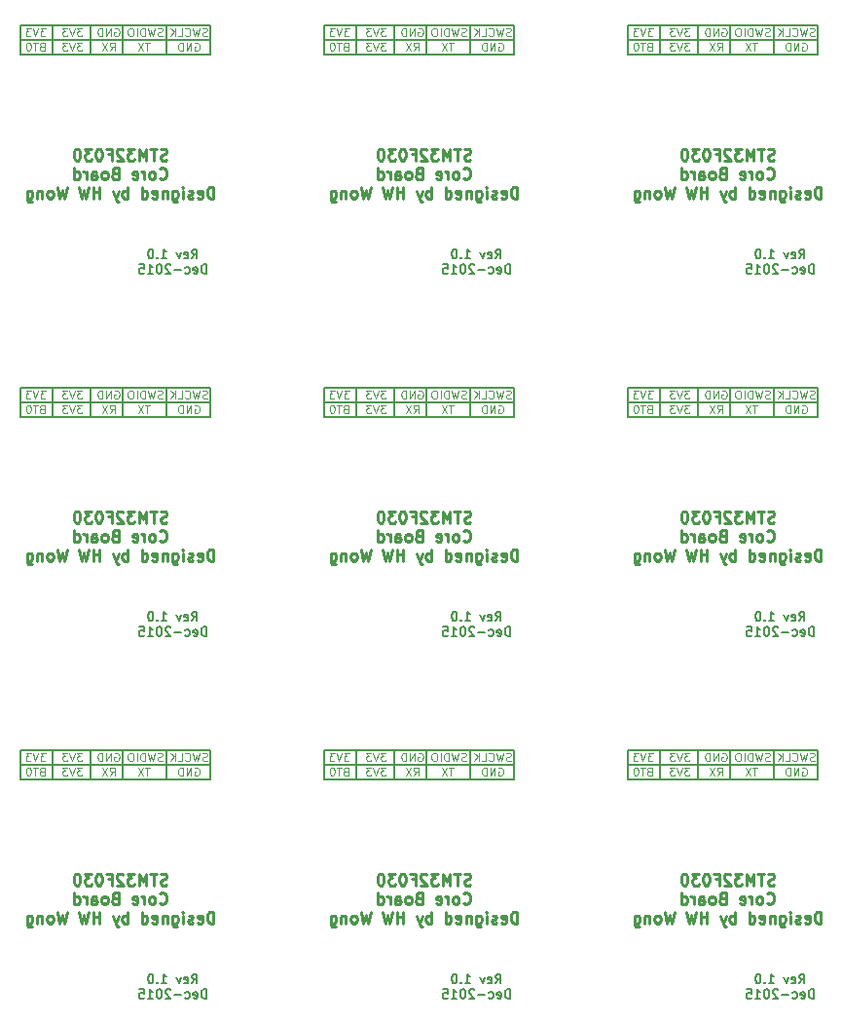
<source format=gbo>
G04 #@! TF.FileFunction,Legend,Bot*
%FSLAX46Y46*%
G04 Gerber Fmt 4.6, Leading zero omitted, Abs format (unit mm)*
G04 Created by KiCad (PCBNEW 4.0.1-2.201512121406+6195~38~ubuntu15.10.1-stable) date Monday, December 14, 2015 PM10:15:37 HKT*
%MOMM*%
G01*
G04 APERTURE LIST*
%ADD10C,0.100000*%
%ADD11C,0.150000*%
%ADD12C,0.250000*%
%ADD13C,0.200000*%
G04 APERTURE END LIST*
D10*
X63223667Y23878333D02*
X62790334Y23878333D01*
X63023667Y23611667D01*
X62923667Y23611667D01*
X62857000Y23578333D01*
X62823667Y23545000D01*
X62790334Y23478333D01*
X62790334Y23311667D01*
X62823667Y23245000D01*
X62857000Y23211667D01*
X62923667Y23178333D01*
X63123667Y23178333D01*
X63190334Y23211667D01*
X63223667Y23245000D01*
X62590333Y23878333D02*
X62357000Y23178333D01*
X62123667Y23878333D01*
X61957000Y23878333D02*
X61523667Y23878333D01*
X61757000Y23611667D01*
X61657000Y23611667D01*
X61590333Y23578333D01*
X61557000Y23545000D01*
X61523667Y23478333D01*
X61523667Y23311667D01*
X61557000Y23245000D01*
X61590333Y23211667D01*
X61657000Y23178333D01*
X61857000Y23178333D01*
X61923667Y23211667D01*
X61957000Y23245000D01*
X66065333Y23845000D02*
X66131999Y23878333D01*
X66231999Y23878333D01*
X66331999Y23845000D01*
X66398666Y23778333D01*
X66431999Y23711667D01*
X66465333Y23578333D01*
X66465333Y23478333D01*
X66431999Y23345000D01*
X66398666Y23278333D01*
X66331999Y23211667D01*
X66231999Y23178333D01*
X66165333Y23178333D01*
X66065333Y23211667D01*
X66031999Y23245000D01*
X66031999Y23478333D01*
X66165333Y23478333D01*
X65731999Y23178333D02*
X65731999Y23878333D01*
X65331999Y23178333D01*
X65331999Y23878333D01*
X64998666Y23178333D02*
X64998666Y23878333D01*
X64832000Y23878333D01*
X64732000Y23845000D01*
X64665333Y23778333D01*
X64632000Y23711667D01*
X64598666Y23578333D01*
X64598666Y23478333D01*
X64632000Y23345000D01*
X64665333Y23278333D01*
X64732000Y23211667D01*
X64832000Y23178333D01*
X64998666Y23178333D01*
X70190333Y23211667D02*
X70090333Y23178333D01*
X69923666Y23178333D01*
X69856999Y23211667D01*
X69823666Y23245000D01*
X69790333Y23311667D01*
X69790333Y23378333D01*
X69823666Y23445000D01*
X69856999Y23478333D01*
X69923666Y23511667D01*
X70056999Y23545000D01*
X70123666Y23578333D01*
X70156999Y23611667D01*
X70190333Y23678333D01*
X70190333Y23745000D01*
X70156999Y23811667D01*
X70123666Y23845000D01*
X70056999Y23878333D01*
X69890333Y23878333D01*
X69790333Y23845000D01*
X69556999Y23878333D02*
X69390332Y23178333D01*
X69256999Y23678333D01*
X69123666Y23178333D01*
X68956999Y23878333D01*
X68690332Y23178333D02*
X68690332Y23878333D01*
X68523666Y23878333D01*
X68423666Y23845000D01*
X68356999Y23778333D01*
X68323666Y23711667D01*
X68290332Y23578333D01*
X68290332Y23478333D01*
X68323666Y23345000D01*
X68356999Y23278333D01*
X68423666Y23211667D01*
X68523666Y23178333D01*
X68690332Y23178333D01*
X67990332Y23178333D02*
X67990332Y23878333D01*
X67523666Y23878333D02*
X67390333Y23878333D01*
X67323666Y23845000D01*
X67256999Y23778333D01*
X67223666Y23645000D01*
X67223666Y23411667D01*
X67256999Y23278333D01*
X67323666Y23211667D01*
X67390333Y23178333D01*
X67523666Y23178333D01*
X67590333Y23211667D01*
X67656999Y23278333D01*
X67690333Y23411667D01*
X67690333Y23645000D01*
X67656999Y23778333D01*
X67590333Y23845000D01*
X67523666Y23878333D01*
X74100334Y23211667D02*
X74000334Y23178333D01*
X73833667Y23178333D01*
X73767000Y23211667D01*
X73733667Y23245000D01*
X73700334Y23311667D01*
X73700334Y23378333D01*
X73733667Y23445000D01*
X73767000Y23478333D01*
X73833667Y23511667D01*
X73967000Y23545000D01*
X74033667Y23578333D01*
X74067000Y23611667D01*
X74100334Y23678333D01*
X74100334Y23745000D01*
X74067000Y23811667D01*
X74033667Y23845000D01*
X73967000Y23878333D01*
X73800334Y23878333D01*
X73700334Y23845000D01*
X73467000Y23878333D02*
X73300333Y23178333D01*
X73167000Y23678333D01*
X73033667Y23178333D01*
X72867000Y23878333D01*
X72200333Y23245000D02*
X72233667Y23211667D01*
X72333667Y23178333D01*
X72400333Y23178333D01*
X72500333Y23211667D01*
X72567000Y23278333D01*
X72600333Y23345000D01*
X72633667Y23478333D01*
X72633667Y23578333D01*
X72600333Y23711667D01*
X72567000Y23778333D01*
X72500333Y23845000D01*
X72400333Y23878333D01*
X72333667Y23878333D01*
X72233667Y23845000D01*
X72200333Y23811667D01*
X71567000Y23178333D02*
X71900333Y23178333D01*
X71900333Y23878333D01*
X71333666Y23178333D02*
X71333666Y23878333D01*
X70933666Y23178333D02*
X71233666Y23578333D01*
X70933666Y23878333D02*
X71333666Y23478333D01*
X73050333Y22575000D02*
X73116999Y22608333D01*
X73216999Y22608333D01*
X73316999Y22575000D01*
X73383666Y22508333D01*
X73416999Y22441667D01*
X73450333Y22308333D01*
X73450333Y22208333D01*
X73416999Y22075000D01*
X73383666Y22008333D01*
X73316999Y21941667D01*
X73216999Y21908333D01*
X73150333Y21908333D01*
X73050333Y21941667D01*
X73016999Y21975000D01*
X73016999Y22208333D01*
X73150333Y22208333D01*
X72716999Y21908333D02*
X72716999Y22608333D01*
X72316999Y21908333D01*
X72316999Y22608333D01*
X71983666Y21908333D02*
X71983666Y22608333D01*
X71817000Y22608333D01*
X71717000Y22575000D01*
X71650333Y22508333D01*
X71617000Y22441667D01*
X71583666Y22308333D01*
X71583666Y22208333D01*
X71617000Y22075000D01*
X71650333Y22008333D01*
X71717000Y21941667D01*
X71817000Y21908333D01*
X71983666Y21908333D01*
X69113333Y22608333D02*
X68713333Y22608333D01*
X68913333Y21908333D02*
X68913333Y22608333D01*
X68546667Y22608333D02*
X68080000Y21908333D01*
X68080000Y22608333D02*
X68546667Y21908333D01*
X65648666Y21908333D02*
X65882000Y22241667D01*
X66048666Y21908333D02*
X66048666Y22608333D01*
X65782000Y22608333D01*
X65715333Y22575000D01*
X65682000Y22541667D01*
X65648666Y22475000D01*
X65648666Y22375000D01*
X65682000Y22308333D01*
X65715333Y22275000D01*
X65782000Y22241667D01*
X66048666Y22241667D01*
X65415333Y22608333D02*
X64948666Y21908333D01*
X64948666Y22608333D02*
X65415333Y21908333D01*
X63223667Y22608333D02*
X62790334Y22608333D01*
X63023667Y22341667D01*
X62923667Y22341667D01*
X62857000Y22308333D01*
X62823667Y22275000D01*
X62790334Y22208333D01*
X62790334Y22041667D01*
X62823667Y21975000D01*
X62857000Y21941667D01*
X62923667Y21908333D01*
X63123667Y21908333D01*
X63190334Y21941667D01*
X63223667Y21975000D01*
X62590333Y22608333D02*
X62357000Y21908333D01*
X62123667Y22608333D01*
X61957000Y22608333D02*
X61523667Y22608333D01*
X61757000Y22341667D01*
X61657000Y22341667D01*
X61590333Y22308333D01*
X61557000Y22275000D01*
X61523667Y22208333D01*
X61523667Y22041667D01*
X61557000Y21975000D01*
X61590333Y21941667D01*
X61657000Y21908333D01*
X61857000Y21908333D01*
X61923667Y21941667D01*
X61957000Y21975000D01*
D11*
X57912000Y21590000D02*
X74422000Y21590000D01*
X74422000Y21590000D02*
X74422000Y24130000D01*
X74422000Y24130000D02*
X57912000Y24130000D01*
X57912000Y24130000D02*
X57912000Y21590000D01*
X57912000Y21590000D02*
X57912000Y23495000D01*
X57912000Y22860000D02*
X74422000Y22860000D01*
X70612000Y21717000D02*
X70612000Y24003000D01*
X66802000Y24003000D02*
X66802000Y21717000D01*
X64008000Y24003000D02*
X64008000Y21717000D01*
X60706000Y24003000D02*
X60706000Y21717000D01*
D10*
X59732000Y22275000D02*
X59632000Y22241667D01*
X59598667Y22208333D01*
X59565333Y22141667D01*
X59565333Y22041667D01*
X59598667Y21975000D01*
X59632000Y21941667D01*
X59698667Y21908333D01*
X59965333Y21908333D01*
X59965333Y22608333D01*
X59732000Y22608333D01*
X59665333Y22575000D01*
X59632000Y22541667D01*
X59598667Y22475000D01*
X59598667Y22408333D01*
X59632000Y22341667D01*
X59665333Y22308333D01*
X59732000Y22275000D01*
X59965333Y22275000D01*
X59365333Y22608333D02*
X58965333Y22608333D01*
X59165333Y21908333D02*
X59165333Y22608333D01*
X58598667Y22608333D02*
X58532000Y22608333D01*
X58465334Y22575000D01*
X58432000Y22541667D01*
X58398667Y22475000D01*
X58365334Y22341667D01*
X58365334Y22175000D01*
X58398667Y22041667D01*
X58432000Y21975000D01*
X58465334Y21941667D01*
X58532000Y21908333D01*
X58598667Y21908333D01*
X58665334Y21941667D01*
X58698667Y21975000D01*
X58732000Y22041667D01*
X58765334Y22175000D01*
X58765334Y22341667D01*
X58732000Y22475000D01*
X58698667Y22541667D01*
X58665334Y22575000D01*
X58598667Y22608333D01*
X60048667Y23878333D02*
X59615334Y23878333D01*
X59848667Y23611667D01*
X59748667Y23611667D01*
X59682000Y23578333D01*
X59648667Y23545000D01*
X59615334Y23478333D01*
X59615334Y23311667D01*
X59648667Y23245000D01*
X59682000Y23211667D01*
X59748667Y23178333D01*
X59948667Y23178333D01*
X60015334Y23211667D01*
X60048667Y23245000D01*
X59415333Y23878333D02*
X59182000Y23178333D01*
X58948667Y23878333D01*
X58782000Y23878333D02*
X58348667Y23878333D01*
X58582000Y23611667D01*
X58482000Y23611667D01*
X58415333Y23578333D01*
X58382000Y23545000D01*
X58348667Y23478333D01*
X58348667Y23311667D01*
X58382000Y23245000D01*
X58415333Y23211667D01*
X58482000Y23178333D01*
X58682000Y23178333D01*
X58748667Y23211667D01*
X58782000Y23245000D01*
D12*
X70595619Y12421238D02*
X70452762Y12373619D01*
X70214666Y12373619D01*
X70119428Y12421238D01*
X70071809Y12468857D01*
X70024190Y12564095D01*
X70024190Y12659333D01*
X70071809Y12754571D01*
X70119428Y12802190D01*
X70214666Y12849810D01*
X70405143Y12897429D01*
X70500381Y12945048D01*
X70548000Y12992667D01*
X70595619Y13087905D01*
X70595619Y13183143D01*
X70548000Y13278381D01*
X70500381Y13326000D01*
X70405143Y13373619D01*
X70167047Y13373619D01*
X70024190Y13326000D01*
X69738476Y13373619D02*
X69167047Y13373619D01*
X69452762Y12373619D02*
X69452762Y13373619D01*
X68833714Y12373619D02*
X68833714Y13373619D01*
X68500380Y12659333D01*
X68167047Y13373619D01*
X68167047Y12373619D01*
X67786095Y13373619D02*
X67167047Y13373619D01*
X67500381Y12992667D01*
X67357523Y12992667D01*
X67262285Y12945048D01*
X67214666Y12897429D01*
X67167047Y12802190D01*
X67167047Y12564095D01*
X67214666Y12468857D01*
X67262285Y12421238D01*
X67357523Y12373619D01*
X67643238Y12373619D01*
X67738476Y12421238D01*
X67786095Y12468857D01*
X66786095Y13278381D02*
X66738476Y13326000D01*
X66643238Y13373619D01*
X66405142Y13373619D01*
X66309904Y13326000D01*
X66262285Y13278381D01*
X66214666Y13183143D01*
X66214666Y13087905D01*
X66262285Y12945048D01*
X66833714Y12373619D01*
X66214666Y12373619D01*
X65452761Y12897429D02*
X65786095Y12897429D01*
X65786095Y12373619D02*
X65786095Y13373619D01*
X65309904Y13373619D01*
X64738476Y13373619D02*
X64643237Y13373619D01*
X64547999Y13326000D01*
X64500380Y13278381D01*
X64452761Y13183143D01*
X64405142Y12992667D01*
X64405142Y12754571D01*
X64452761Y12564095D01*
X64500380Y12468857D01*
X64547999Y12421238D01*
X64643237Y12373619D01*
X64738476Y12373619D01*
X64833714Y12421238D01*
X64881333Y12468857D01*
X64928952Y12564095D01*
X64976571Y12754571D01*
X64976571Y12992667D01*
X64928952Y13183143D01*
X64881333Y13278381D01*
X64833714Y13326000D01*
X64738476Y13373619D01*
X64071809Y13373619D02*
X63452761Y13373619D01*
X63786095Y12992667D01*
X63643237Y12992667D01*
X63547999Y12945048D01*
X63500380Y12897429D01*
X63452761Y12802190D01*
X63452761Y12564095D01*
X63500380Y12468857D01*
X63547999Y12421238D01*
X63643237Y12373619D01*
X63928952Y12373619D01*
X64024190Y12421238D01*
X64071809Y12468857D01*
X62833714Y13373619D02*
X62738475Y13373619D01*
X62643237Y13326000D01*
X62595618Y13278381D01*
X62547999Y13183143D01*
X62500380Y12992667D01*
X62500380Y12754571D01*
X62547999Y12564095D01*
X62595618Y12468857D01*
X62643237Y12421238D01*
X62738475Y12373619D01*
X62833714Y12373619D01*
X62928952Y12421238D01*
X62976571Y12468857D01*
X63024190Y12564095D01*
X63071809Y12754571D01*
X63071809Y12992667D01*
X63024190Y13183143D01*
X62976571Y13278381D01*
X62928952Y13326000D01*
X62833714Y13373619D01*
X69976572Y10818857D02*
X70024191Y10771238D01*
X70167048Y10723619D01*
X70262286Y10723619D01*
X70405144Y10771238D01*
X70500382Y10866476D01*
X70548001Y10961714D01*
X70595620Y11152190D01*
X70595620Y11295048D01*
X70548001Y11485524D01*
X70500382Y11580762D01*
X70405144Y11676000D01*
X70262286Y11723619D01*
X70167048Y11723619D01*
X70024191Y11676000D01*
X69976572Y11628381D01*
X69405144Y10723619D02*
X69500382Y10771238D01*
X69548001Y10818857D01*
X69595620Y10914095D01*
X69595620Y11199810D01*
X69548001Y11295048D01*
X69500382Y11342667D01*
X69405144Y11390286D01*
X69262286Y11390286D01*
X69167048Y11342667D01*
X69119429Y11295048D01*
X69071810Y11199810D01*
X69071810Y10914095D01*
X69119429Y10818857D01*
X69167048Y10771238D01*
X69262286Y10723619D01*
X69405144Y10723619D01*
X68643239Y10723619D02*
X68643239Y11390286D01*
X68643239Y11199810D02*
X68595620Y11295048D01*
X68548001Y11342667D01*
X68452763Y11390286D01*
X68357524Y11390286D01*
X67643238Y10771238D02*
X67738476Y10723619D01*
X67928953Y10723619D01*
X68024191Y10771238D01*
X68071810Y10866476D01*
X68071810Y11247429D01*
X68024191Y11342667D01*
X67928953Y11390286D01*
X67738476Y11390286D01*
X67643238Y11342667D01*
X67595619Y11247429D01*
X67595619Y11152190D01*
X68071810Y11056952D01*
X66071809Y11247429D02*
X65928952Y11199810D01*
X65881333Y11152190D01*
X65833714Y11056952D01*
X65833714Y10914095D01*
X65881333Y10818857D01*
X65928952Y10771238D01*
X66024190Y10723619D01*
X66405143Y10723619D01*
X66405143Y11723619D01*
X66071809Y11723619D01*
X65976571Y11676000D01*
X65928952Y11628381D01*
X65881333Y11533143D01*
X65881333Y11437905D01*
X65928952Y11342667D01*
X65976571Y11295048D01*
X66071809Y11247429D01*
X66405143Y11247429D01*
X65262286Y10723619D02*
X65357524Y10771238D01*
X65405143Y10818857D01*
X65452762Y10914095D01*
X65452762Y11199810D01*
X65405143Y11295048D01*
X65357524Y11342667D01*
X65262286Y11390286D01*
X65119428Y11390286D01*
X65024190Y11342667D01*
X64976571Y11295048D01*
X64928952Y11199810D01*
X64928952Y10914095D01*
X64976571Y10818857D01*
X65024190Y10771238D01*
X65119428Y10723619D01*
X65262286Y10723619D01*
X64071809Y10723619D02*
X64071809Y11247429D01*
X64119428Y11342667D01*
X64214666Y11390286D01*
X64405143Y11390286D01*
X64500381Y11342667D01*
X64071809Y10771238D02*
X64167047Y10723619D01*
X64405143Y10723619D01*
X64500381Y10771238D01*
X64548000Y10866476D01*
X64548000Y10961714D01*
X64500381Y11056952D01*
X64405143Y11104571D01*
X64167047Y11104571D01*
X64071809Y11152190D01*
X63595619Y10723619D02*
X63595619Y11390286D01*
X63595619Y11199810D02*
X63548000Y11295048D01*
X63500381Y11342667D01*
X63405143Y11390286D01*
X63309904Y11390286D01*
X62547999Y10723619D02*
X62547999Y11723619D01*
X62547999Y10771238D02*
X62643237Y10723619D01*
X62833714Y10723619D01*
X62928952Y10771238D01*
X62976571Y10818857D01*
X63024190Y10914095D01*
X63024190Y11199810D01*
X62976571Y11295048D01*
X62928952Y11342667D01*
X62833714Y11390286D01*
X62643237Y11390286D01*
X62547999Y11342667D01*
X74667048Y9073619D02*
X74667048Y10073619D01*
X74428953Y10073619D01*
X74286095Y10026000D01*
X74190857Y9930762D01*
X74143238Y9835524D01*
X74095619Y9645048D01*
X74095619Y9502190D01*
X74143238Y9311714D01*
X74190857Y9216476D01*
X74286095Y9121238D01*
X74428953Y9073619D01*
X74667048Y9073619D01*
X73286095Y9121238D02*
X73381333Y9073619D01*
X73571810Y9073619D01*
X73667048Y9121238D01*
X73714667Y9216476D01*
X73714667Y9597429D01*
X73667048Y9692667D01*
X73571810Y9740286D01*
X73381333Y9740286D01*
X73286095Y9692667D01*
X73238476Y9597429D01*
X73238476Y9502190D01*
X73714667Y9406952D01*
X72857524Y9121238D02*
X72762286Y9073619D01*
X72571810Y9073619D01*
X72476571Y9121238D01*
X72428952Y9216476D01*
X72428952Y9264095D01*
X72476571Y9359333D01*
X72571810Y9406952D01*
X72714667Y9406952D01*
X72809905Y9454571D01*
X72857524Y9549810D01*
X72857524Y9597429D01*
X72809905Y9692667D01*
X72714667Y9740286D01*
X72571810Y9740286D01*
X72476571Y9692667D01*
X72000381Y9073619D02*
X72000381Y9740286D01*
X72000381Y10073619D02*
X72048000Y10026000D01*
X72000381Y9978381D01*
X71952762Y10026000D01*
X72000381Y10073619D01*
X72000381Y9978381D01*
X71095619Y9740286D02*
X71095619Y8930762D01*
X71143238Y8835524D01*
X71190857Y8787905D01*
X71286096Y8740286D01*
X71428953Y8740286D01*
X71524191Y8787905D01*
X71095619Y9121238D02*
X71190857Y9073619D01*
X71381334Y9073619D01*
X71476572Y9121238D01*
X71524191Y9168857D01*
X71571810Y9264095D01*
X71571810Y9549810D01*
X71524191Y9645048D01*
X71476572Y9692667D01*
X71381334Y9740286D01*
X71190857Y9740286D01*
X71095619Y9692667D01*
X70619429Y9740286D02*
X70619429Y9073619D01*
X70619429Y9645048D02*
X70571810Y9692667D01*
X70476572Y9740286D01*
X70333714Y9740286D01*
X70238476Y9692667D01*
X70190857Y9597429D01*
X70190857Y9073619D01*
X69333714Y9121238D02*
X69428952Y9073619D01*
X69619429Y9073619D01*
X69714667Y9121238D01*
X69762286Y9216476D01*
X69762286Y9597429D01*
X69714667Y9692667D01*
X69619429Y9740286D01*
X69428952Y9740286D01*
X69333714Y9692667D01*
X69286095Y9597429D01*
X69286095Y9502190D01*
X69762286Y9406952D01*
X68428952Y9073619D02*
X68428952Y10073619D01*
X68428952Y9121238D02*
X68524190Y9073619D01*
X68714667Y9073619D01*
X68809905Y9121238D01*
X68857524Y9168857D01*
X68905143Y9264095D01*
X68905143Y9549810D01*
X68857524Y9645048D01*
X68809905Y9692667D01*
X68714667Y9740286D01*
X68524190Y9740286D01*
X68428952Y9692667D01*
X67190857Y9073619D02*
X67190857Y10073619D01*
X67190857Y9692667D02*
X67095619Y9740286D01*
X66905142Y9740286D01*
X66809904Y9692667D01*
X66762285Y9645048D01*
X66714666Y9549810D01*
X66714666Y9264095D01*
X66762285Y9168857D01*
X66809904Y9121238D01*
X66905142Y9073619D01*
X67095619Y9073619D01*
X67190857Y9121238D01*
X66381333Y9740286D02*
X66143238Y9073619D01*
X65905142Y9740286D02*
X66143238Y9073619D01*
X66238476Y8835524D01*
X66286095Y8787905D01*
X66381333Y8740286D01*
X64762285Y9073619D02*
X64762285Y10073619D01*
X64762285Y9597429D02*
X64190856Y9597429D01*
X64190856Y9073619D02*
X64190856Y10073619D01*
X63809904Y10073619D02*
X63571809Y9073619D01*
X63381332Y9787905D01*
X63190856Y9073619D01*
X62952761Y10073619D01*
X61905142Y10073619D02*
X61667047Y9073619D01*
X61476570Y9787905D01*
X61286094Y9073619D01*
X61047999Y10073619D01*
X60524190Y9073619D02*
X60619428Y9121238D01*
X60667047Y9168857D01*
X60714666Y9264095D01*
X60714666Y9549810D01*
X60667047Y9645048D01*
X60619428Y9692667D01*
X60524190Y9740286D01*
X60381332Y9740286D01*
X60286094Y9692667D01*
X60238475Y9645048D01*
X60190856Y9549810D01*
X60190856Y9264095D01*
X60238475Y9168857D01*
X60286094Y9121238D01*
X60381332Y9073619D01*
X60524190Y9073619D01*
X59762285Y9740286D02*
X59762285Y9073619D01*
X59762285Y9645048D02*
X59714666Y9692667D01*
X59619428Y9740286D01*
X59476570Y9740286D01*
X59381332Y9692667D01*
X59333713Y9597429D01*
X59333713Y9073619D01*
X58428951Y9740286D02*
X58428951Y8930762D01*
X58476570Y8835524D01*
X58524189Y8787905D01*
X58619428Y8740286D01*
X58762285Y8740286D01*
X58857523Y8787905D01*
X58428951Y9121238D02*
X58524189Y9073619D01*
X58714666Y9073619D01*
X58809904Y9121238D01*
X58857523Y9168857D01*
X58905142Y9264095D01*
X58905142Y9549810D01*
X58857523Y9645048D01*
X58809904Y9692667D01*
X58714666Y9740286D01*
X58524189Y9740286D01*
X58428951Y9692667D01*
D13*
X72777143Y3854095D02*
X73043810Y4235048D01*
X73234286Y3854095D02*
X73234286Y4654095D01*
X72929524Y4654095D01*
X72853333Y4616000D01*
X72815238Y4577905D01*
X72777143Y4501714D01*
X72777143Y4387429D01*
X72815238Y4311238D01*
X72853333Y4273143D01*
X72929524Y4235048D01*
X73234286Y4235048D01*
X72129524Y3892190D02*
X72205714Y3854095D01*
X72358095Y3854095D01*
X72434286Y3892190D01*
X72472381Y3968381D01*
X72472381Y4273143D01*
X72434286Y4349333D01*
X72358095Y4387429D01*
X72205714Y4387429D01*
X72129524Y4349333D01*
X72091429Y4273143D01*
X72091429Y4196952D01*
X72472381Y4120762D01*
X71824762Y4387429D02*
X71634286Y3854095D01*
X71443810Y4387429D01*
X70110476Y3854095D02*
X70567619Y3854095D01*
X70339048Y3854095D02*
X70339048Y4654095D01*
X70415238Y4539810D01*
X70491429Y4463619D01*
X70567619Y4425524D01*
X69767619Y3930286D02*
X69729524Y3892190D01*
X69767619Y3854095D01*
X69805714Y3892190D01*
X69767619Y3930286D01*
X69767619Y3854095D01*
X69234286Y4654095D02*
X69158095Y4654095D01*
X69081905Y4616000D01*
X69043810Y4577905D01*
X69005714Y4501714D01*
X68967619Y4349333D01*
X68967619Y4158857D01*
X69005714Y4006476D01*
X69043810Y3930286D01*
X69081905Y3892190D01*
X69158095Y3854095D01*
X69234286Y3854095D01*
X69310476Y3892190D01*
X69348572Y3930286D01*
X69386667Y4006476D01*
X69424762Y4158857D01*
X69424762Y4349333D01*
X69386667Y4501714D01*
X69348572Y4577905D01*
X69310476Y4616000D01*
X69234286Y4654095D01*
X74034286Y2534095D02*
X74034286Y3334095D01*
X73843810Y3334095D01*
X73729524Y3296000D01*
X73653333Y3219810D01*
X73615238Y3143619D01*
X73577143Y2991238D01*
X73577143Y2876952D01*
X73615238Y2724571D01*
X73653333Y2648381D01*
X73729524Y2572190D01*
X73843810Y2534095D01*
X74034286Y2534095D01*
X72929524Y2572190D02*
X73005714Y2534095D01*
X73158095Y2534095D01*
X73234286Y2572190D01*
X73272381Y2648381D01*
X73272381Y2953143D01*
X73234286Y3029333D01*
X73158095Y3067429D01*
X73005714Y3067429D01*
X72929524Y3029333D01*
X72891429Y2953143D01*
X72891429Y2876952D01*
X73272381Y2800762D01*
X72205715Y2572190D02*
X72281905Y2534095D01*
X72434286Y2534095D01*
X72510477Y2572190D01*
X72548572Y2610286D01*
X72586667Y2686476D01*
X72586667Y2915048D01*
X72548572Y2991238D01*
X72510477Y3029333D01*
X72434286Y3067429D01*
X72281905Y3067429D01*
X72205715Y3029333D01*
X71862858Y2838857D02*
X71253334Y2838857D01*
X70910477Y3257905D02*
X70872382Y3296000D01*
X70796191Y3334095D01*
X70605715Y3334095D01*
X70529525Y3296000D01*
X70491429Y3257905D01*
X70453334Y3181714D01*
X70453334Y3105524D01*
X70491429Y2991238D01*
X70948572Y2534095D01*
X70453334Y2534095D01*
X69958096Y3334095D02*
X69881905Y3334095D01*
X69805715Y3296000D01*
X69767620Y3257905D01*
X69729524Y3181714D01*
X69691429Y3029333D01*
X69691429Y2838857D01*
X69729524Y2686476D01*
X69767620Y2610286D01*
X69805715Y2572190D01*
X69881905Y2534095D01*
X69958096Y2534095D01*
X70034286Y2572190D01*
X70072382Y2610286D01*
X70110477Y2686476D01*
X70148572Y2838857D01*
X70148572Y3029333D01*
X70110477Y3181714D01*
X70072382Y3257905D01*
X70034286Y3296000D01*
X69958096Y3334095D01*
X68929524Y2534095D02*
X69386667Y2534095D01*
X69158096Y2534095D02*
X69158096Y3334095D01*
X69234286Y3219810D01*
X69310477Y3143619D01*
X69386667Y3105524D01*
X68205714Y3334095D02*
X68586667Y3334095D01*
X68624762Y2953143D01*
X68586667Y2991238D01*
X68510476Y3029333D01*
X68320000Y3029333D01*
X68243810Y2991238D01*
X68205714Y2953143D01*
X68167619Y2876952D01*
X68167619Y2686476D01*
X68205714Y2610286D01*
X68243810Y2572190D01*
X68320000Y2534095D01*
X68510476Y2534095D01*
X68586667Y2572190D01*
X68624762Y2610286D01*
D10*
X63223667Y55374333D02*
X62790334Y55374333D01*
X63023667Y55107667D01*
X62923667Y55107667D01*
X62857000Y55074333D01*
X62823667Y55041000D01*
X62790334Y54974333D01*
X62790334Y54807667D01*
X62823667Y54741000D01*
X62857000Y54707667D01*
X62923667Y54674333D01*
X63123667Y54674333D01*
X63190334Y54707667D01*
X63223667Y54741000D01*
X62590333Y55374333D02*
X62357000Y54674333D01*
X62123667Y55374333D01*
X61957000Y55374333D02*
X61523667Y55374333D01*
X61757000Y55107667D01*
X61657000Y55107667D01*
X61590333Y55074333D01*
X61557000Y55041000D01*
X61523667Y54974333D01*
X61523667Y54807667D01*
X61557000Y54741000D01*
X61590333Y54707667D01*
X61657000Y54674333D01*
X61857000Y54674333D01*
X61923667Y54707667D01*
X61957000Y54741000D01*
X66065333Y55341000D02*
X66131999Y55374333D01*
X66231999Y55374333D01*
X66331999Y55341000D01*
X66398666Y55274333D01*
X66431999Y55207667D01*
X66465333Y55074333D01*
X66465333Y54974333D01*
X66431999Y54841000D01*
X66398666Y54774333D01*
X66331999Y54707667D01*
X66231999Y54674333D01*
X66165333Y54674333D01*
X66065333Y54707667D01*
X66031999Y54741000D01*
X66031999Y54974333D01*
X66165333Y54974333D01*
X65731999Y54674333D02*
X65731999Y55374333D01*
X65331999Y54674333D01*
X65331999Y55374333D01*
X64998666Y54674333D02*
X64998666Y55374333D01*
X64832000Y55374333D01*
X64732000Y55341000D01*
X64665333Y55274333D01*
X64632000Y55207667D01*
X64598666Y55074333D01*
X64598666Y54974333D01*
X64632000Y54841000D01*
X64665333Y54774333D01*
X64732000Y54707667D01*
X64832000Y54674333D01*
X64998666Y54674333D01*
X70190333Y54707667D02*
X70090333Y54674333D01*
X69923666Y54674333D01*
X69856999Y54707667D01*
X69823666Y54741000D01*
X69790333Y54807667D01*
X69790333Y54874333D01*
X69823666Y54941000D01*
X69856999Y54974333D01*
X69923666Y55007667D01*
X70056999Y55041000D01*
X70123666Y55074333D01*
X70156999Y55107667D01*
X70190333Y55174333D01*
X70190333Y55241000D01*
X70156999Y55307667D01*
X70123666Y55341000D01*
X70056999Y55374333D01*
X69890333Y55374333D01*
X69790333Y55341000D01*
X69556999Y55374333D02*
X69390332Y54674333D01*
X69256999Y55174333D01*
X69123666Y54674333D01*
X68956999Y55374333D01*
X68690332Y54674333D02*
X68690332Y55374333D01*
X68523666Y55374333D01*
X68423666Y55341000D01*
X68356999Y55274333D01*
X68323666Y55207667D01*
X68290332Y55074333D01*
X68290332Y54974333D01*
X68323666Y54841000D01*
X68356999Y54774333D01*
X68423666Y54707667D01*
X68523666Y54674333D01*
X68690332Y54674333D01*
X67990332Y54674333D02*
X67990332Y55374333D01*
X67523666Y55374333D02*
X67390333Y55374333D01*
X67323666Y55341000D01*
X67256999Y55274333D01*
X67223666Y55141000D01*
X67223666Y54907667D01*
X67256999Y54774333D01*
X67323666Y54707667D01*
X67390333Y54674333D01*
X67523666Y54674333D01*
X67590333Y54707667D01*
X67656999Y54774333D01*
X67690333Y54907667D01*
X67690333Y55141000D01*
X67656999Y55274333D01*
X67590333Y55341000D01*
X67523666Y55374333D01*
X74100334Y54707667D02*
X74000334Y54674333D01*
X73833667Y54674333D01*
X73767000Y54707667D01*
X73733667Y54741000D01*
X73700334Y54807667D01*
X73700334Y54874333D01*
X73733667Y54941000D01*
X73767000Y54974333D01*
X73833667Y55007667D01*
X73967000Y55041000D01*
X74033667Y55074333D01*
X74067000Y55107667D01*
X74100334Y55174333D01*
X74100334Y55241000D01*
X74067000Y55307667D01*
X74033667Y55341000D01*
X73967000Y55374333D01*
X73800334Y55374333D01*
X73700334Y55341000D01*
X73467000Y55374333D02*
X73300333Y54674333D01*
X73167000Y55174333D01*
X73033667Y54674333D01*
X72867000Y55374333D01*
X72200333Y54741000D02*
X72233667Y54707667D01*
X72333667Y54674333D01*
X72400333Y54674333D01*
X72500333Y54707667D01*
X72567000Y54774333D01*
X72600333Y54841000D01*
X72633667Y54974333D01*
X72633667Y55074333D01*
X72600333Y55207667D01*
X72567000Y55274333D01*
X72500333Y55341000D01*
X72400333Y55374333D01*
X72333667Y55374333D01*
X72233667Y55341000D01*
X72200333Y55307667D01*
X71567000Y54674333D02*
X71900333Y54674333D01*
X71900333Y55374333D01*
X71333666Y54674333D02*
X71333666Y55374333D01*
X70933666Y54674333D02*
X71233666Y55074333D01*
X70933666Y55374333D02*
X71333666Y54974333D01*
X73050333Y54071000D02*
X73116999Y54104333D01*
X73216999Y54104333D01*
X73316999Y54071000D01*
X73383666Y54004333D01*
X73416999Y53937667D01*
X73450333Y53804333D01*
X73450333Y53704333D01*
X73416999Y53571000D01*
X73383666Y53504333D01*
X73316999Y53437667D01*
X73216999Y53404333D01*
X73150333Y53404333D01*
X73050333Y53437667D01*
X73016999Y53471000D01*
X73016999Y53704333D01*
X73150333Y53704333D01*
X72716999Y53404333D02*
X72716999Y54104333D01*
X72316999Y53404333D01*
X72316999Y54104333D01*
X71983666Y53404333D02*
X71983666Y54104333D01*
X71817000Y54104333D01*
X71717000Y54071000D01*
X71650333Y54004333D01*
X71617000Y53937667D01*
X71583666Y53804333D01*
X71583666Y53704333D01*
X71617000Y53571000D01*
X71650333Y53504333D01*
X71717000Y53437667D01*
X71817000Y53404333D01*
X71983666Y53404333D01*
X69113333Y54104333D02*
X68713333Y54104333D01*
X68913333Y53404333D02*
X68913333Y54104333D01*
X68546667Y54104333D02*
X68080000Y53404333D01*
X68080000Y54104333D02*
X68546667Y53404333D01*
X65648666Y53404333D02*
X65882000Y53737667D01*
X66048666Y53404333D02*
X66048666Y54104333D01*
X65782000Y54104333D01*
X65715333Y54071000D01*
X65682000Y54037667D01*
X65648666Y53971000D01*
X65648666Y53871000D01*
X65682000Y53804333D01*
X65715333Y53771000D01*
X65782000Y53737667D01*
X66048666Y53737667D01*
X65415333Y54104333D02*
X64948666Y53404333D01*
X64948666Y54104333D02*
X65415333Y53404333D01*
X63223667Y54104333D02*
X62790334Y54104333D01*
X63023667Y53837667D01*
X62923667Y53837667D01*
X62857000Y53804333D01*
X62823667Y53771000D01*
X62790334Y53704333D01*
X62790334Y53537667D01*
X62823667Y53471000D01*
X62857000Y53437667D01*
X62923667Y53404333D01*
X63123667Y53404333D01*
X63190334Y53437667D01*
X63223667Y53471000D01*
X62590333Y54104333D02*
X62357000Y53404333D01*
X62123667Y54104333D01*
X61957000Y54104333D02*
X61523667Y54104333D01*
X61757000Y53837667D01*
X61657000Y53837667D01*
X61590333Y53804333D01*
X61557000Y53771000D01*
X61523667Y53704333D01*
X61523667Y53537667D01*
X61557000Y53471000D01*
X61590333Y53437667D01*
X61657000Y53404333D01*
X61857000Y53404333D01*
X61923667Y53437667D01*
X61957000Y53471000D01*
D11*
X57912000Y53086000D02*
X74422000Y53086000D01*
X74422000Y53086000D02*
X74422000Y55626000D01*
X74422000Y55626000D02*
X57912000Y55626000D01*
X57912000Y55626000D02*
X57912000Y53086000D01*
X57912000Y53086000D02*
X57912000Y54991000D01*
X57912000Y54356000D02*
X74422000Y54356000D01*
X70612000Y53213000D02*
X70612000Y55499000D01*
X66802000Y55499000D02*
X66802000Y53213000D01*
X64008000Y55499000D02*
X64008000Y53213000D01*
X60706000Y55499000D02*
X60706000Y53213000D01*
D10*
X59732000Y53771000D02*
X59632000Y53737667D01*
X59598667Y53704333D01*
X59565333Y53637667D01*
X59565333Y53537667D01*
X59598667Y53471000D01*
X59632000Y53437667D01*
X59698667Y53404333D01*
X59965333Y53404333D01*
X59965333Y54104333D01*
X59732000Y54104333D01*
X59665333Y54071000D01*
X59632000Y54037667D01*
X59598667Y53971000D01*
X59598667Y53904333D01*
X59632000Y53837667D01*
X59665333Y53804333D01*
X59732000Y53771000D01*
X59965333Y53771000D01*
X59365333Y54104333D02*
X58965333Y54104333D01*
X59165333Y53404333D02*
X59165333Y54104333D01*
X58598667Y54104333D02*
X58532000Y54104333D01*
X58465334Y54071000D01*
X58432000Y54037667D01*
X58398667Y53971000D01*
X58365334Y53837667D01*
X58365334Y53671000D01*
X58398667Y53537667D01*
X58432000Y53471000D01*
X58465334Y53437667D01*
X58532000Y53404333D01*
X58598667Y53404333D01*
X58665334Y53437667D01*
X58698667Y53471000D01*
X58732000Y53537667D01*
X58765334Y53671000D01*
X58765334Y53837667D01*
X58732000Y53971000D01*
X58698667Y54037667D01*
X58665334Y54071000D01*
X58598667Y54104333D01*
X60048667Y55374333D02*
X59615334Y55374333D01*
X59848667Y55107667D01*
X59748667Y55107667D01*
X59682000Y55074333D01*
X59648667Y55041000D01*
X59615334Y54974333D01*
X59615334Y54807667D01*
X59648667Y54741000D01*
X59682000Y54707667D01*
X59748667Y54674333D01*
X59948667Y54674333D01*
X60015334Y54707667D01*
X60048667Y54741000D01*
X59415333Y55374333D02*
X59182000Y54674333D01*
X58948667Y55374333D01*
X58782000Y55374333D02*
X58348667Y55374333D01*
X58582000Y55107667D01*
X58482000Y55107667D01*
X58415333Y55074333D01*
X58382000Y55041000D01*
X58348667Y54974333D01*
X58348667Y54807667D01*
X58382000Y54741000D01*
X58415333Y54707667D01*
X58482000Y54674333D01*
X58682000Y54674333D01*
X58748667Y54707667D01*
X58782000Y54741000D01*
D12*
X70595619Y43917238D02*
X70452762Y43869619D01*
X70214666Y43869619D01*
X70119428Y43917238D01*
X70071809Y43964857D01*
X70024190Y44060095D01*
X70024190Y44155333D01*
X70071809Y44250571D01*
X70119428Y44298190D01*
X70214666Y44345810D01*
X70405143Y44393429D01*
X70500381Y44441048D01*
X70548000Y44488667D01*
X70595619Y44583905D01*
X70595619Y44679143D01*
X70548000Y44774381D01*
X70500381Y44822000D01*
X70405143Y44869619D01*
X70167047Y44869619D01*
X70024190Y44822000D01*
X69738476Y44869619D02*
X69167047Y44869619D01*
X69452762Y43869619D02*
X69452762Y44869619D01*
X68833714Y43869619D02*
X68833714Y44869619D01*
X68500380Y44155333D01*
X68167047Y44869619D01*
X68167047Y43869619D01*
X67786095Y44869619D02*
X67167047Y44869619D01*
X67500381Y44488667D01*
X67357523Y44488667D01*
X67262285Y44441048D01*
X67214666Y44393429D01*
X67167047Y44298190D01*
X67167047Y44060095D01*
X67214666Y43964857D01*
X67262285Y43917238D01*
X67357523Y43869619D01*
X67643238Y43869619D01*
X67738476Y43917238D01*
X67786095Y43964857D01*
X66786095Y44774381D02*
X66738476Y44822000D01*
X66643238Y44869619D01*
X66405142Y44869619D01*
X66309904Y44822000D01*
X66262285Y44774381D01*
X66214666Y44679143D01*
X66214666Y44583905D01*
X66262285Y44441048D01*
X66833714Y43869619D01*
X66214666Y43869619D01*
X65452761Y44393429D02*
X65786095Y44393429D01*
X65786095Y43869619D02*
X65786095Y44869619D01*
X65309904Y44869619D01*
X64738476Y44869619D02*
X64643237Y44869619D01*
X64547999Y44822000D01*
X64500380Y44774381D01*
X64452761Y44679143D01*
X64405142Y44488667D01*
X64405142Y44250571D01*
X64452761Y44060095D01*
X64500380Y43964857D01*
X64547999Y43917238D01*
X64643237Y43869619D01*
X64738476Y43869619D01*
X64833714Y43917238D01*
X64881333Y43964857D01*
X64928952Y44060095D01*
X64976571Y44250571D01*
X64976571Y44488667D01*
X64928952Y44679143D01*
X64881333Y44774381D01*
X64833714Y44822000D01*
X64738476Y44869619D01*
X64071809Y44869619D02*
X63452761Y44869619D01*
X63786095Y44488667D01*
X63643237Y44488667D01*
X63547999Y44441048D01*
X63500380Y44393429D01*
X63452761Y44298190D01*
X63452761Y44060095D01*
X63500380Y43964857D01*
X63547999Y43917238D01*
X63643237Y43869619D01*
X63928952Y43869619D01*
X64024190Y43917238D01*
X64071809Y43964857D01*
X62833714Y44869619D02*
X62738475Y44869619D01*
X62643237Y44822000D01*
X62595618Y44774381D01*
X62547999Y44679143D01*
X62500380Y44488667D01*
X62500380Y44250571D01*
X62547999Y44060095D01*
X62595618Y43964857D01*
X62643237Y43917238D01*
X62738475Y43869619D01*
X62833714Y43869619D01*
X62928952Y43917238D01*
X62976571Y43964857D01*
X63024190Y44060095D01*
X63071809Y44250571D01*
X63071809Y44488667D01*
X63024190Y44679143D01*
X62976571Y44774381D01*
X62928952Y44822000D01*
X62833714Y44869619D01*
X69976572Y42314857D02*
X70024191Y42267238D01*
X70167048Y42219619D01*
X70262286Y42219619D01*
X70405144Y42267238D01*
X70500382Y42362476D01*
X70548001Y42457714D01*
X70595620Y42648190D01*
X70595620Y42791048D01*
X70548001Y42981524D01*
X70500382Y43076762D01*
X70405144Y43172000D01*
X70262286Y43219619D01*
X70167048Y43219619D01*
X70024191Y43172000D01*
X69976572Y43124381D01*
X69405144Y42219619D02*
X69500382Y42267238D01*
X69548001Y42314857D01*
X69595620Y42410095D01*
X69595620Y42695810D01*
X69548001Y42791048D01*
X69500382Y42838667D01*
X69405144Y42886286D01*
X69262286Y42886286D01*
X69167048Y42838667D01*
X69119429Y42791048D01*
X69071810Y42695810D01*
X69071810Y42410095D01*
X69119429Y42314857D01*
X69167048Y42267238D01*
X69262286Y42219619D01*
X69405144Y42219619D01*
X68643239Y42219619D02*
X68643239Y42886286D01*
X68643239Y42695810D02*
X68595620Y42791048D01*
X68548001Y42838667D01*
X68452763Y42886286D01*
X68357524Y42886286D01*
X67643238Y42267238D02*
X67738476Y42219619D01*
X67928953Y42219619D01*
X68024191Y42267238D01*
X68071810Y42362476D01*
X68071810Y42743429D01*
X68024191Y42838667D01*
X67928953Y42886286D01*
X67738476Y42886286D01*
X67643238Y42838667D01*
X67595619Y42743429D01*
X67595619Y42648190D01*
X68071810Y42552952D01*
X66071809Y42743429D02*
X65928952Y42695810D01*
X65881333Y42648190D01*
X65833714Y42552952D01*
X65833714Y42410095D01*
X65881333Y42314857D01*
X65928952Y42267238D01*
X66024190Y42219619D01*
X66405143Y42219619D01*
X66405143Y43219619D01*
X66071809Y43219619D01*
X65976571Y43172000D01*
X65928952Y43124381D01*
X65881333Y43029143D01*
X65881333Y42933905D01*
X65928952Y42838667D01*
X65976571Y42791048D01*
X66071809Y42743429D01*
X66405143Y42743429D01*
X65262286Y42219619D02*
X65357524Y42267238D01*
X65405143Y42314857D01*
X65452762Y42410095D01*
X65452762Y42695810D01*
X65405143Y42791048D01*
X65357524Y42838667D01*
X65262286Y42886286D01*
X65119428Y42886286D01*
X65024190Y42838667D01*
X64976571Y42791048D01*
X64928952Y42695810D01*
X64928952Y42410095D01*
X64976571Y42314857D01*
X65024190Y42267238D01*
X65119428Y42219619D01*
X65262286Y42219619D01*
X64071809Y42219619D02*
X64071809Y42743429D01*
X64119428Y42838667D01*
X64214666Y42886286D01*
X64405143Y42886286D01*
X64500381Y42838667D01*
X64071809Y42267238D02*
X64167047Y42219619D01*
X64405143Y42219619D01*
X64500381Y42267238D01*
X64548000Y42362476D01*
X64548000Y42457714D01*
X64500381Y42552952D01*
X64405143Y42600571D01*
X64167047Y42600571D01*
X64071809Y42648190D01*
X63595619Y42219619D02*
X63595619Y42886286D01*
X63595619Y42695810D02*
X63548000Y42791048D01*
X63500381Y42838667D01*
X63405143Y42886286D01*
X63309904Y42886286D01*
X62547999Y42219619D02*
X62547999Y43219619D01*
X62547999Y42267238D02*
X62643237Y42219619D01*
X62833714Y42219619D01*
X62928952Y42267238D01*
X62976571Y42314857D01*
X63024190Y42410095D01*
X63024190Y42695810D01*
X62976571Y42791048D01*
X62928952Y42838667D01*
X62833714Y42886286D01*
X62643237Y42886286D01*
X62547999Y42838667D01*
X74667048Y40569619D02*
X74667048Y41569619D01*
X74428953Y41569619D01*
X74286095Y41522000D01*
X74190857Y41426762D01*
X74143238Y41331524D01*
X74095619Y41141048D01*
X74095619Y40998190D01*
X74143238Y40807714D01*
X74190857Y40712476D01*
X74286095Y40617238D01*
X74428953Y40569619D01*
X74667048Y40569619D01*
X73286095Y40617238D02*
X73381333Y40569619D01*
X73571810Y40569619D01*
X73667048Y40617238D01*
X73714667Y40712476D01*
X73714667Y41093429D01*
X73667048Y41188667D01*
X73571810Y41236286D01*
X73381333Y41236286D01*
X73286095Y41188667D01*
X73238476Y41093429D01*
X73238476Y40998190D01*
X73714667Y40902952D01*
X72857524Y40617238D02*
X72762286Y40569619D01*
X72571810Y40569619D01*
X72476571Y40617238D01*
X72428952Y40712476D01*
X72428952Y40760095D01*
X72476571Y40855333D01*
X72571810Y40902952D01*
X72714667Y40902952D01*
X72809905Y40950571D01*
X72857524Y41045810D01*
X72857524Y41093429D01*
X72809905Y41188667D01*
X72714667Y41236286D01*
X72571810Y41236286D01*
X72476571Y41188667D01*
X72000381Y40569619D02*
X72000381Y41236286D01*
X72000381Y41569619D02*
X72048000Y41522000D01*
X72000381Y41474381D01*
X71952762Y41522000D01*
X72000381Y41569619D01*
X72000381Y41474381D01*
X71095619Y41236286D02*
X71095619Y40426762D01*
X71143238Y40331524D01*
X71190857Y40283905D01*
X71286096Y40236286D01*
X71428953Y40236286D01*
X71524191Y40283905D01*
X71095619Y40617238D02*
X71190857Y40569619D01*
X71381334Y40569619D01*
X71476572Y40617238D01*
X71524191Y40664857D01*
X71571810Y40760095D01*
X71571810Y41045810D01*
X71524191Y41141048D01*
X71476572Y41188667D01*
X71381334Y41236286D01*
X71190857Y41236286D01*
X71095619Y41188667D01*
X70619429Y41236286D02*
X70619429Y40569619D01*
X70619429Y41141048D02*
X70571810Y41188667D01*
X70476572Y41236286D01*
X70333714Y41236286D01*
X70238476Y41188667D01*
X70190857Y41093429D01*
X70190857Y40569619D01*
X69333714Y40617238D02*
X69428952Y40569619D01*
X69619429Y40569619D01*
X69714667Y40617238D01*
X69762286Y40712476D01*
X69762286Y41093429D01*
X69714667Y41188667D01*
X69619429Y41236286D01*
X69428952Y41236286D01*
X69333714Y41188667D01*
X69286095Y41093429D01*
X69286095Y40998190D01*
X69762286Y40902952D01*
X68428952Y40569619D02*
X68428952Y41569619D01*
X68428952Y40617238D02*
X68524190Y40569619D01*
X68714667Y40569619D01*
X68809905Y40617238D01*
X68857524Y40664857D01*
X68905143Y40760095D01*
X68905143Y41045810D01*
X68857524Y41141048D01*
X68809905Y41188667D01*
X68714667Y41236286D01*
X68524190Y41236286D01*
X68428952Y41188667D01*
X67190857Y40569619D02*
X67190857Y41569619D01*
X67190857Y41188667D02*
X67095619Y41236286D01*
X66905142Y41236286D01*
X66809904Y41188667D01*
X66762285Y41141048D01*
X66714666Y41045810D01*
X66714666Y40760095D01*
X66762285Y40664857D01*
X66809904Y40617238D01*
X66905142Y40569619D01*
X67095619Y40569619D01*
X67190857Y40617238D01*
X66381333Y41236286D02*
X66143238Y40569619D01*
X65905142Y41236286D02*
X66143238Y40569619D01*
X66238476Y40331524D01*
X66286095Y40283905D01*
X66381333Y40236286D01*
X64762285Y40569619D02*
X64762285Y41569619D01*
X64762285Y41093429D02*
X64190856Y41093429D01*
X64190856Y40569619D02*
X64190856Y41569619D01*
X63809904Y41569619D02*
X63571809Y40569619D01*
X63381332Y41283905D01*
X63190856Y40569619D01*
X62952761Y41569619D01*
X61905142Y41569619D02*
X61667047Y40569619D01*
X61476570Y41283905D01*
X61286094Y40569619D01*
X61047999Y41569619D01*
X60524190Y40569619D02*
X60619428Y40617238D01*
X60667047Y40664857D01*
X60714666Y40760095D01*
X60714666Y41045810D01*
X60667047Y41141048D01*
X60619428Y41188667D01*
X60524190Y41236286D01*
X60381332Y41236286D01*
X60286094Y41188667D01*
X60238475Y41141048D01*
X60190856Y41045810D01*
X60190856Y40760095D01*
X60238475Y40664857D01*
X60286094Y40617238D01*
X60381332Y40569619D01*
X60524190Y40569619D01*
X59762285Y41236286D02*
X59762285Y40569619D01*
X59762285Y41141048D02*
X59714666Y41188667D01*
X59619428Y41236286D01*
X59476570Y41236286D01*
X59381332Y41188667D01*
X59333713Y41093429D01*
X59333713Y40569619D01*
X58428951Y41236286D02*
X58428951Y40426762D01*
X58476570Y40331524D01*
X58524189Y40283905D01*
X58619428Y40236286D01*
X58762285Y40236286D01*
X58857523Y40283905D01*
X58428951Y40617238D02*
X58524189Y40569619D01*
X58714666Y40569619D01*
X58809904Y40617238D01*
X58857523Y40664857D01*
X58905142Y40760095D01*
X58905142Y41045810D01*
X58857523Y41141048D01*
X58809904Y41188667D01*
X58714666Y41236286D01*
X58524189Y41236286D01*
X58428951Y41188667D01*
D13*
X72777143Y35350095D02*
X73043810Y35731048D01*
X73234286Y35350095D02*
X73234286Y36150095D01*
X72929524Y36150095D01*
X72853333Y36112000D01*
X72815238Y36073905D01*
X72777143Y35997714D01*
X72777143Y35883429D01*
X72815238Y35807238D01*
X72853333Y35769143D01*
X72929524Y35731048D01*
X73234286Y35731048D01*
X72129524Y35388190D02*
X72205714Y35350095D01*
X72358095Y35350095D01*
X72434286Y35388190D01*
X72472381Y35464381D01*
X72472381Y35769143D01*
X72434286Y35845333D01*
X72358095Y35883429D01*
X72205714Y35883429D01*
X72129524Y35845333D01*
X72091429Y35769143D01*
X72091429Y35692952D01*
X72472381Y35616762D01*
X71824762Y35883429D02*
X71634286Y35350095D01*
X71443810Y35883429D01*
X70110476Y35350095D02*
X70567619Y35350095D01*
X70339048Y35350095D02*
X70339048Y36150095D01*
X70415238Y36035810D01*
X70491429Y35959619D01*
X70567619Y35921524D01*
X69767619Y35426286D02*
X69729524Y35388190D01*
X69767619Y35350095D01*
X69805714Y35388190D01*
X69767619Y35426286D01*
X69767619Y35350095D01*
X69234286Y36150095D02*
X69158095Y36150095D01*
X69081905Y36112000D01*
X69043810Y36073905D01*
X69005714Y35997714D01*
X68967619Y35845333D01*
X68967619Y35654857D01*
X69005714Y35502476D01*
X69043810Y35426286D01*
X69081905Y35388190D01*
X69158095Y35350095D01*
X69234286Y35350095D01*
X69310476Y35388190D01*
X69348572Y35426286D01*
X69386667Y35502476D01*
X69424762Y35654857D01*
X69424762Y35845333D01*
X69386667Y35997714D01*
X69348572Y36073905D01*
X69310476Y36112000D01*
X69234286Y36150095D01*
X74034286Y34030095D02*
X74034286Y34830095D01*
X73843810Y34830095D01*
X73729524Y34792000D01*
X73653333Y34715810D01*
X73615238Y34639619D01*
X73577143Y34487238D01*
X73577143Y34372952D01*
X73615238Y34220571D01*
X73653333Y34144381D01*
X73729524Y34068190D01*
X73843810Y34030095D01*
X74034286Y34030095D01*
X72929524Y34068190D02*
X73005714Y34030095D01*
X73158095Y34030095D01*
X73234286Y34068190D01*
X73272381Y34144381D01*
X73272381Y34449143D01*
X73234286Y34525333D01*
X73158095Y34563429D01*
X73005714Y34563429D01*
X72929524Y34525333D01*
X72891429Y34449143D01*
X72891429Y34372952D01*
X73272381Y34296762D01*
X72205715Y34068190D02*
X72281905Y34030095D01*
X72434286Y34030095D01*
X72510477Y34068190D01*
X72548572Y34106286D01*
X72586667Y34182476D01*
X72586667Y34411048D01*
X72548572Y34487238D01*
X72510477Y34525333D01*
X72434286Y34563429D01*
X72281905Y34563429D01*
X72205715Y34525333D01*
X71862858Y34334857D02*
X71253334Y34334857D01*
X70910477Y34753905D02*
X70872382Y34792000D01*
X70796191Y34830095D01*
X70605715Y34830095D01*
X70529525Y34792000D01*
X70491429Y34753905D01*
X70453334Y34677714D01*
X70453334Y34601524D01*
X70491429Y34487238D01*
X70948572Y34030095D01*
X70453334Y34030095D01*
X69958096Y34830095D02*
X69881905Y34830095D01*
X69805715Y34792000D01*
X69767620Y34753905D01*
X69729524Y34677714D01*
X69691429Y34525333D01*
X69691429Y34334857D01*
X69729524Y34182476D01*
X69767620Y34106286D01*
X69805715Y34068190D01*
X69881905Y34030095D01*
X69958096Y34030095D01*
X70034286Y34068190D01*
X70072382Y34106286D01*
X70110477Y34182476D01*
X70148572Y34334857D01*
X70148572Y34525333D01*
X70110477Y34677714D01*
X70072382Y34753905D01*
X70034286Y34792000D01*
X69958096Y34830095D01*
X68929524Y34030095D02*
X69386667Y34030095D01*
X69158096Y34030095D02*
X69158096Y34830095D01*
X69234286Y34715810D01*
X69310477Y34639619D01*
X69386667Y34601524D01*
X68205714Y34830095D02*
X68586667Y34830095D01*
X68624762Y34449143D01*
X68586667Y34487238D01*
X68510476Y34525333D01*
X68320000Y34525333D01*
X68243810Y34487238D01*
X68205714Y34449143D01*
X68167619Y34372952D01*
X68167619Y34182476D01*
X68205714Y34106286D01*
X68243810Y34068190D01*
X68320000Y34030095D01*
X68510476Y34030095D01*
X68586667Y34068190D01*
X68624762Y34106286D01*
D10*
X63223667Y86870333D02*
X62790334Y86870333D01*
X63023667Y86603667D01*
X62923667Y86603667D01*
X62857000Y86570333D01*
X62823667Y86537000D01*
X62790334Y86470333D01*
X62790334Y86303667D01*
X62823667Y86237000D01*
X62857000Y86203667D01*
X62923667Y86170333D01*
X63123667Y86170333D01*
X63190334Y86203667D01*
X63223667Y86237000D01*
X62590333Y86870333D02*
X62357000Y86170333D01*
X62123667Y86870333D01*
X61957000Y86870333D02*
X61523667Y86870333D01*
X61757000Y86603667D01*
X61657000Y86603667D01*
X61590333Y86570333D01*
X61557000Y86537000D01*
X61523667Y86470333D01*
X61523667Y86303667D01*
X61557000Y86237000D01*
X61590333Y86203667D01*
X61657000Y86170333D01*
X61857000Y86170333D01*
X61923667Y86203667D01*
X61957000Y86237000D01*
X66065333Y86837000D02*
X66131999Y86870333D01*
X66231999Y86870333D01*
X66331999Y86837000D01*
X66398666Y86770333D01*
X66431999Y86703667D01*
X66465333Y86570333D01*
X66465333Y86470333D01*
X66431999Y86337000D01*
X66398666Y86270333D01*
X66331999Y86203667D01*
X66231999Y86170333D01*
X66165333Y86170333D01*
X66065333Y86203667D01*
X66031999Y86237000D01*
X66031999Y86470333D01*
X66165333Y86470333D01*
X65731999Y86170333D02*
X65731999Y86870333D01*
X65331999Y86170333D01*
X65331999Y86870333D01*
X64998666Y86170333D02*
X64998666Y86870333D01*
X64832000Y86870333D01*
X64732000Y86837000D01*
X64665333Y86770333D01*
X64632000Y86703667D01*
X64598666Y86570333D01*
X64598666Y86470333D01*
X64632000Y86337000D01*
X64665333Y86270333D01*
X64732000Y86203667D01*
X64832000Y86170333D01*
X64998666Y86170333D01*
X70190333Y86203667D02*
X70090333Y86170333D01*
X69923666Y86170333D01*
X69856999Y86203667D01*
X69823666Y86237000D01*
X69790333Y86303667D01*
X69790333Y86370333D01*
X69823666Y86437000D01*
X69856999Y86470333D01*
X69923666Y86503667D01*
X70056999Y86537000D01*
X70123666Y86570333D01*
X70156999Y86603667D01*
X70190333Y86670333D01*
X70190333Y86737000D01*
X70156999Y86803667D01*
X70123666Y86837000D01*
X70056999Y86870333D01*
X69890333Y86870333D01*
X69790333Y86837000D01*
X69556999Y86870333D02*
X69390332Y86170333D01*
X69256999Y86670333D01*
X69123666Y86170333D01*
X68956999Y86870333D01*
X68690332Y86170333D02*
X68690332Y86870333D01*
X68523666Y86870333D01*
X68423666Y86837000D01*
X68356999Y86770333D01*
X68323666Y86703667D01*
X68290332Y86570333D01*
X68290332Y86470333D01*
X68323666Y86337000D01*
X68356999Y86270333D01*
X68423666Y86203667D01*
X68523666Y86170333D01*
X68690332Y86170333D01*
X67990332Y86170333D02*
X67990332Y86870333D01*
X67523666Y86870333D02*
X67390333Y86870333D01*
X67323666Y86837000D01*
X67256999Y86770333D01*
X67223666Y86637000D01*
X67223666Y86403667D01*
X67256999Y86270333D01*
X67323666Y86203667D01*
X67390333Y86170333D01*
X67523666Y86170333D01*
X67590333Y86203667D01*
X67656999Y86270333D01*
X67690333Y86403667D01*
X67690333Y86637000D01*
X67656999Y86770333D01*
X67590333Y86837000D01*
X67523666Y86870333D01*
X74100334Y86203667D02*
X74000334Y86170333D01*
X73833667Y86170333D01*
X73767000Y86203667D01*
X73733667Y86237000D01*
X73700334Y86303667D01*
X73700334Y86370333D01*
X73733667Y86437000D01*
X73767000Y86470333D01*
X73833667Y86503667D01*
X73967000Y86537000D01*
X74033667Y86570333D01*
X74067000Y86603667D01*
X74100334Y86670333D01*
X74100334Y86737000D01*
X74067000Y86803667D01*
X74033667Y86837000D01*
X73967000Y86870333D01*
X73800334Y86870333D01*
X73700334Y86837000D01*
X73467000Y86870333D02*
X73300333Y86170333D01*
X73167000Y86670333D01*
X73033667Y86170333D01*
X72867000Y86870333D01*
X72200333Y86237000D02*
X72233667Y86203667D01*
X72333667Y86170333D01*
X72400333Y86170333D01*
X72500333Y86203667D01*
X72567000Y86270333D01*
X72600333Y86337000D01*
X72633667Y86470333D01*
X72633667Y86570333D01*
X72600333Y86703667D01*
X72567000Y86770333D01*
X72500333Y86837000D01*
X72400333Y86870333D01*
X72333667Y86870333D01*
X72233667Y86837000D01*
X72200333Y86803667D01*
X71567000Y86170333D02*
X71900333Y86170333D01*
X71900333Y86870333D01*
X71333666Y86170333D02*
X71333666Y86870333D01*
X70933666Y86170333D02*
X71233666Y86570333D01*
X70933666Y86870333D02*
X71333666Y86470333D01*
X73050333Y85567000D02*
X73116999Y85600333D01*
X73216999Y85600333D01*
X73316999Y85567000D01*
X73383666Y85500333D01*
X73416999Y85433667D01*
X73450333Y85300333D01*
X73450333Y85200333D01*
X73416999Y85067000D01*
X73383666Y85000333D01*
X73316999Y84933667D01*
X73216999Y84900333D01*
X73150333Y84900333D01*
X73050333Y84933667D01*
X73016999Y84967000D01*
X73016999Y85200333D01*
X73150333Y85200333D01*
X72716999Y84900333D02*
X72716999Y85600333D01*
X72316999Y84900333D01*
X72316999Y85600333D01*
X71983666Y84900333D02*
X71983666Y85600333D01*
X71817000Y85600333D01*
X71717000Y85567000D01*
X71650333Y85500333D01*
X71617000Y85433667D01*
X71583666Y85300333D01*
X71583666Y85200333D01*
X71617000Y85067000D01*
X71650333Y85000333D01*
X71717000Y84933667D01*
X71817000Y84900333D01*
X71983666Y84900333D01*
X69113333Y85600333D02*
X68713333Y85600333D01*
X68913333Y84900333D02*
X68913333Y85600333D01*
X68546667Y85600333D02*
X68080000Y84900333D01*
X68080000Y85600333D02*
X68546667Y84900333D01*
X65648666Y84900333D02*
X65882000Y85233667D01*
X66048666Y84900333D02*
X66048666Y85600333D01*
X65782000Y85600333D01*
X65715333Y85567000D01*
X65682000Y85533667D01*
X65648666Y85467000D01*
X65648666Y85367000D01*
X65682000Y85300333D01*
X65715333Y85267000D01*
X65782000Y85233667D01*
X66048666Y85233667D01*
X65415333Y85600333D02*
X64948666Y84900333D01*
X64948666Y85600333D02*
X65415333Y84900333D01*
X63223667Y85600333D02*
X62790334Y85600333D01*
X63023667Y85333667D01*
X62923667Y85333667D01*
X62857000Y85300333D01*
X62823667Y85267000D01*
X62790334Y85200333D01*
X62790334Y85033667D01*
X62823667Y84967000D01*
X62857000Y84933667D01*
X62923667Y84900333D01*
X63123667Y84900333D01*
X63190334Y84933667D01*
X63223667Y84967000D01*
X62590333Y85600333D02*
X62357000Y84900333D01*
X62123667Y85600333D01*
X61957000Y85600333D02*
X61523667Y85600333D01*
X61757000Y85333667D01*
X61657000Y85333667D01*
X61590333Y85300333D01*
X61557000Y85267000D01*
X61523667Y85200333D01*
X61523667Y85033667D01*
X61557000Y84967000D01*
X61590333Y84933667D01*
X61657000Y84900333D01*
X61857000Y84900333D01*
X61923667Y84933667D01*
X61957000Y84967000D01*
D11*
X57912000Y84582000D02*
X74422000Y84582000D01*
X74422000Y84582000D02*
X74422000Y87122000D01*
X74422000Y87122000D02*
X57912000Y87122000D01*
X57912000Y87122000D02*
X57912000Y84582000D01*
X57912000Y84582000D02*
X57912000Y86487000D01*
X57912000Y85852000D02*
X74422000Y85852000D01*
X70612000Y84709000D02*
X70612000Y86995000D01*
X66802000Y86995000D02*
X66802000Y84709000D01*
X64008000Y86995000D02*
X64008000Y84709000D01*
X60706000Y86995000D02*
X60706000Y84709000D01*
D10*
X59732000Y85267000D02*
X59632000Y85233667D01*
X59598667Y85200333D01*
X59565333Y85133667D01*
X59565333Y85033667D01*
X59598667Y84967000D01*
X59632000Y84933667D01*
X59698667Y84900333D01*
X59965333Y84900333D01*
X59965333Y85600333D01*
X59732000Y85600333D01*
X59665333Y85567000D01*
X59632000Y85533667D01*
X59598667Y85467000D01*
X59598667Y85400333D01*
X59632000Y85333667D01*
X59665333Y85300333D01*
X59732000Y85267000D01*
X59965333Y85267000D01*
X59365333Y85600333D02*
X58965333Y85600333D01*
X59165333Y84900333D02*
X59165333Y85600333D01*
X58598667Y85600333D02*
X58532000Y85600333D01*
X58465334Y85567000D01*
X58432000Y85533667D01*
X58398667Y85467000D01*
X58365334Y85333667D01*
X58365334Y85167000D01*
X58398667Y85033667D01*
X58432000Y84967000D01*
X58465334Y84933667D01*
X58532000Y84900333D01*
X58598667Y84900333D01*
X58665334Y84933667D01*
X58698667Y84967000D01*
X58732000Y85033667D01*
X58765334Y85167000D01*
X58765334Y85333667D01*
X58732000Y85467000D01*
X58698667Y85533667D01*
X58665334Y85567000D01*
X58598667Y85600333D01*
X60048667Y86870333D02*
X59615334Y86870333D01*
X59848667Y86603667D01*
X59748667Y86603667D01*
X59682000Y86570333D01*
X59648667Y86537000D01*
X59615334Y86470333D01*
X59615334Y86303667D01*
X59648667Y86237000D01*
X59682000Y86203667D01*
X59748667Y86170333D01*
X59948667Y86170333D01*
X60015334Y86203667D01*
X60048667Y86237000D01*
X59415333Y86870333D02*
X59182000Y86170333D01*
X58948667Y86870333D01*
X58782000Y86870333D02*
X58348667Y86870333D01*
X58582000Y86603667D01*
X58482000Y86603667D01*
X58415333Y86570333D01*
X58382000Y86537000D01*
X58348667Y86470333D01*
X58348667Y86303667D01*
X58382000Y86237000D01*
X58415333Y86203667D01*
X58482000Y86170333D01*
X58682000Y86170333D01*
X58748667Y86203667D01*
X58782000Y86237000D01*
D12*
X70595619Y75413238D02*
X70452762Y75365619D01*
X70214666Y75365619D01*
X70119428Y75413238D01*
X70071809Y75460857D01*
X70024190Y75556095D01*
X70024190Y75651333D01*
X70071809Y75746571D01*
X70119428Y75794190D01*
X70214666Y75841810D01*
X70405143Y75889429D01*
X70500381Y75937048D01*
X70548000Y75984667D01*
X70595619Y76079905D01*
X70595619Y76175143D01*
X70548000Y76270381D01*
X70500381Y76318000D01*
X70405143Y76365619D01*
X70167047Y76365619D01*
X70024190Y76318000D01*
X69738476Y76365619D02*
X69167047Y76365619D01*
X69452762Y75365619D02*
X69452762Y76365619D01*
X68833714Y75365619D02*
X68833714Y76365619D01*
X68500380Y75651333D01*
X68167047Y76365619D01*
X68167047Y75365619D01*
X67786095Y76365619D02*
X67167047Y76365619D01*
X67500381Y75984667D01*
X67357523Y75984667D01*
X67262285Y75937048D01*
X67214666Y75889429D01*
X67167047Y75794190D01*
X67167047Y75556095D01*
X67214666Y75460857D01*
X67262285Y75413238D01*
X67357523Y75365619D01*
X67643238Y75365619D01*
X67738476Y75413238D01*
X67786095Y75460857D01*
X66786095Y76270381D02*
X66738476Y76318000D01*
X66643238Y76365619D01*
X66405142Y76365619D01*
X66309904Y76318000D01*
X66262285Y76270381D01*
X66214666Y76175143D01*
X66214666Y76079905D01*
X66262285Y75937048D01*
X66833714Y75365619D01*
X66214666Y75365619D01*
X65452761Y75889429D02*
X65786095Y75889429D01*
X65786095Y75365619D02*
X65786095Y76365619D01*
X65309904Y76365619D01*
X64738476Y76365619D02*
X64643237Y76365619D01*
X64547999Y76318000D01*
X64500380Y76270381D01*
X64452761Y76175143D01*
X64405142Y75984667D01*
X64405142Y75746571D01*
X64452761Y75556095D01*
X64500380Y75460857D01*
X64547999Y75413238D01*
X64643237Y75365619D01*
X64738476Y75365619D01*
X64833714Y75413238D01*
X64881333Y75460857D01*
X64928952Y75556095D01*
X64976571Y75746571D01*
X64976571Y75984667D01*
X64928952Y76175143D01*
X64881333Y76270381D01*
X64833714Y76318000D01*
X64738476Y76365619D01*
X64071809Y76365619D02*
X63452761Y76365619D01*
X63786095Y75984667D01*
X63643237Y75984667D01*
X63547999Y75937048D01*
X63500380Y75889429D01*
X63452761Y75794190D01*
X63452761Y75556095D01*
X63500380Y75460857D01*
X63547999Y75413238D01*
X63643237Y75365619D01*
X63928952Y75365619D01*
X64024190Y75413238D01*
X64071809Y75460857D01*
X62833714Y76365619D02*
X62738475Y76365619D01*
X62643237Y76318000D01*
X62595618Y76270381D01*
X62547999Y76175143D01*
X62500380Y75984667D01*
X62500380Y75746571D01*
X62547999Y75556095D01*
X62595618Y75460857D01*
X62643237Y75413238D01*
X62738475Y75365619D01*
X62833714Y75365619D01*
X62928952Y75413238D01*
X62976571Y75460857D01*
X63024190Y75556095D01*
X63071809Y75746571D01*
X63071809Y75984667D01*
X63024190Y76175143D01*
X62976571Y76270381D01*
X62928952Y76318000D01*
X62833714Y76365619D01*
X69976572Y73810857D02*
X70024191Y73763238D01*
X70167048Y73715619D01*
X70262286Y73715619D01*
X70405144Y73763238D01*
X70500382Y73858476D01*
X70548001Y73953714D01*
X70595620Y74144190D01*
X70595620Y74287048D01*
X70548001Y74477524D01*
X70500382Y74572762D01*
X70405144Y74668000D01*
X70262286Y74715619D01*
X70167048Y74715619D01*
X70024191Y74668000D01*
X69976572Y74620381D01*
X69405144Y73715619D02*
X69500382Y73763238D01*
X69548001Y73810857D01*
X69595620Y73906095D01*
X69595620Y74191810D01*
X69548001Y74287048D01*
X69500382Y74334667D01*
X69405144Y74382286D01*
X69262286Y74382286D01*
X69167048Y74334667D01*
X69119429Y74287048D01*
X69071810Y74191810D01*
X69071810Y73906095D01*
X69119429Y73810857D01*
X69167048Y73763238D01*
X69262286Y73715619D01*
X69405144Y73715619D01*
X68643239Y73715619D02*
X68643239Y74382286D01*
X68643239Y74191810D02*
X68595620Y74287048D01*
X68548001Y74334667D01*
X68452763Y74382286D01*
X68357524Y74382286D01*
X67643238Y73763238D02*
X67738476Y73715619D01*
X67928953Y73715619D01*
X68024191Y73763238D01*
X68071810Y73858476D01*
X68071810Y74239429D01*
X68024191Y74334667D01*
X67928953Y74382286D01*
X67738476Y74382286D01*
X67643238Y74334667D01*
X67595619Y74239429D01*
X67595619Y74144190D01*
X68071810Y74048952D01*
X66071809Y74239429D02*
X65928952Y74191810D01*
X65881333Y74144190D01*
X65833714Y74048952D01*
X65833714Y73906095D01*
X65881333Y73810857D01*
X65928952Y73763238D01*
X66024190Y73715619D01*
X66405143Y73715619D01*
X66405143Y74715619D01*
X66071809Y74715619D01*
X65976571Y74668000D01*
X65928952Y74620381D01*
X65881333Y74525143D01*
X65881333Y74429905D01*
X65928952Y74334667D01*
X65976571Y74287048D01*
X66071809Y74239429D01*
X66405143Y74239429D01*
X65262286Y73715619D02*
X65357524Y73763238D01*
X65405143Y73810857D01*
X65452762Y73906095D01*
X65452762Y74191810D01*
X65405143Y74287048D01*
X65357524Y74334667D01*
X65262286Y74382286D01*
X65119428Y74382286D01*
X65024190Y74334667D01*
X64976571Y74287048D01*
X64928952Y74191810D01*
X64928952Y73906095D01*
X64976571Y73810857D01*
X65024190Y73763238D01*
X65119428Y73715619D01*
X65262286Y73715619D01*
X64071809Y73715619D02*
X64071809Y74239429D01*
X64119428Y74334667D01*
X64214666Y74382286D01*
X64405143Y74382286D01*
X64500381Y74334667D01*
X64071809Y73763238D02*
X64167047Y73715619D01*
X64405143Y73715619D01*
X64500381Y73763238D01*
X64548000Y73858476D01*
X64548000Y73953714D01*
X64500381Y74048952D01*
X64405143Y74096571D01*
X64167047Y74096571D01*
X64071809Y74144190D01*
X63595619Y73715619D02*
X63595619Y74382286D01*
X63595619Y74191810D02*
X63548000Y74287048D01*
X63500381Y74334667D01*
X63405143Y74382286D01*
X63309904Y74382286D01*
X62547999Y73715619D02*
X62547999Y74715619D01*
X62547999Y73763238D02*
X62643237Y73715619D01*
X62833714Y73715619D01*
X62928952Y73763238D01*
X62976571Y73810857D01*
X63024190Y73906095D01*
X63024190Y74191810D01*
X62976571Y74287048D01*
X62928952Y74334667D01*
X62833714Y74382286D01*
X62643237Y74382286D01*
X62547999Y74334667D01*
X74667048Y72065619D02*
X74667048Y73065619D01*
X74428953Y73065619D01*
X74286095Y73018000D01*
X74190857Y72922762D01*
X74143238Y72827524D01*
X74095619Y72637048D01*
X74095619Y72494190D01*
X74143238Y72303714D01*
X74190857Y72208476D01*
X74286095Y72113238D01*
X74428953Y72065619D01*
X74667048Y72065619D01*
X73286095Y72113238D02*
X73381333Y72065619D01*
X73571810Y72065619D01*
X73667048Y72113238D01*
X73714667Y72208476D01*
X73714667Y72589429D01*
X73667048Y72684667D01*
X73571810Y72732286D01*
X73381333Y72732286D01*
X73286095Y72684667D01*
X73238476Y72589429D01*
X73238476Y72494190D01*
X73714667Y72398952D01*
X72857524Y72113238D02*
X72762286Y72065619D01*
X72571810Y72065619D01*
X72476571Y72113238D01*
X72428952Y72208476D01*
X72428952Y72256095D01*
X72476571Y72351333D01*
X72571810Y72398952D01*
X72714667Y72398952D01*
X72809905Y72446571D01*
X72857524Y72541810D01*
X72857524Y72589429D01*
X72809905Y72684667D01*
X72714667Y72732286D01*
X72571810Y72732286D01*
X72476571Y72684667D01*
X72000381Y72065619D02*
X72000381Y72732286D01*
X72000381Y73065619D02*
X72048000Y73018000D01*
X72000381Y72970381D01*
X71952762Y73018000D01*
X72000381Y73065619D01*
X72000381Y72970381D01*
X71095619Y72732286D02*
X71095619Y71922762D01*
X71143238Y71827524D01*
X71190857Y71779905D01*
X71286096Y71732286D01*
X71428953Y71732286D01*
X71524191Y71779905D01*
X71095619Y72113238D02*
X71190857Y72065619D01*
X71381334Y72065619D01*
X71476572Y72113238D01*
X71524191Y72160857D01*
X71571810Y72256095D01*
X71571810Y72541810D01*
X71524191Y72637048D01*
X71476572Y72684667D01*
X71381334Y72732286D01*
X71190857Y72732286D01*
X71095619Y72684667D01*
X70619429Y72732286D02*
X70619429Y72065619D01*
X70619429Y72637048D02*
X70571810Y72684667D01*
X70476572Y72732286D01*
X70333714Y72732286D01*
X70238476Y72684667D01*
X70190857Y72589429D01*
X70190857Y72065619D01*
X69333714Y72113238D02*
X69428952Y72065619D01*
X69619429Y72065619D01*
X69714667Y72113238D01*
X69762286Y72208476D01*
X69762286Y72589429D01*
X69714667Y72684667D01*
X69619429Y72732286D01*
X69428952Y72732286D01*
X69333714Y72684667D01*
X69286095Y72589429D01*
X69286095Y72494190D01*
X69762286Y72398952D01*
X68428952Y72065619D02*
X68428952Y73065619D01*
X68428952Y72113238D02*
X68524190Y72065619D01*
X68714667Y72065619D01*
X68809905Y72113238D01*
X68857524Y72160857D01*
X68905143Y72256095D01*
X68905143Y72541810D01*
X68857524Y72637048D01*
X68809905Y72684667D01*
X68714667Y72732286D01*
X68524190Y72732286D01*
X68428952Y72684667D01*
X67190857Y72065619D02*
X67190857Y73065619D01*
X67190857Y72684667D02*
X67095619Y72732286D01*
X66905142Y72732286D01*
X66809904Y72684667D01*
X66762285Y72637048D01*
X66714666Y72541810D01*
X66714666Y72256095D01*
X66762285Y72160857D01*
X66809904Y72113238D01*
X66905142Y72065619D01*
X67095619Y72065619D01*
X67190857Y72113238D01*
X66381333Y72732286D02*
X66143238Y72065619D01*
X65905142Y72732286D02*
X66143238Y72065619D01*
X66238476Y71827524D01*
X66286095Y71779905D01*
X66381333Y71732286D01*
X64762285Y72065619D02*
X64762285Y73065619D01*
X64762285Y72589429D02*
X64190856Y72589429D01*
X64190856Y72065619D02*
X64190856Y73065619D01*
X63809904Y73065619D02*
X63571809Y72065619D01*
X63381332Y72779905D01*
X63190856Y72065619D01*
X62952761Y73065619D01*
X61905142Y73065619D02*
X61667047Y72065619D01*
X61476570Y72779905D01*
X61286094Y72065619D01*
X61047999Y73065619D01*
X60524190Y72065619D02*
X60619428Y72113238D01*
X60667047Y72160857D01*
X60714666Y72256095D01*
X60714666Y72541810D01*
X60667047Y72637048D01*
X60619428Y72684667D01*
X60524190Y72732286D01*
X60381332Y72732286D01*
X60286094Y72684667D01*
X60238475Y72637048D01*
X60190856Y72541810D01*
X60190856Y72256095D01*
X60238475Y72160857D01*
X60286094Y72113238D01*
X60381332Y72065619D01*
X60524190Y72065619D01*
X59762285Y72732286D02*
X59762285Y72065619D01*
X59762285Y72637048D02*
X59714666Y72684667D01*
X59619428Y72732286D01*
X59476570Y72732286D01*
X59381332Y72684667D01*
X59333713Y72589429D01*
X59333713Y72065619D01*
X58428951Y72732286D02*
X58428951Y71922762D01*
X58476570Y71827524D01*
X58524189Y71779905D01*
X58619428Y71732286D01*
X58762285Y71732286D01*
X58857523Y71779905D01*
X58428951Y72113238D02*
X58524189Y72065619D01*
X58714666Y72065619D01*
X58809904Y72113238D01*
X58857523Y72160857D01*
X58905142Y72256095D01*
X58905142Y72541810D01*
X58857523Y72637048D01*
X58809904Y72684667D01*
X58714666Y72732286D01*
X58524189Y72732286D01*
X58428951Y72684667D01*
D13*
X72777143Y66846095D02*
X73043810Y67227048D01*
X73234286Y66846095D02*
X73234286Y67646095D01*
X72929524Y67646095D01*
X72853333Y67608000D01*
X72815238Y67569905D01*
X72777143Y67493714D01*
X72777143Y67379429D01*
X72815238Y67303238D01*
X72853333Y67265143D01*
X72929524Y67227048D01*
X73234286Y67227048D01*
X72129524Y66884190D02*
X72205714Y66846095D01*
X72358095Y66846095D01*
X72434286Y66884190D01*
X72472381Y66960381D01*
X72472381Y67265143D01*
X72434286Y67341333D01*
X72358095Y67379429D01*
X72205714Y67379429D01*
X72129524Y67341333D01*
X72091429Y67265143D01*
X72091429Y67188952D01*
X72472381Y67112762D01*
X71824762Y67379429D02*
X71634286Y66846095D01*
X71443810Y67379429D01*
X70110476Y66846095D02*
X70567619Y66846095D01*
X70339048Y66846095D02*
X70339048Y67646095D01*
X70415238Y67531810D01*
X70491429Y67455619D01*
X70567619Y67417524D01*
X69767619Y66922286D02*
X69729524Y66884190D01*
X69767619Y66846095D01*
X69805714Y66884190D01*
X69767619Y66922286D01*
X69767619Y66846095D01*
X69234286Y67646095D02*
X69158095Y67646095D01*
X69081905Y67608000D01*
X69043810Y67569905D01*
X69005714Y67493714D01*
X68967619Y67341333D01*
X68967619Y67150857D01*
X69005714Y66998476D01*
X69043810Y66922286D01*
X69081905Y66884190D01*
X69158095Y66846095D01*
X69234286Y66846095D01*
X69310476Y66884190D01*
X69348572Y66922286D01*
X69386667Y66998476D01*
X69424762Y67150857D01*
X69424762Y67341333D01*
X69386667Y67493714D01*
X69348572Y67569905D01*
X69310476Y67608000D01*
X69234286Y67646095D01*
X74034286Y65526095D02*
X74034286Y66326095D01*
X73843810Y66326095D01*
X73729524Y66288000D01*
X73653333Y66211810D01*
X73615238Y66135619D01*
X73577143Y65983238D01*
X73577143Y65868952D01*
X73615238Y65716571D01*
X73653333Y65640381D01*
X73729524Y65564190D01*
X73843810Y65526095D01*
X74034286Y65526095D01*
X72929524Y65564190D02*
X73005714Y65526095D01*
X73158095Y65526095D01*
X73234286Y65564190D01*
X73272381Y65640381D01*
X73272381Y65945143D01*
X73234286Y66021333D01*
X73158095Y66059429D01*
X73005714Y66059429D01*
X72929524Y66021333D01*
X72891429Y65945143D01*
X72891429Y65868952D01*
X73272381Y65792762D01*
X72205715Y65564190D02*
X72281905Y65526095D01*
X72434286Y65526095D01*
X72510477Y65564190D01*
X72548572Y65602286D01*
X72586667Y65678476D01*
X72586667Y65907048D01*
X72548572Y65983238D01*
X72510477Y66021333D01*
X72434286Y66059429D01*
X72281905Y66059429D01*
X72205715Y66021333D01*
X71862858Y65830857D02*
X71253334Y65830857D01*
X70910477Y66249905D02*
X70872382Y66288000D01*
X70796191Y66326095D01*
X70605715Y66326095D01*
X70529525Y66288000D01*
X70491429Y66249905D01*
X70453334Y66173714D01*
X70453334Y66097524D01*
X70491429Y65983238D01*
X70948572Y65526095D01*
X70453334Y65526095D01*
X69958096Y66326095D02*
X69881905Y66326095D01*
X69805715Y66288000D01*
X69767620Y66249905D01*
X69729524Y66173714D01*
X69691429Y66021333D01*
X69691429Y65830857D01*
X69729524Y65678476D01*
X69767620Y65602286D01*
X69805715Y65564190D01*
X69881905Y65526095D01*
X69958096Y65526095D01*
X70034286Y65564190D01*
X70072382Y65602286D01*
X70110477Y65678476D01*
X70148572Y65830857D01*
X70148572Y66021333D01*
X70110477Y66173714D01*
X70072382Y66249905D01*
X70034286Y66288000D01*
X69958096Y66326095D01*
X68929524Y65526095D02*
X69386667Y65526095D01*
X69158096Y65526095D02*
X69158096Y66326095D01*
X69234286Y66211810D01*
X69310477Y66135619D01*
X69386667Y66097524D01*
X68205714Y66326095D02*
X68586667Y66326095D01*
X68624762Y65945143D01*
X68586667Y65983238D01*
X68510476Y66021333D01*
X68320000Y66021333D01*
X68243810Y65983238D01*
X68205714Y65945143D01*
X68167619Y65868952D01*
X68167619Y65678476D01*
X68205714Y65602286D01*
X68243810Y65564190D01*
X68320000Y65526095D01*
X68510476Y65526095D01*
X68586667Y65564190D01*
X68624762Y65602286D01*
D10*
X36807667Y23878333D02*
X36374334Y23878333D01*
X36607667Y23611667D01*
X36507667Y23611667D01*
X36441000Y23578333D01*
X36407667Y23545000D01*
X36374334Y23478333D01*
X36374334Y23311667D01*
X36407667Y23245000D01*
X36441000Y23211667D01*
X36507667Y23178333D01*
X36707667Y23178333D01*
X36774334Y23211667D01*
X36807667Y23245000D01*
X36174333Y23878333D02*
X35941000Y23178333D01*
X35707667Y23878333D01*
X35541000Y23878333D02*
X35107667Y23878333D01*
X35341000Y23611667D01*
X35241000Y23611667D01*
X35174333Y23578333D01*
X35141000Y23545000D01*
X35107667Y23478333D01*
X35107667Y23311667D01*
X35141000Y23245000D01*
X35174333Y23211667D01*
X35241000Y23178333D01*
X35441000Y23178333D01*
X35507667Y23211667D01*
X35541000Y23245000D01*
X39649333Y23845000D02*
X39715999Y23878333D01*
X39815999Y23878333D01*
X39915999Y23845000D01*
X39982666Y23778333D01*
X40015999Y23711667D01*
X40049333Y23578333D01*
X40049333Y23478333D01*
X40015999Y23345000D01*
X39982666Y23278333D01*
X39915999Y23211667D01*
X39815999Y23178333D01*
X39749333Y23178333D01*
X39649333Y23211667D01*
X39615999Y23245000D01*
X39615999Y23478333D01*
X39749333Y23478333D01*
X39315999Y23178333D02*
X39315999Y23878333D01*
X38915999Y23178333D01*
X38915999Y23878333D01*
X38582666Y23178333D02*
X38582666Y23878333D01*
X38416000Y23878333D01*
X38316000Y23845000D01*
X38249333Y23778333D01*
X38216000Y23711667D01*
X38182666Y23578333D01*
X38182666Y23478333D01*
X38216000Y23345000D01*
X38249333Y23278333D01*
X38316000Y23211667D01*
X38416000Y23178333D01*
X38582666Y23178333D01*
X43774333Y23211667D02*
X43674333Y23178333D01*
X43507666Y23178333D01*
X43440999Y23211667D01*
X43407666Y23245000D01*
X43374333Y23311667D01*
X43374333Y23378333D01*
X43407666Y23445000D01*
X43440999Y23478333D01*
X43507666Y23511667D01*
X43640999Y23545000D01*
X43707666Y23578333D01*
X43740999Y23611667D01*
X43774333Y23678333D01*
X43774333Y23745000D01*
X43740999Y23811667D01*
X43707666Y23845000D01*
X43640999Y23878333D01*
X43474333Y23878333D01*
X43374333Y23845000D01*
X43140999Y23878333D02*
X42974332Y23178333D01*
X42840999Y23678333D01*
X42707666Y23178333D01*
X42540999Y23878333D01*
X42274332Y23178333D02*
X42274332Y23878333D01*
X42107666Y23878333D01*
X42007666Y23845000D01*
X41940999Y23778333D01*
X41907666Y23711667D01*
X41874332Y23578333D01*
X41874332Y23478333D01*
X41907666Y23345000D01*
X41940999Y23278333D01*
X42007666Y23211667D01*
X42107666Y23178333D01*
X42274332Y23178333D01*
X41574332Y23178333D02*
X41574332Y23878333D01*
X41107666Y23878333D02*
X40974333Y23878333D01*
X40907666Y23845000D01*
X40840999Y23778333D01*
X40807666Y23645000D01*
X40807666Y23411667D01*
X40840999Y23278333D01*
X40907666Y23211667D01*
X40974333Y23178333D01*
X41107666Y23178333D01*
X41174333Y23211667D01*
X41240999Y23278333D01*
X41274333Y23411667D01*
X41274333Y23645000D01*
X41240999Y23778333D01*
X41174333Y23845000D01*
X41107666Y23878333D01*
X47684334Y23211667D02*
X47584334Y23178333D01*
X47417667Y23178333D01*
X47351000Y23211667D01*
X47317667Y23245000D01*
X47284334Y23311667D01*
X47284334Y23378333D01*
X47317667Y23445000D01*
X47351000Y23478333D01*
X47417667Y23511667D01*
X47551000Y23545000D01*
X47617667Y23578333D01*
X47651000Y23611667D01*
X47684334Y23678333D01*
X47684334Y23745000D01*
X47651000Y23811667D01*
X47617667Y23845000D01*
X47551000Y23878333D01*
X47384334Y23878333D01*
X47284334Y23845000D01*
X47051000Y23878333D02*
X46884333Y23178333D01*
X46751000Y23678333D01*
X46617667Y23178333D01*
X46451000Y23878333D01*
X45784333Y23245000D02*
X45817667Y23211667D01*
X45917667Y23178333D01*
X45984333Y23178333D01*
X46084333Y23211667D01*
X46151000Y23278333D01*
X46184333Y23345000D01*
X46217667Y23478333D01*
X46217667Y23578333D01*
X46184333Y23711667D01*
X46151000Y23778333D01*
X46084333Y23845000D01*
X45984333Y23878333D01*
X45917667Y23878333D01*
X45817667Y23845000D01*
X45784333Y23811667D01*
X45151000Y23178333D02*
X45484333Y23178333D01*
X45484333Y23878333D01*
X44917666Y23178333D02*
X44917666Y23878333D01*
X44517666Y23178333D02*
X44817666Y23578333D01*
X44517666Y23878333D02*
X44917666Y23478333D01*
X46634333Y22575000D02*
X46700999Y22608333D01*
X46800999Y22608333D01*
X46900999Y22575000D01*
X46967666Y22508333D01*
X47000999Y22441667D01*
X47034333Y22308333D01*
X47034333Y22208333D01*
X47000999Y22075000D01*
X46967666Y22008333D01*
X46900999Y21941667D01*
X46800999Y21908333D01*
X46734333Y21908333D01*
X46634333Y21941667D01*
X46600999Y21975000D01*
X46600999Y22208333D01*
X46734333Y22208333D01*
X46300999Y21908333D02*
X46300999Y22608333D01*
X45900999Y21908333D01*
X45900999Y22608333D01*
X45567666Y21908333D02*
X45567666Y22608333D01*
X45401000Y22608333D01*
X45301000Y22575000D01*
X45234333Y22508333D01*
X45201000Y22441667D01*
X45167666Y22308333D01*
X45167666Y22208333D01*
X45201000Y22075000D01*
X45234333Y22008333D01*
X45301000Y21941667D01*
X45401000Y21908333D01*
X45567666Y21908333D01*
X42697333Y22608333D02*
X42297333Y22608333D01*
X42497333Y21908333D02*
X42497333Y22608333D01*
X42130667Y22608333D02*
X41664000Y21908333D01*
X41664000Y22608333D02*
X42130667Y21908333D01*
X39232666Y21908333D02*
X39466000Y22241667D01*
X39632666Y21908333D02*
X39632666Y22608333D01*
X39366000Y22608333D01*
X39299333Y22575000D01*
X39266000Y22541667D01*
X39232666Y22475000D01*
X39232666Y22375000D01*
X39266000Y22308333D01*
X39299333Y22275000D01*
X39366000Y22241667D01*
X39632666Y22241667D01*
X38999333Y22608333D02*
X38532666Y21908333D01*
X38532666Y22608333D02*
X38999333Y21908333D01*
X36807667Y22608333D02*
X36374334Y22608333D01*
X36607667Y22341667D01*
X36507667Y22341667D01*
X36441000Y22308333D01*
X36407667Y22275000D01*
X36374334Y22208333D01*
X36374334Y22041667D01*
X36407667Y21975000D01*
X36441000Y21941667D01*
X36507667Y21908333D01*
X36707667Y21908333D01*
X36774334Y21941667D01*
X36807667Y21975000D01*
X36174333Y22608333D02*
X35941000Y21908333D01*
X35707667Y22608333D01*
X35541000Y22608333D02*
X35107667Y22608333D01*
X35341000Y22341667D01*
X35241000Y22341667D01*
X35174333Y22308333D01*
X35141000Y22275000D01*
X35107667Y22208333D01*
X35107667Y22041667D01*
X35141000Y21975000D01*
X35174333Y21941667D01*
X35241000Y21908333D01*
X35441000Y21908333D01*
X35507667Y21941667D01*
X35541000Y21975000D01*
D11*
X31496000Y21590000D02*
X48006000Y21590000D01*
X48006000Y21590000D02*
X48006000Y24130000D01*
X48006000Y24130000D02*
X31496000Y24130000D01*
X31496000Y24130000D02*
X31496000Y21590000D01*
X31496000Y21590000D02*
X31496000Y23495000D01*
X31496000Y22860000D02*
X48006000Y22860000D01*
X44196000Y21717000D02*
X44196000Y24003000D01*
X40386000Y24003000D02*
X40386000Y21717000D01*
X37592000Y24003000D02*
X37592000Y21717000D01*
X34290000Y24003000D02*
X34290000Y21717000D01*
D10*
X33316000Y22275000D02*
X33216000Y22241667D01*
X33182667Y22208333D01*
X33149333Y22141667D01*
X33149333Y22041667D01*
X33182667Y21975000D01*
X33216000Y21941667D01*
X33282667Y21908333D01*
X33549333Y21908333D01*
X33549333Y22608333D01*
X33316000Y22608333D01*
X33249333Y22575000D01*
X33216000Y22541667D01*
X33182667Y22475000D01*
X33182667Y22408333D01*
X33216000Y22341667D01*
X33249333Y22308333D01*
X33316000Y22275000D01*
X33549333Y22275000D01*
X32949333Y22608333D02*
X32549333Y22608333D01*
X32749333Y21908333D02*
X32749333Y22608333D01*
X32182667Y22608333D02*
X32116000Y22608333D01*
X32049334Y22575000D01*
X32016000Y22541667D01*
X31982667Y22475000D01*
X31949334Y22341667D01*
X31949334Y22175000D01*
X31982667Y22041667D01*
X32016000Y21975000D01*
X32049334Y21941667D01*
X32116000Y21908333D01*
X32182667Y21908333D01*
X32249334Y21941667D01*
X32282667Y21975000D01*
X32316000Y22041667D01*
X32349334Y22175000D01*
X32349334Y22341667D01*
X32316000Y22475000D01*
X32282667Y22541667D01*
X32249334Y22575000D01*
X32182667Y22608333D01*
X33632667Y23878333D02*
X33199334Y23878333D01*
X33432667Y23611667D01*
X33332667Y23611667D01*
X33266000Y23578333D01*
X33232667Y23545000D01*
X33199334Y23478333D01*
X33199334Y23311667D01*
X33232667Y23245000D01*
X33266000Y23211667D01*
X33332667Y23178333D01*
X33532667Y23178333D01*
X33599334Y23211667D01*
X33632667Y23245000D01*
X32999333Y23878333D02*
X32766000Y23178333D01*
X32532667Y23878333D01*
X32366000Y23878333D02*
X31932667Y23878333D01*
X32166000Y23611667D01*
X32066000Y23611667D01*
X31999333Y23578333D01*
X31966000Y23545000D01*
X31932667Y23478333D01*
X31932667Y23311667D01*
X31966000Y23245000D01*
X31999333Y23211667D01*
X32066000Y23178333D01*
X32266000Y23178333D01*
X32332667Y23211667D01*
X32366000Y23245000D01*
D12*
X44179619Y12421238D02*
X44036762Y12373619D01*
X43798666Y12373619D01*
X43703428Y12421238D01*
X43655809Y12468857D01*
X43608190Y12564095D01*
X43608190Y12659333D01*
X43655809Y12754571D01*
X43703428Y12802190D01*
X43798666Y12849810D01*
X43989143Y12897429D01*
X44084381Y12945048D01*
X44132000Y12992667D01*
X44179619Y13087905D01*
X44179619Y13183143D01*
X44132000Y13278381D01*
X44084381Y13326000D01*
X43989143Y13373619D01*
X43751047Y13373619D01*
X43608190Y13326000D01*
X43322476Y13373619D02*
X42751047Y13373619D01*
X43036762Y12373619D02*
X43036762Y13373619D01*
X42417714Y12373619D02*
X42417714Y13373619D01*
X42084380Y12659333D01*
X41751047Y13373619D01*
X41751047Y12373619D01*
X41370095Y13373619D02*
X40751047Y13373619D01*
X41084381Y12992667D01*
X40941523Y12992667D01*
X40846285Y12945048D01*
X40798666Y12897429D01*
X40751047Y12802190D01*
X40751047Y12564095D01*
X40798666Y12468857D01*
X40846285Y12421238D01*
X40941523Y12373619D01*
X41227238Y12373619D01*
X41322476Y12421238D01*
X41370095Y12468857D01*
X40370095Y13278381D02*
X40322476Y13326000D01*
X40227238Y13373619D01*
X39989142Y13373619D01*
X39893904Y13326000D01*
X39846285Y13278381D01*
X39798666Y13183143D01*
X39798666Y13087905D01*
X39846285Y12945048D01*
X40417714Y12373619D01*
X39798666Y12373619D01*
X39036761Y12897429D02*
X39370095Y12897429D01*
X39370095Y12373619D02*
X39370095Y13373619D01*
X38893904Y13373619D01*
X38322476Y13373619D02*
X38227237Y13373619D01*
X38131999Y13326000D01*
X38084380Y13278381D01*
X38036761Y13183143D01*
X37989142Y12992667D01*
X37989142Y12754571D01*
X38036761Y12564095D01*
X38084380Y12468857D01*
X38131999Y12421238D01*
X38227237Y12373619D01*
X38322476Y12373619D01*
X38417714Y12421238D01*
X38465333Y12468857D01*
X38512952Y12564095D01*
X38560571Y12754571D01*
X38560571Y12992667D01*
X38512952Y13183143D01*
X38465333Y13278381D01*
X38417714Y13326000D01*
X38322476Y13373619D01*
X37655809Y13373619D02*
X37036761Y13373619D01*
X37370095Y12992667D01*
X37227237Y12992667D01*
X37131999Y12945048D01*
X37084380Y12897429D01*
X37036761Y12802190D01*
X37036761Y12564095D01*
X37084380Y12468857D01*
X37131999Y12421238D01*
X37227237Y12373619D01*
X37512952Y12373619D01*
X37608190Y12421238D01*
X37655809Y12468857D01*
X36417714Y13373619D02*
X36322475Y13373619D01*
X36227237Y13326000D01*
X36179618Y13278381D01*
X36131999Y13183143D01*
X36084380Y12992667D01*
X36084380Y12754571D01*
X36131999Y12564095D01*
X36179618Y12468857D01*
X36227237Y12421238D01*
X36322475Y12373619D01*
X36417714Y12373619D01*
X36512952Y12421238D01*
X36560571Y12468857D01*
X36608190Y12564095D01*
X36655809Y12754571D01*
X36655809Y12992667D01*
X36608190Y13183143D01*
X36560571Y13278381D01*
X36512952Y13326000D01*
X36417714Y13373619D01*
X43560572Y10818857D02*
X43608191Y10771238D01*
X43751048Y10723619D01*
X43846286Y10723619D01*
X43989144Y10771238D01*
X44084382Y10866476D01*
X44132001Y10961714D01*
X44179620Y11152190D01*
X44179620Y11295048D01*
X44132001Y11485524D01*
X44084382Y11580762D01*
X43989144Y11676000D01*
X43846286Y11723619D01*
X43751048Y11723619D01*
X43608191Y11676000D01*
X43560572Y11628381D01*
X42989144Y10723619D02*
X43084382Y10771238D01*
X43132001Y10818857D01*
X43179620Y10914095D01*
X43179620Y11199810D01*
X43132001Y11295048D01*
X43084382Y11342667D01*
X42989144Y11390286D01*
X42846286Y11390286D01*
X42751048Y11342667D01*
X42703429Y11295048D01*
X42655810Y11199810D01*
X42655810Y10914095D01*
X42703429Y10818857D01*
X42751048Y10771238D01*
X42846286Y10723619D01*
X42989144Y10723619D01*
X42227239Y10723619D02*
X42227239Y11390286D01*
X42227239Y11199810D02*
X42179620Y11295048D01*
X42132001Y11342667D01*
X42036763Y11390286D01*
X41941524Y11390286D01*
X41227238Y10771238D02*
X41322476Y10723619D01*
X41512953Y10723619D01*
X41608191Y10771238D01*
X41655810Y10866476D01*
X41655810Y11247429D01*
X41608191Y11342667D01*
X41512953Y11390286D01*
X41322476Y11390286D01*
X41227238Y11342667D01*
X41179619Y11247429D01*
X41179619Y11152190D01*
X41655810Y11056952D01*
X39655809Y11247429D02*
X39512952Y11199810D01*
X39465333Y11152190D01*
X39417714Y11056952D01*
X39417714Y10914095D01*
X39465333Y10818857D01*
X39512952Y10771238D01*
X39608190Y10723619D01*
X39989143Y10723619D01*
X39989143Y11723619D01*
X39655809Y11723619D01*
X39560571Y11676000D01*
X39512952Y11628381D01*
X39465333Y11533143D01*
X39465333Y11437905D01*
X39512952Y11342667D01*
X39560571Y11295048D01*
X39655809Y11247429D01*
X39989143Y11247429D01*
X38846286Y10723619D02*
X38941524Y10771238D01*
X38989143Y10818857D01*
X39036762Y10914095D01*
X39036762Y11199810D01*
X38989143Y11295048D01*
X38941524Y11342667D01*
X38846286Y11390286D01*
X38703428Y11390286D01*
X38608190Y11342667D01*
X38560571Y11295048D01*
X38512952Y11199810D01*
X38512952Y10914095D01*
X38560571Y10818857D01*
X38608190Y10771238D01*
X38703428Y10723619D01*
X38846286Y10723619D01*
X37655809Y10723619D02*
X37655809Y11247429D01*
X37703428Y11342667D01*
X37798666Y11390286D01*
X37989143Y11390286D01*
X38084381Y11342667D01*
X37655809Y10771238D02*
X37751047Y10723619D01*
X37989143Y10723619D01*
X38084381Y10771238D01*
X38132000Y10866476D01*
X38132000Y10961714D01*
X38084381Y11056952D01*
X37989143Y11104571D01*
X37751047Y11104571D01*
X37655809Y11152190D01*
X37179619Y10723619D02*
X37179619Y11390286D01*
X37179619Y11199810D02*
X37132000Y11295048D01*
X37084381Y11342667D01*
X36989143Y11390286D01*
X36893904Y11390286D01*
X36131999Y10723619D02*
X36131999Y11723619D01*
X36131999Y10771238D02*
X36227237Y10723619D01*
X36417714Y10723619D01*
X36512952Y10771238D01*
X36560571Y10818857D01*
X36608190Y10914095D01*
X36608190Y11199810D01*
X36560571Y11295048D01*
X36512952Y11342667D01*
X36417714Y11390286D01*
X36227237Y11390286D01*
X36131999Y11342667D01*
X48251048Y9073619D02*
X48251048Y10073619D01*
X48012953Y10073619D01*
X47870095Y10026000D01*
X47774857Y9930762D01*
X47727238Y9835524D01*
X47679619Y9645048D01*
X47679619Y9502190D01*
X47727238Y9311714D01*
X47774857Y9216476D01*
X47870095Y9121238D01*
X48012953Y9073619D01*
X48251048Y9073619D01*
X46870095Y9121238D02*
X46965333Y9073619D01*
X47155810Y9073619D01*
X47251048Y9121238D01*
X47298667Y9216476D01*
X47298667Y9597429D01*
X47251048Y9692667D01*
X47155810Y9740286D01*
X46965333Y9740286D01*
X46870095Y9692667D01*
X46822476Y9597429D01*
X46822476Y9502190D01*
X47298667Y9406952D01*
X46441524Y9121238D02*
X46346286Y9073619D01*
X46155810Y9073619D01*
X46060571Y9121238D01*
X46012952Y9216476D01*
X46012952Y9264095D01*
X46060571Y9359333D01*
X46155810Y9406952D01*
X46298667Y9406952D01*
X46393905Y9454571D01*
X46441524Y9549810D01*
X46441524Y9597429D01*
X46393905Y9692667D01*
X46298667Y9740286D01*
X46155810Y9740286D01*
X46060571Y9692667D01*
X45584381Y9073619D02*
X45584381Y9740286D01*
X45584381Y10073619D02*
X45632000Y10026000D01*
X45584381Y9978381D01*
X45536762Y10026000D01*
X45584381Y10073619D01*
X45584381Y9978381D01*
X44679619Y9740286D02*
X44679619Y8930762D01*
X44727238Y8835524D01*
X44774857Y8787905D01*
X44870096Y8740286D01*
X45012953Y8740286D01*
X45108191Y8787905D01*
X44679619Y9121238D02*
X44774857Y9073619D01*
X44965334Y9073619D01*
X45060572Y9121238D01*
X45108191Y9168857D01*
X45155810Y9264095D01*
X45155810Y9549810D01*
X45108191Y9645048D01*
X45060572Y9692667D01*
X44965334Y9740286D01*
X44774857Y9740286D01*
X44679619Y9692667D01*
X44203429Y9740286D02*
X44203429Y9073619D01*
X44203429Y9645048D02*
X44155810Y9692667D01*
X44060572Y9740286D01*
X43917714Y9740286D01*
X43822476Y9692667D01*
X43774857Y9597429D01*
X43774857Y9073619D01*
X42917714Y9121238D02*
X43012952Y9073619D01*
X43203429Y9073619D01*
X43298667Y9121238D01*
X43346286Y9216476D01*
X43346286Y9597429D01*
X43298667Y9692667D01*
X43203429Y9740286D01*
X43012952Y9740286D01*
X42917714Y9692667D01*
X42870095Y9597429D01*
X42870095Y9502190D01*
X43346286Y9406952D01*
X42012952Y9073619D02*
X42012952Y10073619D01*
X42012952Y9121238D02*
X42108190Y9073619D01*
X42298667Y9073619D01*
X42393905Y9121238D01*
X42441524Y9168857D01*
X42489143Y9264095D01*
X42489143Y9549810D01*
X42441524Y9645048D01*
X42393905Y9692667D01*
X42298667Y9740286D01*
X42108190Y9740286D01*
X42012952Y9692667D01*
X40774857Y9073619D02*
X40774857Y10073619D01*
X40774857Y9692667D02*
X40679619Y9740286D01*
X40489142Y9740286D01*
X40393904Y9692667D01*
X40346285Y9645048D01*
X40298666Y9549810D01*
X40298666Y9264095D01*
X40346285Y9168857D01*
X40393904Y9121238D01*
X40489142Y9073619D01*
X40679619Y9073619D01*
X40774857Y9121238D01*
X39965333Y9740286D02*
X39727238Y9073619D01*
X39489142Y9740286D02*
X39727238Y9073619D01*
X39822476Y8835524D01*
X39870095Y8787905D01*
X39965333Y8740286D01*
X38346285Y9073619D02*
X38346285Y10073619D01*
X38346285Y9597429D02*
X37774856Y9597429D01*
X37774856Y9073619D02*
X37774856Y10073619D01*
X37393904Y10073619D02*
X37155809Y9073619D01*
X36965332Y9787905D01*
X36774856Y9073619D01*
X36536761Y10073619D01*
X35489142Y10073619D02*
X35251047Y9073619D01*
X35060570Y9787905D01*
X34870094Y9073619D01*
X34631999Y10073619D01*
X34108190Y9073619D02*
X34203428Y9121238D01*
X34251047Y9168857D01*
X34298666Y9264095D01*
X34298666Y9549810D01*
X34251047Y9645048D01*
X34203428Y9692667D01*
X34108190Y9740286D01*
X33965332Y9740286D01*
X33870094Y9692667D01*
X33822475Y9645048D01*
X33774856Y9549810D01*
X33774856Y9264095D01*
X33822475Y9168857D01*
X33870094Y9121238D01*
X33965332Y9073619D01*
X34108190Y9073619D01*
X33346285Y9740286D02*
X33346285Y9073619D01*
X33346285Y9645048D02*
X33298666Y9692667D01*
X33203428Y9740286D01*
X33060570Y9740286D01*
X32965332Y9692667D01*
X32917713Y9597429D01*
X32917713Y9073619D01*
X32012951Y9740286D02*
X32012951Y8930762D01*
X32060570Y8835524D01*
X32108189Y8787905D01*
X32203428Y8740286D01*
X32346285Y8740286D01*
X32441523Y8787905D01*
X32012951Y9121238D02*
X32108189Y9073619D01*
X32298666Y9073619D01*
X32393904Y9121238D01*
X32441523Y9168857D01*
X32489142Y9264095D01*
X32489142Y9549810D01*
X32441523Y9645048D01*
X32393904Y9692667D01*
X32298666Y9740286D01*
X32108189Y9740286D01*
X32012951Y9692667D01*
D13*
X46361143Y3854095D02*
X46627810Y4235048D01*
X46818286Y3854095D02*
X46818286Y4654095D01*
X46513524Y4654095D01*
X46437333Y4616000D01*
X46399238Y4577905D01*
X46361143Y4501714D01*
X46361143Y4387429D01*
X46399238Y4311238D01*
X46437333Y4273143D01*
X46513524Y4235048D01*
X46818286Y4235048D01*
X45713524Y3892190D02*
X45789714Y3854095D01*
X45942095Y3854095D01*
X46018286Y3892190D01*
X46056381Y3968381D01*
X46056381Y4273143D01*
X46018286Y4349333D01*
X45942095Y4387429D01*
X45789714Y4387429D01*
X45713524Y4349333D01*
X45675429Y4273143D01*
X45675429Y4196952D01*
X46056381Y4120762D01*
X45408762Y4387429D02*
X45218286Y3854095D01*
X45027810Y4387429D01*
X43694476Y3854095D02*
X44151619Y3854095D01*
X43923048Y3854095D02*
X43923048Y4654095D01*
X43999238Y4539810D01*
X44075429Y4463619D01*
X44151619Y4425524D01*
X43351619Y3930286D02*
X43313524Y3892190D01*
X43351619Y3854095D01*
X43389714Y3892190D01*
X43351619Y3930286D01*
X43351619Y3854095D01*
X42818286Y4654095D02*
X42742095Y4654095D01*
X42665905Y4616000D01*
X42627810Y4577905D01*
X42589714Y4501714D01*
X42551619Y4349333D01*
X42551619Y4158857D01*
X42589714Y4006476D01*
X42627810Y3930286D01*
X42665905Y3892190D01*
X42742095Y3854095D01*
X42818286Y3854095D01*
X42894476Y3892190D01*
X42932572Y3930286D01*
X42970667Y4006476D01*
X43008762Y4158857D01*
X43008762Y4349333D01*
X42970667Y4501714D01*
X42932572Y4577905D01*
X42894476Y4616000D01*
X42818286Y4654095D01*
X47618286Y2534095D02*
X47618286Y3334095D01*
X47427810Y3334095D01*
X47313524Y3296000D01*
X47237333Y3219810D01*
X47199238Y3143619D01*
X47161143Y2991238D01*
X47161143Y2876952D01*
X47199238Y2724571D01*
X47237333Y2648381D01*
X47313524Y2572190D01*
X47427810Y2534095D01*
X47618286Y2534095D01*
X46513524Y2572190D02*
X46589714Y2534095D01*
X46742095Y2534095D01*
X46818286Y2572190D01*
X46856381Y2648381D01*
X46856381Y2953143D01*
X46818286Y3029333D01*
X46742095Y3067429D01*
X46589714Y3067429D01*
X46513524Y3029333D01*
X46475429Y2953143D01*
X46475429Y2876952D01*
X46856381Y2800762D01*
X45789715Y2572190D02*
X45865905Y2534095D01*
X46018286Y2534095D01*
X46094477Y2572190D01*
X46132572Y2610286D01*
X46170667Y2686476D01*
X46170667Y2915048D01*
X46132572Y2991238D01*
X46094477Y3029333D01*
X46018286Y3067429D01*
X45865905Y3067429D01*
X45789715Y3029333D01*
X45446858Y2838857D02*
X44837334Y2838857D01*
X44494477Y3257905D02*
X44456382Y3296000D01*
X44380191Y3334095D01*
X44189715Y3334095D01*
X44113525Y3296000D01*
X44075429Y3257905D01*
X44037334Y3181714D01*
X44037334Y3105524D01*
X44075429Y2991238D01*
X44532572Y2534095D01*
X44037334Y2534095D01*
X43542096Y3334095D02*
X43465905Y3334095D01*
X43389715Y3296000D01*
X43351620Y3257905D01*
X43313524Y3181714D01*
X43275429Y3029333D01*
X43275429Y2838857D01*
X43313524Y2686476D01*
X43351620Y2610286D01*
X43389715Y2572190D01*
X43465905Y2534095D01*
X43542096Y2534095D01*
X43618286Y2572190D01*
X43656382Y2610286D01*
X43694477Y2686476D01*
X43732572Y2838857D01*
X43732572Y3029333D01*
X43694477Y3181714D01*
X43656382Y3257905D01*
X43618286Y3296000D01*
X43542096Y3334095D01*
X42513524Y2534095D02*
X42970667Y2534095D01*
X42742096Y2534095D02*
X42742096Y3334095D01*
X42818286Y3219810D01*
X42894477Y3143619D01*
X42970667Y3105524D01*
X41789714Y3334095D02*
X42170667Y3334095D01*
X42208762Y2953143D01*
X42170667Y2991238D01*
X42094476Y3029333D01*
X41904000Y3029333D01*
X41827810Y2991238D01*
X41789714Y2953143D01*
X41751619Y2876952D01*
X41751619Y2686476D01*
X41789714Y2610286D01*
X41827810Y2572190D01*
X41904000Y2534095D01*
X42094476Y2534095D01*
X42170667Y2572190D01*
X42208762Y2610286D01*
D10*
X36807667Y55374333D02*
X36374334Y55374333D01*
X36607667Y55107667D01*
X36507667Y55107667D01*
X36441000Y55074333D01*
X36407667Y55041000D01*
X36374334Y54974333D01*
X36374334Y54807667D01*
X36407667Y54741000D01*
X36441000Y54707667D01*
X36507667Y54674333D01*
X36707667Y54674333D01*
X36774334Y54707667D01*
X36807667Y54741000D01*
X36174333Y55374333D02*
X35941000Y54674333D01*
X35707667Y55374333D01*
X35541000Y55374333D02*
X35107667Y55374333D01*
X35341000Y55107667D01*
X35241000Y55107667D01*
X35174333Y55074333D01*
X35141000Y55041000D01*
X35107667Y54974333D01*
X35107667Y54807667D01*
X35141000Y54741000D01*
X35174333Y54707667D01*
X35241000Y54674333D01*
X35441000Y54674333D01*
X35507667Y54707667D01*
X35541000Y54741000D01*
X39649333Y55341000D02*
X39715999Y55374333D01*
X39815999Y55374333D01*
X39915999Y55341000D01*
X39982666Y55274333D01*
X40015999Y55207667D01*
X40049333Y55074333D01*
X40049333Y54974333D01*
X40015999Y54841000D01*
X39982666Y54774333D01*
X39915999Y54707667D01*
X39815999Y54674333D01*
X39749333Y54674333D01*
X39649333Y54707667D01*
X39615999Y54741000D01*
X39615999Y54974333D01*
X39749333Y54974333D01*
X39315999Y54674333D02*
X39315999Y55374333D01*
X38915999Y54674333D01*
X38915999Y55374333D01*
X38582666Y54674333D02*
X38582666Y55374333D01*
X38416000Y55374333D01*
X38316000Y55341000D01*
X38249333Y55274333D01*
X38216000Y55207667D01*
X38182666Y55074333D01*
X38182666Y54974333D01*
X38216000Y54841000D01*
X38249333Y54774333D01*
X38316000Y54707667D01*
X38416000Y54674333D01*
X38582666Y54674333D01*
X43774333Y54707667D02*
X43674333Y54674333D01*
X43507666Y54674333D01*
X43440999Y54707667D01*
X43407666Y54741000D01*
X43374333Y54807667D01*
X43374333Y54874333D01*
X43407666Y54941000D01*
X43440999Y54974333D01*
X43507666Y55007667D01*
X43640999Y55041000D01*
X43707666Y55074333D01*
X43740999Y55107667D01*
X43774333Y55174333D01*
X43774333Y55241000D01*
X43740999Y55307667D01*
X43707666Y55341000D01*
X43640999Y55374333D01*
X43474333Y55374333D01*
X43374333Y55341000D01*
X43140999Y55374333D02*
X42974332Y54674333D01*
X42840999Y55174333D01*
X42707666Y54674333D01*
X42540999Y55374333D01*
X42274332Y54674333D02*
X42274332Y55374333D01*
X42107666Y55374333D01*
X42007666Y55341000D01*
X41940999Y55274333D01*
X41907666Y55207667D01*
X41874332Y55074333D01*
X41874332Y54974333D01*
X41907666Y54841000D01*
X41940999Y54774333D01*
X42007666Y54707667D01*
X42107666Y54674333D01*
X42274332Y54674333D01*
X41574332Y54674333D02*
X41574332Y55374333D01*
X41107666Y55374333D02*
X40974333Y55374333D01*
X40907666Y55341000D01*
X40840999Y55274333D01*
X40807666Y55141000D01*
X40807666Y54907667D01*
X40840999Y54774333D01*
X40907666Y54707667D01*
X40974333Y54674333D01*
X41107666Y54674333D01*
X41174333Y54707667D01*
X41240999Y54774333D01*
X41274333Y54907667D01*
X41274333Y55141000D01*
X41240999Y55274333D01*
X41174333Y55341000D01*
X41107666Y55374333D01*
X47684334Y54707667D02*
X47584334Y54674333D01*
X47417667Y54674333D01*
X47351000Y54707667D01*
X47317667Y54741000D01*
X47284334Y54807667D01*
X47284334Y54874333D01*
X47317667Y54941000D01*
X47351000Y54974333D01*
X47417667Y55007667D01*
X47551000Y55041000D01*
X47617667Y55074333D01*
X47651000Y55107667D01*
X47684334Y55174333D01*
X47684334Y55241000D01*
X47651000Y55307667D01*
X47617667Y55341000D01*
X47551000Y55374333D01*
X47384334Y55374333D01*
X47284334Y55341000D01*
X47051000Y55374333D02*
X46884333Y54674333D01*
X46751000Y55174333D01*
X46617667Y54674333D01*
X46451000Y55374333D01*
X45784333Y54741000D02*
X45817667Y54707667D01*
X45917667Y54674333D01*
X45984333Y54674333D01*
X46084333Y54707667D01*
X46151000Y54774333D01*
X46184333Y54841000D01*
X46217667Y54974333D01*
X46217667Y55074333D01*
X46184333Y55207667D01*
X46151000Y55274333D01*
X46084333Y55341000D01*
X45984333Y55374333D01*
X45917667Y55374333D01*
X45817667Y55341000D01*
X45784333Y55307667D01*
X45151000Y54674333D02*
X45484333Y54674333D01*
X45484333Y55374333D01*
X44917666Y54674333D02*
X44917666Y55374333D01*
X44517666Y54674333D02*
X44817666Y55074333D01*
X44517666Y55374333D02*
X44917666Y54974333D01*
X46634333Y54071000D02*
X46700999Y54104333D01*
X46800999Y54104333D01*
X46900999Y54071000D01*
X46967666Y54004333D01*
X47000999Y53937667D01*
X47034333Y53804333D01*
X47034333Y53704333D01*
X47000999Y53571000D01*
X46967666Y53504333D01*
X46900999Y53437667D01*
X46800999Y53404333D01*
X46734333Y53404333D01*
X46634333Y53437667D01*
X46600999Y53471000D01*
X46600999Y53704333D01*
X46734333Y53704333D01*
X46300999Y53404333D02*
X46300999Y54104333D01*
X45900999Y53404333D01*
X45900999Y54104333D01*
X45567666Y53404333D02*
X45567666Y54104333D01*
X45401000Y54104333D01*
X45301000Y54071000D01*
X45234333Y54004333D01*
X45201000Y53937667D01*
X45167666Y53804333D01*
X45167666Y53704333D01*
X45201000Y53571000D01*
X45234333Y53504333D01*
X45301000Y53437667D01*
X45401000Y53404333D01*
X45567666Y53404333D01*
X42697333Y54104333D02*
X42297333Y54104333D01*
X42497333Y53404333D02*
X42497333Y54104333D01*
X42130667Y54104333D02*
X41664000Y53404333D01*
X41664000Y54104333D02*
X42130667Y53404333D01*
X39232666Y53404333D02*
X39466000Y53737667D01*
X39632666Y53404333D02*
X39632666Y54104333D01*
X39366000Y54104333D01*
X39299333Y54071000D01*
X39266000Y54037667D01*
X39232666Y53971000D01*
X39232666Y53871000D01*
X39266000Y53804333D01*
X39299333Y53771000D01*
X39366000Y53737667D01*
X39632666Y53737667D01*
X38999333Y54104333D02*
X38532666Y53404333D01*
X38532666Y54104333D02*
X38999333Y53404333D01*
X36807667Y54104333D02*
X36374334Y54104333D01*
X36607667Y53837667D01*
X36507667Y53837667D01*
X36441000Y53804333D01*
X36407667Y53771000D01*
X36374334Y53704333D01*
X36374334Y53537667D01*
X36407667Y53471000D01*
X36441000Y53437667D01*
X36507667Y53404333D01*
X36707667Y53404333D01*
X36774334Y53437667D01*
X36807667Y53471000D01*
X36174333Y54104333D02*
X35941000Y53404333D01*
X35707667Y54104333D01*
X35541000Y54104333D02*
X35107667Y54104333D01*
X35341000Y53837667D01*
X35241000Y53837667D01*
X35174333Y53804333D01*
X35141000Y53771000D01*
X35107667Y53704333D01*
X35107667Y53537667D01*
X35141000Y53471000D01*
X35174333Y53437667D01*
X35241000Y53404333D01*
X35441000Y53404333D01*
X35507667Y53437667D01*
X35541000Y53471000D01*
D11*
X31496000Y53086000D02*
X48006000Y53086000D01*
X48006000Y53086000D02*
X48006000Y55626000D01*
X48006000Y55626000D02*
X31496000Y55626000D01*
X31496000Y55626000D02*
X31496000Y53086000D01*
X31496000Y53086000D02*
X31496000Y54991000D01*
X31496000Y54356000D02*
X48006000Y54356000D01*
X44196000Y53213000D02*
X44196000Y55499000D01*
X40386000Y55499000D02*
X40386000Y53213000D01*
X37592000Y55499000D02*
X37592000Y53213000D01*
X34290000Y55499000D02*
X34290000Y53213000D01*
D10*
X33316000Y53771000D02*
X33216000Y53737667D01*
X33182667Y53704333D01*
X33149333Y53637667D01*
X33149333Y53537667D01*
X33182667Y53471000D01*
X33216000Y53437667D01*
X33282667Y53404333D01*
X33549333Y53404333D01*
X33549333Y54104333D01*
X33316000Y54104333D01*
X33249333Y54071000D01*
X33216000Y54037667D01*
X33182667Y53971000D01*
X33182667Y53904333D01*
X33216000Y53837667D01*
X33249333Y53804333D01*
X33316000Y53771000D01*
X33549333Y53771000D01*
X32949333Y54104333D02*
X32549333Y54104333D01*
X32749333Y53404333D02*
X32749333Y54104333D01*
X32182667Y54104333D02*
X32116000Y54104333D01*
X32049334Y54071000D01*
X32016000Y54037667D01*
X31982667Y53971000D01*
X31949334Y53837667D01*
X31949334Y53671000D01*
X31982667Y53537667D01*
X32016000Y53471000D01*
X32049334Y53437667D01*
X32116000Y53404333D01*
X32182667Y53404333D01*
X32249334Y53437667D01*
X32282667Y53471000D01*
X32316000Y53537667D01*
X32349334Y53671000D01*
X32349334Y53837667D01*
X32316000Y53971000D01*
X32282667Y54037667D01*
X32249334Y54071000D01*
X32182667Y54104333D01*
X33632667Y55374333D02*
X33199334Y55374333D01*
X33432667Y55107667D01*
X33332667Y55107667D01*
X33266000Y55074333D01*
X33232667Y55041000D01*
X33199334Y54974333D01*
X33199334Y54807667D01*
X33232667Y54741000D01*
X33266000Y54707667D01*
X33332667Y54674333D01*
X33532667Y54674333D01*
X33599334Y54707667D01*
X33632667Y54741000D01*
X32999333Y55374333D02*
X32766000Y54674333D01*
X32532667Y55374333D01*
X32366000Y55374333D02*
X31932667Y55374333D01*
X32166000Y55107667D01*
X32066000Y55107667D01*
X31999333Y55074333D01*
X31966000Y55041000D01*
X31932667Y54974333D01*
X31932667Y54807667D01*
X31966000Y54741000D01*
X31999333Y54707667D01*
X32066000Y54674333D01*
X32266000Y54674333D01*
X32332667Y54707667D01*
X32366000Y54741000D01*
D12*
X44179619Y43917238D02*
X44036762Y43869619D01*
X43798666Y43869619D01*
X43703428Y43917238D01*
X43655809Y43964857D01*
X43608190Y44060095D01*
X43608190Y44155333D01*
X43655809Y44250571D01*
X43703428Y44298190D01*
X43798666Y44345810D01*
X43989143Y44393429D01*
X44084381Y44441048D01*
X44132000Y44488667D01*
X44179619Y44583905D01*
X44179619Y44679143D01*
X44132000Y44774381D01*
X44084381Y44822000D01*
X43989143Y44869619D01*
X43751047Y44869619D01*
X43608190Y44822000D01*
X43322476Y44869619D02*
X42751047Y44869619D01*
X43036762Y43869619D02*
X43036762Y44869619D01*
X42417714Y43869619D02*
X42417714Y44869619D01*
X42084380Y44155333D01*
X41751047Y44869619D01*
X41751047Y43869619D01*
X41370095Y44869619D02*
X40751047Y44869619D01*
X41084381Y44488667D01*
X40941523Y44488667D01*
X40846285Y44441048D01*
X40798666Y44393429D01*
X40751047Y44298190D01*
X40751047Y44060095D01*
X40798666Y43964857D01*
X40846285Y43917238D01*
X40941523Y43869619D01*
X41227238Y43869619D01*
X41322476Y43917238D01*
X41370095Y43964857D01*
X40370095Y44774381D02*
X40322476Y44822000D01*
X40227238Y44869619D01*
X39989142Y44869619D01*
X39893904Y44822000D01*
X39846285Y44774381D01*
X39798666Y44679143D01*
X39798666Y44583905D01*
X39846285Y44441048D01*
X40417714Y43869619D01*
X39798666Y43869619D01*
X39036761Y44393429D02*
X39370095Y44393429D01*
X39370095Y43869619D02*
X39370095Y44869619D01*
X38893904Y44869619D01*
X38322476Y44869619D02*
X38227237Y44869619D01*
X38131999Y44822000D01*
X38084380Y44774381D01*
X38036761Y44679143D01*
X37989142Y44488667D01*
X37989142Y44250571D01*
X38036761Y44060095D01*
X38084380Y43964857D01*
X38131999Y43917238D01*
X38227237Y43869619D01*
X38322476Y43869619D01*
X38417714Y43917238D01*
X38465333Y43964857D01*
X38512952Y44060095D01*
X38560571Y44250571D01*
X38560571Y44488667D01*
X38512952Y44679143D01*
X38465333Y44774381D01*
X38417714Y44822000D01*
X38322476Y44869619D01*
X37655809Y44869619D02*
X37036761Y44869619D01*
X37370095Y44488667D01*
X37227237Y44488667D01*
X37131999Y44441048D01*
X37084380Y44393429D01*
X37036761Y44298190D01*
X37036761Y44060095D01*
X37084380Y43964857D01*
X37131999Y43917238D01*
X37227237Y43869619D01*
X37512952Y43869619D01*
X37608190Y43917238D01*
X37655809Y43964857D01*
X36417714Y44869619D02*
X36322475Y44869619D01*
X36227237Y44822000D01*
X36179618Y44774381D01*
X36131999Y44679143D01*
X36084380Y44488667D01*
X36084380Y44250571D01*
X36131999Y44060095D01*
X36179618Y43964857D01*
X36227237Y43917238D01*
X36322475Y43869619D01*
X36417714Y43869619D01*
X36512952Y43917238D01*
X36560571Y43964857D01*
X36608190Y44060095D01*
X36655809Y44250571D01*
X36655809Y44488667D01*
X36608190Y44679143D01*
X36560571Y44774381D01*
X36512952Y44822000D01*
X36417714Y44869619D01*
X43560572Y42314857D02*
X43608191Y42267238D01*
X43751048Y42219619D01*
X43846286Y42219619D01*
X43989144Y42267238D01*
X44084382Y42362476D01*
X44132001Y42457714D01*
X44179620Y42648190D01*
X44179620Y42791048D01*
X44132001Y42981524D01*
X44084382Y43076762D01*
X43989144Y43172000D01*
X43846286Y43219619D01*
X43751048Y43219619D01*
X43608191Y43172000D01*
X43560572Y43124381D01*
X42989144Y42219619D02*
X43084382Y42267238D01*
X43132001Y42314857D01*
X43179620Y42410095D01*
X43179620Y42695810D01*
X43132001Y42791048D01*
X43084382Y42838667D01*
X42989144Y42886286D01*
X42846286Y42886286D01*
X42751048Y42838667D01*
X42703429Y42791048D01*
X42655810Y42695810D01*
X42655810Y42410095D01*
X42703429Y42314857D01*
X42751048Y42267238D01*
X42846286Y42219619D01*
X42989144Y42219619D01*
X42227239Y42219619D02*
X42227239Y42886286D01*
X42227239Y42695810D02*
X42179620Y42791048D01*
X42132001Y42838667D01*
X42036763Y42886286D01*
X41941524Y42886286D01*
X41227238Y42267238D02*
X41322476Y42219619D01*
X41512953Y42219619D01*
X41608191Y42267238D01*
X41655810Y42362476D01*
X41655810Y42743429D01*
X41608191Y42838667D01*
X41512953Y42886286D01*
X41322476Y42886286D01*
X41227238Y42838667D01*
X41179619Y42743429D01*
X41179619Y42648190D01*
X41655810Y42552952D01*
X39655809Y42743429D02*
X39512952Y42695810D01*
X39465333Y42648190D01*
X39417714Y42552952D01*
X39417714Y42410095D01*
X39465333Y42314857D01*
X39512952Y42267238D01*
X39608190Y42219619D01*
X39989143Y42219619D01*
X39989143Y43219619D01*
X39655809Y43219619D01*
X39560571Y43172000D01*
X39512952Y43124381D01*
X39465333Y43029143D01*
X39465333Y42933905D01*
X39512952Y42838667D01*
X39560571Y42791048D01*
X39655809Y42743429D01*
X39989143Y42743429D01*
X38846286Y42219619D02*
X38941524Y42267238D01*
X38989143Y42314857D01*
X39036762Y42410095D01*
X39036762Y42695810D01*
X38989143Y42791048D01*
X38941524Y42838667D01*
X38846286Y42886286D01*
X38703428Y42886286D01*
X38608190Y42838667D01*
X38560571Y42791048D01*
X38512952Y42695810D01*
X38512952Y42410095D01*
X38560571Y42314857D01*
X38608190Y42267238D01*
X38703428Y42219619D01*
X38846286Y42219619D01*
X37655809Y42219619D02*
X37655809Y42743429D01*
X37703428Y42838667D01*
X37798666Y42886286D01*
X37989143Y42886286D01*
X38084381Y42838667D01*
X37655809Y42267238D02*
X37751047Y42219619D01*
X37989143Y42219619D01*
X38084381Y42267238D01*
X38132000Y42362476D01*
X38132000Y42457714D01*
X38084381Y42552952D01*
X37989143Y42600571D01*
X37751047Y42600571D01*
X37655809Y42648190D01*
X37179619Y42219619D02*
X37179619Y42886286D01*
X37179619Y42695810D02*
X37132000Y42791048D01*
X37084381Y42838667D01*
X36989143Y42886286D01*
X36893904Y42886286D01*
X36131999Y42219619D02*
X36131999Y43219619D01*
X36131999Y42267238D02*
X36227237Y42219619D01*
X36417714Y42219619D01*
X36512952Y42267238D01*
X36560571Y42314857D01*
X36608190Y42410095D01*
X36608190Y42695810D01*
X36560571Y42791048D01*
X36512952Y42838667D01*
X36417714Y42886286D01*
X36227237Y42886286D01*
X36131999Y42838667D01*
X48251048Y40569619D02*
X48251048Y41569619D01*
X48012953Y41569619D01*
X47870095Y41522000D01*
X47774857Y41426762D01*
X47727238Y41331524D01*
X47679619Y41141048D01*
X47679619Y40998190D01*
X47727238Y40807714D01*
X47774857Y40712476D01*
X47870095Y40617238D01*
X48012953Y40569619D01*
X48251048Y40569619D01*
X46870095Y40617238D02*
X46965333Y40569619D01*
X47155810Y40569619D01*
X47251048Y40617238D01*
X47298667Y40712476D01*
X47298667Y41093429D01*
X47251048Y41188667D01*
X47155810Y41236286D01*
X46965333Y41236286D01*
X46870095Y41188667D01*
X46822476Y41093429D01*
X46822476Y40998190D01*
X47298667Y40902952D01*
X46441524Y40617238D02*
X46346286Y40569619D01*
X46155810Y40569619D01*
X46060571Y40617238D01*
X46012952Y40712476D01*
X46012952Y40760095D01*
X46060571Y40855333D01*
X46155810Y40902952D01*
X46298667Y40902952D01*
X46393905Y40950571D01*
X46441524Y41045810D01*
X46441524Y41093429D01*
X46393905Y41188667D01*
X46298667Y41236286D01*
X46155810Y41236286D01*
X46060571Y41188667D01*
X45584381Y40569619D02*
X45584381Y41236286D01*
X45584381Y41569619D02*
X45632000Y41522000D01*
X45584381Y41474381D01*
X45536762Y41522000D01*
X45584381Y41569619D01*
X45584381Y41474381D01*
X44679619Y41236286D02*
X44679619Y40426762D01*
X44727238Y40331524D01*
X44774857Y40283905D01*
X44870096Y40236286D01*
X45012953Y40236286D01*
X45108191Y40283905D01*
X44679619Y40617238D02*
X44774857Y40569619D01*
X44965334Y40569619D01*
X45060572Y40617238D01*
X45108191Y40664857D01*
X45155810Y40760095D01*
X45155810Y41045810D01*
X45108191Y41141048D01*
X45060572Y41188667D01*
X44965334Y41236286D01*
X44774857Y41236286D01*
X44679619Y41188667D01*
X44203429Y41236286D02*
X44203429Y40569619D01*
X44203429Y41141048D02*
X44155810Y41188667D01*
X44060572Y41236286D01*
X43917714Y41236286D01*
X43822476Y41188667D01*
X43774857Y41093429D01*
X43774857Y40569619D01*
X42917714Y40617238D02*
X43012952Y40569619D01*
X43203429Y40569619D01*
X43298667Y40617238D01*
X43346286Y40712476D01*
X43346286Y41093429D01*
X43298667Y41188667D01*
X43203429Y41236286D01*
X43012952Y41236286D01*
X42917714Y41188667D01*
X42870095Y41093429D01*
X42870095Y40998190D01*
X43346286Y40902952D01*
X42012952Y40569619D02*
X42012952Y41569619D01*
X42012952Y40617238D02*
X42108190Y40569619D01*
X42298667Y40569619D01*
X42393905Y40617238D01*
X42441524Y40664857D01*
X42489143Y40760095D01*
X42489143Y41045810D01*
X42441524Y41141048D01*
X42393905Y41188667D01*
X42298667Y41236286D01*
X42108190Y41236286D01*
X42012952Y41188667D01*
X40774857Y40569619D02*
X40774857Y41569619D01*
X40774857Y41188667D02*
X40679619Y41236286D01*
X40489142Y41236286D01*
X40393904Y41188667D01*
X40346285Y41141048D01*
X40298666Y41045810D01*
X40298666Y40760095D01*
X40346285Y40664857D01*
X40393904Y40617238D01*
X40489142Y40569619D01*
X40679619Y40569619D01*
X40774857Y40617238D01*
X39965333Y41236286D02*
X39727238Y40569619D01*
X39489142Y41236286D02*
X39727238Y40569619D01*
X39822476Y40331524D01*
X39870095Y40283905D01*
X39965333Y40236286D01*
X38346285Y40569619D02*
X38346285Y41569619D01*
X38346285Y41093429D02*
X37774856Y41093429D01*
X37774856Y40569619D02*
X37774856Y41569619D01*
X37393904Y41569619D02*
X37155809Y40569619D01*
X36965332Y41283905D01*
X36774856Y40569619D01*
X36536761Y41569619D01*
X35489142Y41569619D02*
X35251047Y40569619D01*
X35060570Y41283905D01*
X34870094Y40569619D01*
X34631999Y41569619D01*
X34108190Y40569619D02*
X34203428Y40617238D01*
X34251047Y40664857D01*
X34298666Y40760095D01*
X34298666Y41045810D01*
X34251047Y41141048D01*
X34203428Y41188667D01*
X34108190Y41236286D01*
X33965332Y41236286D01*
X33870094Y41188667D01*
X33822475Y41141048D01*
X33774856Y41045810D01*
X33774856Y40760095D01*
X33822475Y40664857D01*
X33870094Y40617238D01*
X33965332Y40569619D01*
X34108190Y40569619D01*
X33346285Y41236286D02*
X33346285Y40569619D01*
X33346285Y41141048D02*
X33298666Y41188667D01*
X33203428Y41236286D01*
X33060570Y41236286D01*
X32965332Y41188667D01*
X32917713Y41093429D01*
X32917713Y40569619D01*
X32012951Y41236286D02*
X32012951Y40426762D01*
X32060570Y40331524D01*
X32108189Y40283905D01*
X32203428Y40236286D01*
X32346285Y40236286D01*
X32441523Y40283905D01*
X32012951Y40617238D02*
X32108189Y40569619D01*
X32298666Y40569619D01*
X32393904Y40617238D01*
X32441523Y40664857D01*
X32489142Y40760095D01*
X32489142Y41045810D01*
X32441523Y41141048D01*
X32393904Y41188667D01*
X32298666Y41236286D01*
X32108189Y41236286D01*
X32012951Y41188667D01*
D13*
X46361143Y35350095D02*
X46627810Y35731048D01*
X46818286Y35350095D02*
X46818286Y36150095D01*
X46513524Y36150095D01*
X46437333Y36112000D01*
X46399238Y36073905D01*
X46361143Y35997714D01*
X46361143Y35883429D01*
X46399238Y35807238D01*
X46437333Y35769143D01*
X46513524Y35731048D01*
X46818286Y35731048D01*
X45713524Y35388190D02*
X45789714Y35350095D01*
X45942095Y35350095D01*
X46018286Y35388190D01*
X46056381Y35464381D01*
X46056381Y35769143D01*
X46018286Y35845333D01*
X45942095Y35883429D01*
X45789714Y35883429D01*
X45713524Y35845333D01*
X45675429Y35769143D01*
X45675429Y35692952D01*
X46056381Y35616762D01*
X45408762Y35883429D02*
X45218286Y35350095D01*
X45027810Y35883429D01*
X43694476Y35350095D02*
X44151619Y35350095D01*
X43923048Y35350095D02*
X43923048Y36150095D01*
X43999238Y36035810D01*
X44075429Y35959619D01*
X44151619Y35921524D01*
X43351619Y35426286D02*
X43313524Y35388190D01*
X43351619Y35350095D01*
X43389714Y35388190D01*
X43351619Y35426286D01*
X43351619Y35350095D01*
X42818286Y36150095D02*
X42742095Y36150095D01*
X42665905Y36112000D01*
X42627810Y36073905D01*
X42589714Y35997714D01*
X42551619Y35845333D01*
X42551619Y35654857D01*
X42589714Y35502476D01*
X42627810Y35426286D01*
X42665905Y35388190D01*
X42742095Y35350095D01*
X42818286Y35350095D01*
X42894476Y35388190D01*
X42932572Y35426286D01*
X42970667Y35502476D01*
X43008762Y35654857D01*
X43008762Y35845333D01*
X42970667Y35997714D01*
X42932572Y36073905D01*
X42894476Y36112000D01*
X42818286Y36150095D01*
X47618286Y34030095D02*
X47618286Y34830095D01*
X47427810Y34830095D01*
X47313524Y34792000D01*
X47237333Y34715810D01*
X47199238Y34639619D01*
X47161143Y34487238D01*
X47161143Y34372952D01*
X47199238Y34220571D01*
X47237333Y34144381D01*
X47313524Y34068190D01*
X47427810Y34030095D01*
X47618286Y34030095D01*
X46513524Y34068190D02*
X46589714Y34030095D01*
X46742095Y34030095D01*
X46818286Y34068190D01*
X46856381Y34144381D01*
X46856381Y34449143D01*
X46818286Y34525333D01*
X46742095Y34563429D01*
X46589714Y34563429D01*
X46513524Y34525333D01*
X46475429Y34449143D01*
X46475429Y34372952D01*
X46856381Y34296762D01*
X45789715Y34068190D02*
X45865905Y34030095D01*
X46018286Y34030095D01*
X46094477Y34068190D01*
X46132572Y34106286D01*
X46170667Y34182476D01*
X46170667Y34411048D01*
X46132572Y34487238D01*
X46094477Y34525333D01*
X46018286Y34563429D01*
X45865905Y34563429D01*
X45789715Y34525333D01*
X45446858Y34334857D02*
X44837334Y34334857D01*
X44494477Y34753905D02*
X44456382Y34792000D01*
X44380191Y34830095D01*
X44189715Y34830095D01*
X44113525Y34792000D01*
X44075429Y34753905D01*
X44037334Y34677714D01*
X44037334Y34601524D01*
X44075429Y34487238D01*
X44532572Y34030095D01*
X44037334Y34030095D01*
X43542096Y34830095D02*
X43465905Y34830095D01*
X43389715Y34792000D01*
X43351620Y34753905D01*
X43313524Y34677714D01*
X43275429Y34525333D01*
X43275429Y34334857D01*
X43313524Y34182476D01*
X43351620Y34106286D01*
X43389715Y34068190D01*
X43465905Y34030095D01*
X43542096Y34030095D01*
X43618286Y34068190D01*
X43656382Y34106286D01*
X43694477Y34182476D01*
X43732572Y34334857D01*
X43732572Y34525333D01*
X43694477Y34677714D01*
X43656382Y34753905D01*
X43618286Y34792000D01*
X43542096Y34830095D01*
X42513524Y34030095D02*
X42970667Y34030095D01*
X42742096Y34030095D02*
X42742096Y34830095D01*
X42818286Y34715810D01*
X42894477Y34639619D01*
X42970667Y34601524D01*
X41789714Y34830095D02*
X42170667Y34830095D01*
X42208762Y34449143D01*
X42170667Y34487238D01*
X42094476Y34525333D01*
X41904000Y34525333D01*
X41827810Y34487238D01*
X41789714Y34449143D01*
X41751619Y34372952D01*
X41751619Y34182476D01*
X41789714Y34106286D01*
X41827810Y34068190D01*
X41904000Y34030095D01*
X42094476Y34030095D01*
X42170667Y34068190D01*
X42208762Y34106286D01*
D10*
X36807667Y86870333D02*
X36374334Y86870333D01*
X36607667Y86603667D01*
X36507667Y86603667D01*
X36441000Y86570333D01*
X36407667Y86537000D01*
X36374334Y86470333D01*
X36374334Y86303667D01*
X36407667Y86237000D01*
X36441000Y86203667D01*
X36507667Y86170333D01*
X36707667Y86170333D01*
X36774334Y86203667D01*
X36807667Y86237000D01*
X36174333Y86870333D02*
X35941000Y86170333D01*
X35707667Y86870333D01*
X35541000Y86870333D02*
X35107667Y86870333D01*
X35341000Y86603667D01*
X35241000Y86603667D01*
X35174333Y86570333D01*
X35141000Y86537000D01*
X35107667Y86470333D01*
X35107667Y86303667D01*
X35141000Y86237000D01*
X35174333Y86203667D01*
X35241000Y86170333D01*
X35441000Y86170333D01*
X35507667Y86203667D01*
X35541000Y86237000D01*
X39649333Y86837000D02*
X39715999Y86870333D01*
X39815999Y86870333D01*
X39915999Y86837000D01*
X39982666Y86770333D01*
X40015999Y86703667D01*
X40049333Y86570333D01*
X40049333Y86470333D01*
X40015999Y86337000D01*
X39982666Y86270333D01*
X39915999Y86203667D01*
X39815999Y86170333D01*
X39749333Y86170333D01*
X39649333Y86203667D01*
X39615999Y86237000D01*
X39615999Y86470333D01*
X39749333Y86470333D01*
X39315999Y86170333D02*
X39315999Y86870333D01*
X38915999Y86170333D01*
X38915999Y86870333D01*
X38582666Y86170333D02*
X38582666Y86870333D01*
X38416000Y86870333D01*
X38316000Y86837000D01*
X38249333Y86770333D01*
X38216000Y86703667D01*
X38182666Y86570333D01*
X38182666Y86470333D01*
X38216000Y86337000D01*
X38249333Y86270333D01*
X38316000Y86203667D01*
X38416000Y86170333D01*
X38582666Y86170333D01*
X43774333Y86203667D02*
X43674333Y86170333D01*
X43507666Y86170333D01*
X43440999Y86203667D01*
X43407666Y86237000D01*
X43374333Y86303667D01*
X43374333Y86370333D01*
X43407666Y86437000D01*
X43440999Y86470333D01*
X43507666Y86503667D01*
X43640999Y86537000D01*
X43707666Y86570333D01*
X43740999Y86603667D01*
X43774333Y86670333D01*
X43774333Y86737000D01*
X43740999Y86803667D01*
X43707666Y86837000D01*
X43640999Y86870333D01*
X43474333Y86870333D01*
X43374333Y86837000D01*
X43140999Y86870333D02*
X42974332Y86170333D01*
X42840999Y86670333D01*
X42707666Y86170333D01*
X42540999Y86870333D01*
X42274332Y86170333D02*
X42274332Y86870333D01*
X42107666Y86870333D01*
X42007666Y86837000D01*
X41940999Y86770333D01*
X41907666Y86703667D01*
X41874332Y86570333D01*
X41874332Y86470333D01*
X41907666Y86337000D01*
X41940999Y86270333D01*
X42007666Y86203667D01*
X42107666Y86170333D01*
X42274332Y86170333D01*
X41574332Y86170333D02*
X41574332Y86870333D01*
X41107666Y86870333D02*
X40974333Y86870333D01*
X40907666Y86837000D01*
X40840999Y86770333D01*
X40807666Y86637000D01*
X40807666Y86403667D01*
X40840999Y86270333D01*
X40907666Y86203667D01*
X40974333Y86170333D01*
X41107666Y86170333D01*
X41174333Y86203667D01*
X41240999Y86270333D01*
X41274333Y86403667D01*
X41274333Y86637000D01*
X41240999Y86770333D01*
X41174333Y86837000D01*
X41107666Y86870333D01*
X47684334Y86203667D02*
X47584334Y86170333D01*
X47417667Y86170333D01*
X47351000Y86203667D01*
X47317667Y86237000D01*
X47284334Y86303667D01*
X47284334Y86370333D01*
X47317667Y86437000D01*
X47351000Y86470333D01*
X47417667Y86503667D01*
X47551000Y86537000D01*
X47617667Y86570333D01*
X47651000Y86603667D01*
X47684334Y86670333D01*
X47684334Y86737000D01*
X47651000Y86803667D01*
X47617667Y86837000D01*
X47551000Y86870333D01*
X47384334Y86870333D01*
X47284334Y86837000D01*
X47051000Y86870333D02*
X46884333Y86170333D01*
X46751000Y86670333D01*
X46617667Y86170333D01*
X46451000Y86870333D01*
X45784333Y86237000D02*
X45817667Y86203667D01*
X45917667Y86170333D01*
X45984333Y86170333D01*
X46084333Y86203667D01*
X46151000Y86270333D01*
X46184333Y86337000D01*
X46217667Y86470333D01*
X46217667Y86570333D01*
X46184333Y86703667D01*
X46151000Y86770333D01*
X46084333Y86837000D01*
X45984333Y86870333D01*
X45917667Y86870333D01*
X45817667Y86837000D01*
X45784333Y86803667D01*
X45151000Y86170333D02*
X45484333Y86170333D01*
X45484333Y86870333D01*
X44917666Y86170333D02*
X44917666Y86870333D01*
X44517666Y86170333D02*
X44817666Y86570333D01*
X44517666Y86870333D02*
X44917666Y86470333D01*
X46634333Y85567000D02*
X46700999Y85600333D01*
X46800999Y85600333D01*
X46900999Y85567000D01*
X46967666Y85500333D01*
X47000999Y85433667D01*
X47034333Y85300333D01*
X47034333Y85200333D01*
X47000999Y85067000D01*
X46967666Y85000333D01*
X46900999Y84933667D01*
X46800999Y84900333D01*
X46734333Y84900333D01*
X46634333Y84933667D01*
X46600999Y84967000D01*
X46600999Y85200333D01*
X46734333Y85200333D01*
X46300999Y84900333D02*
X46300999Y85600333D01*
X45900999Y84900333D01*
X45900999Y85600333D01*
X45567666Y84900333D02*
X45567666Y85600333D01*
X45401000Y85600333D01*
X45301000Y85567000D01*
X45234333Y85500333D01*
X45201000Y85433667D01*
X45167666Y85300333D01*
X45167666Y85200333D01*
X45201000Y85067000D01*
X45234333Y85000333D01*
X45301000Y84933667D01*
X45401000Y84900333D01*
X45567666Y84900333D01*
X42697333Y85600333D02*
X42297333Y85600333D01*
X42497333Y84900333D02*
X42497333Y85600333D01*
X42130667Y85600333D02*
X41664000Y84900333D01*
X41664000Y85600333D02*
X42130667Y84900333D01*
X39232666Y84900333D02*
X39466000Y85233667D01*
X39632666Y84900333D02*
X39632666Y85600333D01*
X39366000Y85600333D01*
X39299333Y85567000D01*
X39266000Y85533667D01*
X39232666Y85467000D01*
X39232666Y85367000D01*
X39266000Y85300333D01*
X39299333Y85267000D01*
X39366000Y85233667D01*
X39632666Y85233667D01*
X38999333Y85600333D02*
X38532666Y84900333D01*
X38532666Y85600333D02*
X38999333Y84900333D01*
X36807667Y85600333D02*
X36374334Y85600333D01*
X36607667Y85333667D01*
X36507667Y85333667D01*
X36441000Y85300333D01*
X36407667Y85267000D01*
X36374334Y85200333D01*
X36374334Y85033667D01*
X36407667Y84967000D01*
X36441000Y84933667D01*
X36507667Y84900333D01*
X36707667Y84900333D01*
X36774334Y84933667D01*
X36807667Y84967000D01*
X36174333Y85600333D02*
X35941000Y84900333D01*
X35707667Y85600333D01*
X35541000Y85600333D02*
X35107667Y85600333D01*
X35341000Y85333667D01*
X35241000Y85333667D01*
X35174333Y85300333D01*
X35141000Y85267000D01*
X35107667Y85200333D01*
X35107667Y85033667D01*
X35141000Y84967000D01*
X35174333Y84933667D01*
X35241000Y84900333D01*
X35441000Y84900333D01*
X35507667Y84933667D01*
X35541000Y84967000D01*
D11*
X31496000Y84582000D02*
X48006000Y84582000D01*
X48006000Y84582000D02*
X48006000Y87122000D01*
X48006000Y87122000D02*
X31496000Y87122000D01*
X31496000Y87122000D02*
X31496000Y84582000D01*
X31496000Y84582000D02*
X31496000Y86487000D01*
X31496000Y85852000D02*
X48006000Y85852000D01*
X44196000Y84709000D02*
X44196000Y86995000D01*
X40386000Y86995000D02*
X40386000Y84709000D01*
X37592000Y86995000D02*
X37592000Y84709000D01*
X34290000Y86995000D02*
X34290000Y84709000D01*
D10*
X33316000Y85267000D02*
X33216000Y85233667D01*
X33182667Y85200333D01*
X33149333Y85133667D01*
X33149333Y85033667D01*
X33182667Y84967000D01*
X33216000Y84933667D01*
X33282667Y84900333D01*
X33549333Y84900333D01*
X33549333Y85600333D01*
X33316000Y85600333D01*
X33249333Y85567000D01*
X33216000Y85533667D01*
X33182667Y85467000D01*
X33182667Y85400333D01*
X33216000Y85333667D01*
X33249333Y85300333D01*
X33316000Y85267000D01*
X33549333Y85267000D01*
X32949333Y85600333D02*
X32549333Y85600333D01*
X32749333Y84900333D02*
X32749333Y85600333D01*
X32182667Y85600333D02*
X32116000Y85600333D01*
X32049334Y85567000D01*
X32016000Y85533667D01*
X31982667Y85467000D01*
X31949334Y85333667D01*
X31949334Y85167000D01*
X31982667Y85033667D01*
X32016000Y84967000D01*
X32049334Y84933667D01*
X32116000Y84900333D01*
X32182667Y84900333D01*
X32249334Y84933667D01*
X32282667Y84967000D01*
X32316000Y85033667D01*
X32349334Y85167000D01*
X32349334Y85333667D01*
X32316000Y85467000D01*
X32282667Y85533667D01*
X32249334Y85567000D01*
X32182667Y85600333D01*
X33632667Y86870333D02*
X33199334Y86870333D01*
X33432667Y86603667D01*
X33332667Y86603667D01*
X33266000Y86570333D01*
X33232667Y86537000D01*
X33199334Y86470333D01*
X33199334Y86303667D01*
X33232667Y86237000D01*
X33266000Y86203667D01*
X33332667Y86170333D01*
X33532667Y86170333D01*
X33599334Y86203667D01*
X33632667Y86237000D01*
X32999333Y86870333D02*
X32766000Y86170333D01*
X32532667Y86870333D01*
X32366000Y86870333D02*
X31932667Y86870333D01*
X32166000Y86603667D01*
X32066000Y86603667D01*
X31999333Y86570333D01*
X31966000Y86537000D01*
X31932667Y86470333D01*
X31932667Y86303667D01*
X31966000Y86237000D01*
X31999333Y86203667D01*
X32066000Y86170333D01*
X32266000Y86170333D01*
X32332667Y86203667D01*
X32366000Y86237000D01*
D12*
X44179619Y75413238D02*
X44036762Y75365619D01*
X43798666Y75365619D01*
X43703428Y75413238D01*
X43655809Y75460857D01*
X43608190Y75556095D01*
X43608190Y75651333D01*
X43655809Y75746571D01*
X43703428Y75794190D01*
X43798666Y75841810D01*
X43989143Y75889429D01*
X44084381Y75937048D01*
X44132000Y75984667D01*
X44179619Y76079905D01*
X44179619Y76175143D01*
X44132000Y76270381D01*
X44084381Y76318000D01*
X43989143Y76365619D01*
X43751047Y76365619D01*
X43608190Y76318000D01*
X43322476Y76365619D02*
X42751047Y76365619D01*
X43036762Y75365619D02*
X43036762Y76365619D01*
X42417714Y75365619D02*
X42417714Y76365619D01*
X42084380Y75651333D01*
X41751047Y76365619D01*
X41751047Y75365619D01*
X41370095Y76365619D02*
X40751047Y76365619D01*
X41084381Y75984667D01*
X40941523Y75984667D01*
X40846285Y75937048D01*
X40798666Y75889429D01*
X40751047Y75794190D01*
X40751047Y75556095D01*
X40798666Y75460857D01*
X40846285Y75413238D01*
X40941523Y75365619D01*
X41227238Y75365619D01*
X41322476Y75413238D01*
X41370095Y75460857D01*
X40370095Y76270381D02*
X40322476Y76318000D01*
X40227238Y76365619D01*
X39989142Y76365619D01*
X39893904Y76318000D01*
X39846285Y76270381D01*
X39798666Y76175143D01*
X39798666Y76079905D01*
X39846285Y75937048D01*
X40417714Y75365619D01*
X39798666Y75365619D01*
X39036761Y75889429D02*
X39370095Y75889429D01*
X39370095Y75365619D02*
X39370095Y76365619D01*
X38893904Y76365619D01*
X38322476Y76365619D02*
X38227237Y76365619D01*
X38131999Y76318000D01*
X38084380Y76270381D01*
X38036761Y76175143D01*
X37989142Y75984667D01*
X37989142Y75746571D01*
X38036761Y75556095D01*
X38084380Y75460857D01*
X38131999Y75413238D01*
X38227237Y75365619D01*
X38322476Y75365619D01*
X38417714Y75413238D01*
X38465333Y75460857D01*
X38512952Y75556095D01*
X38560571Y75746571D01*
X38560571Y75984667D01*
X38512952Y76175143D01*
X38465333Y76270381D01*
X38417714Y76318000D01*
X38322476Y76365619D01*
X37655809Y76365619D02*
X37036761Y76365619D01*
X37370095Y75984667D01*
X37227237Y75984667D01*
X37131999Y75937048D01*
X37084380Y75889429D01*
X37036761Y75794190D01*
X37036761Y75556095D01*
X37084380Y75460857D01*
X37131999Y75413238D01*
X37227237Y75365619D01*
X37512952Y75365619D01*
X37608190Y75413238D01*
X37655809Y75460857D01*
X36417714Y76365619D02*
X36322475Y76365619D01*
X36227237Y76318000D01*
X36179618Y76270381D01*
X36131999Y76175143D01*
X36084380Y75984667D01*
X36084380Y75746571D01*
X36131999Y75556095D01*
X36179618Y75460857D01*
X36227237Y75413238D01*
X36322475Y75365619D01*
X36417714Y75365619D01*
X36512952Y75413238D01*
X36560571Y75460857D01*
X36608190Y75556095D01*
X36655809Y75746571D01*
X36655809Y75984667D01*
X36608190Y76175143D01*
X36560571Y76270381D01*
X36512952Y76318000D01*
X36417714Y76365619D01*
X43560572Y73810857D02*
X43608191Y73763238D01*
X43751048Y73715619D01*
X43846286Y73715619D01*
X43989144Y73763238D01*
X44084382Y73858476D01*
X44132001Y73953714D01*
X44179620Y74144190D01*
X44179620Y74287048D01*
X44132001Y74477524D01*
X44084382Y74572762D01*
X43989144Y74668000D01*
X43846286Y74715619D01*
X43751048Y74715619D01*
X43608191Y74668000D01*
X43560572Y74620381D01*
X42989144Y73715619D02*
X43084382Y73763238D01*
X43132001Y73810857D01*
X43179620Y73906095D01*
X43179620Y74191810D01*
X43132001Y74287048D01*
X43084382Y74334667D01*
X42989144Y74382286D01*
X42846286Y74382286D01*
X42751048Y74334667D01*
X42703429Y74287048D01*
X42655810Y74191810D01*
X42655810Y73906095D01*
X42703429Y73810857D01*
X42751048Y73763238D01*
X42846286Y73715619D01*
X42989144Y73715619D01*
X42227239Y73715619D02*
X42227239Y74382286D01*
X42227239Y74191810D02*
X42179620Y74287048D01*
X42132001Y74334667D01*
X42036763Y74382286D01*
X41941524Y74382286D01*
X41227238Y73763238D02*
X41322476Y73715619D01*
X41512953Y73715619D01*
X41608191Y73763238D01*
X41655810Y73858476D01*
X41655810Y74239429D01*
X41608191Y74334667D01*
X41512953Y74382286D01*
X41322476Y74382286D01*
X41227238Y74334667D01*
X41179619Y74239429D01*
X41179619Y74144190D01*
X41655810Y74048952D01*
X39655809Y74239429D02*
X39512952Y74191810D01*
X39465333Y74144190D01*
X39417714Y74048952D01*
X39417714Y73906095D01*
X39465333Y73810857D01*
X39512952Y73763238D01*
X39608190Y73715619D01*
X39989143Y73715619D01*
X39989143Y74715619D01*
X39655809Y74715619D01*
X39560571Y74668000D01*
X39512952Y74620381D01*
X39465333Y74525143D01*
X39465333Y74429905D01*
X39512952Y74334667D01*
X39560571Y74287048D01*
X39655809Y74239429D01*
X39989143Y74239429D01*
X38846286Y73715619D02*
X38941524Y73763238D01*
X38989143Y73810857D01*
X39036762Y73906095D01*
X39036762Y74191810D01*
X38989143Y74287048D01*
X38941524Y74334667D01*
X38846286Y74382286D01*
X38703428Y74382286D01*
X38608190Y74334667D01*
X38560571Y74287048D01*
X38512952Y74191810D01*
X38512952Y73906095D01*
X38560571Y73810857D01*
X38608190Y73763238D01*
X38703428Y73715619D01*
X38846286Y73715619D01*
X37655809Y73715619D02*
X37655809Y74239429D01*
X37703428Y74334667D01*
X37798666Y74382286D01*
X37989143Y74382286D01*
X38084381Y74334667D01*
X37655809Y73763238D02*
X37751047Y73715619D01*
X37989143Y73715619D01*
X38084381Y73763238D01*
X38132000Y73858476D01*
X38132000Y73953714D01*
X38084381Y74048952D01*
X37989143Y74096571D01*
X37751047Y74096571D01*
X37655809Y74144190D01*
X37179619Y73715619D02*
X37179619Y74382286D01*
X37179619Y74191810D02*
X37132000Y74287048D01*
X37084381Y74334667D01*
X36989143Y74382286D01*
X36893904Y74382286D01*
X36131999Y73715619D02*
X36131999Y74715619D01*
X36131999Y73763238D02*
X36227237Y73715619D01*
X36417714Y73715619D01*
X36512952Y73763238D01*
X36560571Y73810857D01*
X36608190Y73906095D01*
X36608190Y74191810D01*
X36560571Y74287048D01*
X36512952Y74334667D01*
X36417714Y74382286D01*
X36227237Y74382286D01*
X36131999Y74334667D01*
X48251048Y72065619D02*
X48251048Y73065619D01*
X48012953Y73065619D01*
X47870095Y73018000D01*
X47774857Y72922762D01*
X47727238Y72827524D01*
X47679619Y72637048D01*
X47679619Y72494190D01*
X47727238Y72303714D01*
X47774857Y72208476D01*
X47870095Y72113238D01*
X48012953Y72065619D01*
X48251048Y72065619D01*
X46870095Y72113238D02*
X46965333Y72065619D01*
X47155810Y72065619D01*
X47251048Y72113238D01*
X47298667Y72208476D01*
X47298667Y72589429D01*
X47251048Y72684667D01*
X47155810Y72732286D01*
X46965333Y72732286D01*
X46870095Y72684667D01*
X46822476Y72589429D01*
X46822476Y72494190D01*
X47298667Y72398952D01*
X46441524Y72113238D02*
X46346286Y72065619D01*
X46155810Y72065619D01*
X46060571Y72113238D01*
X46012952Y72208476D01*
X46012952Y72256095D01*
X46060571Y72351333D01*
X46155810Y72398952D01*
X46298667Y72398952D01*
X46393905Y72446571D01*
X46441524Y72541810D01*
X46441524Y72589429D01*
X46393905Y72684667D01*
X46298667Y72732286D01*
X46155810Y72732286D01*
X46060571Y72684667D01*
X45584381Y72065619D02*
X45584381Y72732286D01*
X45584381Y73065619D02*
X45632000Y73018000D01*
X45584381Y72970381D01*
X45536762Y73018000D01*
X45584381Y73065619D01*
X45584381Y72970381D01*
X44679619Y72732286D02*
X44679619Y71922762D01*
X44727238Y71827524D01*
X44774857Y71779905D01*
X44870096Y71732286D01*
X45012953Y71732286D01*
X45108191Y71779905D01*
X44679619Y72113238D02*
X44774857Y72065619D01*
X44965334Y72065619D01*
X45060572Y72113238D01*
X45108191Y72160857D01*
X45155810Y72256095D01*
X45155810Y72541810D01*
X45108191Y72637048D01*
X45060572Y72684667D01*
X44965334Y72732286D01*
X44774857Y72732286D01*
X44679619Y72684667D01*
X44203429Y72732286D02*
X44203429Y72065619D01*
X44203429Y72637048D02*
X44155810Y72684667D01*
X44060572Y72732286D01*
X43917714Y72732286D01*
X43822476Y72684667D01*
X43774857Y72589429D01*
X43774857Y72065619D01*
X42917714Y72113238D02*
X43012952Y72065619D01*
X43203429Y72065619D01*
X43298667Y72113238D01*
X43346286Y72208476D01*
X43346286Y72589429D01*
X43298667Y72684667D01*
X43203429Y72732286D01*
X43012952Y72732286D01*
X42917714Y72684667D01*
X42870095Y72589429D01*
X42870095Y72494190D01*
X43346286Y72398952D01*
X42012952Y72065619D02*
X42012952Y73065619D01*
X42012952Y72113238D02*
X42108190Y72065619D01*
X42298667Y72065619D01*
X42393905Y72113238D01*
X42441524Y72160857D01*
X42489143Y72256095D01*
X42489143Y72541810D01*
X42441524Y72637048D01*
X42393905Y72684667D01*
X42298667Y72732286D01*
X42108190Y72732286D01*
X42012952Y72684667D01*
X40774857Y72065619D02*
X40774857Y73065619D01*
X40774857Y72684667D02*
X40679619Y72732286D01*
X40489142Y72732286D01*
X40393904Y72684667D01*
X40346285Y72637048D01*
X40298666Y72541810D01*
X40298666Y72256095D01*
X40346285Y72160857D01*
X40393904Y72113238D01*
X40489142Y72065619D01*
X40679619Y72065619D01*
X40774857Y72113238D01*
X39965333Y72732286D02*
X39727238Y72065619D01*
X39489142Y72732286D02*
X39727238Y72065619D01*
X39822476Y71827524D01*
X39870095Y71779905D01*
X39965333Y71732286D01*
X38346285Y72065619D02*
X38346285Y73065619D01*
X38346285Y72589429D02*
X37774856Y72589429D01*
X37774856Y72065619D02*
X37774856Y73065619D01*
X37393904Y73065619D02*
X37155809Y72065619D01*
X36965332Y72779905D01*
X36774856Y72065619D01*
X36536761Y73065619D01*
X35489142Y73065619D02*
X35251047Y72065619D01*
X35060570Y72779905D01*
X34870094Y72065619D01*
X34631999Y73065619D01*
X34108190Y72065619D02*
X34203428Y72113238D01*
X34251047Y72160857D01*
X34298666Y72256095D01*
X34298666Y72541810D01*
X34251047Y72637048D01*
X34203428Y72684667D01*
X34108190Y72732286D01*
X33965332Y72732286D01*
X33870094Y72684667D01*
X33822475Y72637048D01*
X33774856Y72541810D01*
X33774856Y72256095D01*
X33822475Y72160857D01*
X33870094Y72113238D01*
X33965332Y72065619D01*
X34108190Y72065619D01*
X33346285Y72732286D02*
X33346285Y72065619D01*
X33346285Y72637048D02*
X33298666Y72684667D01*
X33203428Y72732286D01*
X33060570Y72732286D01*
X32965332Y72684667D01*
X32917713Y72589429D01*
X32917713Y72065619D01*
X32012951Y72732286D02*
X32012951Y71922762D01*
X32060570Y71827524D01*
X32108189Y71779905D01*
X32203428Y71732286D01*
X32346285Y71732286D01*
X32441523Y71779905D01*
X32012951Y72113238D02*
X32108189Y72065619D01*
X32298666Y72065619D01*
X32393904Y72113238D01*
X32441523Y72160857D01*
X32489142Y72256095D01*
X32489142Y72541810D01*
X32441523Y72637048D01*
X32393904Y72684667D01*
X32298666Y72732286D01*
X32108189Y72732286D01*
X32012951Y72684667D01*
D13*
X46361143Y66846095D02*
X46627810Y67227048D01*
X46818286Y66846095D02*
X46818286Y67646095D01*
X46513524Y67646095D01*
X46437333Y67608000D01*
X46399238Y67569905D01*
X46361143Y67493714D01*
X46361143Y67379429D01*
X46399238Y67303238D01*
X46437333Y67265143D01*
X46513524Y67227048D01*
X46818286Y67227048D01*
X45713524Y66884190D02*
X45789714Y66846095D01*
X45942095Y66846095D01*
X46018286Y66884190D01*
X46056381Y66960381D01*
X46056381Y67265143D01*
X46018286Y67341333D01*
X45942095Y67379429D01*
X45789714Y67379429D01*
X45713524Y67341333D01*
X45675429Y67265143D01*
X45675429Y67188952D01*
X46056381Y67112762D01*
X45408762Y67379429D02*
X45218286Y66846095D01*
X45027810Y67379429D01*
X43694476Y66846095D02*
X44151619Y66846095D01*
X43923048Y66846095D02*
X43923048Y67646095D01*
X43999238Y67531810D01*
X44075429Y67455619D01*
X44151619Y67417524D01*
X43351619Y66922286D02*
X43313524Y66884190D01*
X43351619Y66846095D01*
X43389714Y66884190D01*
X43351619Y66922286D01*
X43351619Y66846095D01*
X42818286Y67646095D02*
X42742095Y67646095D01*
X42665905Y67608000D01*
X42627810Y67569905D01*
X42589714Y67493714D01*
X42551619Y67341333D01*
X42551619Y67150857D01*
X42589714Y66998476D01*
X42627810Y66922286D01*
X42665905Y66884190D01*
X42742095Y66846095D01*
X42818286Y66846095D01*
X42894476Y66884190D01*
X42932572Y66922286D01*
X42970667Y66998476D01*
X43008762Y67150857D01*
X43008762Y67341333D01*
X42970667Y67493714D01*
X42932572Y67569905D01*
X42894476Y67608000D01*
X42818286Y67646095D01*
X47618286Y65526095D02*
X47618286Y66326095D01*
X47427810Y66326095D01*
X47313524Y66288000D01*
X47237333Y66211810D01*
X47199238Y66135619D01*
X47161143Y65983238D01*
X47161143Y65868952D01*
X47199238Y65716571D01*
X47237333Y65640381D01*
X47313524Y65564190D01*
X47427810Y65526095D01*
X47618286Y65526095D01*
X46513524Y65564190D02*
X46589714Y65526095D01*
X46742095Y65526095D01*
X46818286Y65564190D01*
X46856381Y65640381D01*
X46856381Y65945143D01*
X46818286Y66021333D01*
X46742095Y66059429D01*
X46589714Y66059429D01*
X46513524Y66021333D01*
X46475429Y65945143D01*
X46475429Y65868952D01*
X46856381Y65792762D01*
X45789715Y65564190D02*
X45865905Y65526095D01*
X46018286Y65526095D01*
X46094477Y65564190D01*
X46132572Y65602286D01*
X46170667Y65678476D01*
X46170667Y65907048D01*
X46132572Y65983238D01*
X46094477Y66021333D01*
X46018286Y66059429D01*
X45865905Y66059429D01*
X45789715Y66021333D01*
X45446858Y65830857D02*
X44837334Y65830857D01*
X44494477Y66249905D02*
X44456382Y66288000D01*
X44380191Y66326095D01*
X44189715Y66326095D01*
X44113525Y66288000D01*
X44075429Y66249905D01*
X44037334Y66173714D01*
X44037334Y66097524D01*
X44075429Y65983238D01*
X44532572Y65526095D01*
X44037334Y65526095D01*
X43542096Y66326095D02*
X43465905Y66326095D01*
X43389715Y66288000D01*
X43351620Y66249905D01*
X43313524Y66173714D01*
X43275429Y66021333D01*
X43275429Y65830857D01*
X43313524Y65678476D01*
X43351620Y65602286D01*
X43389715Y65564190D01*
X43465905Y65526095D01*
X43542096Y65526095D01*
X43618286Y65564190D01*
X43656382Y65602286D01*
X43694477Y65678476D01*
X43732572Y65830857D01*
X43732572Y66021333D01*
X43694477Y66173714D01*
X43656382Y66249905D01*
X43618286Y66288000D01*
X43542096Y66326095D01*
X42513524Y65526095D02*
X42970667Y65526095D01*
X42742096Y65526095D02*
X42742096Y66326095D01*
X42818286Y66211810D01*
X42894477Y66135619D01*
X42970667Y66097524D01*
X41789714Y66326095D02*
X42170667Y66326095D01*
X42208762Y65945143D01*
X42170667Y65983238D01*
X42094476Y66021333D01*
X41904000Y66021333D01*
X41827810Y65983238D01*
X41789714Y65945143D01*
X41751619Y65868952D01*
X41751619Y65678476D01*
X41789714Y65602286D01*
X41827810Y65564190D01*
X41904000Y65526095D01*
X42094476Y65526095D01*
X42170667Y65564190D01*
X42208762Y65602286D01*
D10*
X10391667Y23878333D02*
X9958334Y23878333D01*
X10191667Y23611667D01*
X10091667Y23611667D01*
X10025000Y23578333D01*
X9991667Y23545000D01*
X9958334Y23478333D01*
X9958334Y23311667D01*
X9991667Y23245000D01*
X10025000Y23211667D01*
X10091667Y23178333D01*
X10291667Y23178333D01*
X10358334Y23211667D01*
X10391667Y23245000D01*
X9758333Y23878333D02*
X9525000Y23178333D01*
X9291667Y23878333D01*
X9125000Y23878333D02*
X8691667Y23878333D01*
X8925000Y23611667D01*
X8825000Y23611667D01*
X8758333Y23578333D01*
X8725000Y23545000D01*
X8691667Y23478333D01*
X8691667Y23311667D01*
X8725000Y23245000D01*
X8758333Y23211667D01*
X8825000Y23178333D01*
X9025000Y23178333D01*
X9091667Y23211667D01*
X9125000Y23245000D01*
X13233333Y23845000D02*
X13299999Y23878333D01*
X13399999Y23878333D01*
X13499999Y23845000D01*
X13566666Y23778333D01*
X13599999Y23711667D01*
X13633333Y23578333D01*
X13633333Y23478333D01*
X13599999Y23345000D01*
X13566666Y23278333D01*
X13499999Y23211667D01*
X13399999Y23178333D01*
X13333333Y23178333D01*
X13233333Y23211667D01*
X13199999Y23245000D01*
X13199999Y23478333D01*
X13333333Y23478333D01*
X12899999Y23178333D02*
X12899999Y23878333D01*
X12499999Y23178333D01*
X12499999Y23878333D01*
X12166666Y23178333D02*
X12166666Y23878333D01*
X12000000Y23878333D01*
X11900000Y23845000D01*
X11833333Y23778333D01*
X11800000Y23711667D01*
X11766666Y23578333D01*
X11766666Y23478333D01*
X11800000Y23345000D01*
X11833333Y23278333D01*
X11900000Y23211667D01*
X12000000Y23178333D01*
X12166666Y23178333D01*
X17358333Y23211667D02*
X17258333Y23178333D01*
X17091666Y23178333D01*
X17024999Y23211667D01*
X16991666Y23245000D01*
X16958333Y23311667D01*
X16958333Y23378333D01*
X16991666Y23445000D01*
X17024999Y23478333D01*
X17091666Y23511667D01*
X17224999Y23545000D01*
X17291666Y23578333D01*
X17324999Y23611667D01*
X17358333Y23678333D01*
X17358333Y23745000D01*
X17324999Y23811667D01*
X17291666Y23845000D01*
X17224999Y23878333D01*
X17058333Y23878333D01*
X16958333Y23845000D01*
X16724999Y23878333D02*
X16558332Y23178333D01*
X16424999Y23678333D01*
X16291666Y23178333D01*
X16124999Y23878333D01*
X15858332Y23178333D02*
X15858332Y23878333D01*
X15691666Y23878333D01*
X15591666Y23845000D01*
X15524999Y23778333D01*
X15491666Y23711667D01*
X15458332Y23578333D01*
X15458332Y23478333D01*
X15491666Y23345000D01*
X15524999Y23278333D01*
X15591666Y23211667D01*
X15691666Y23178333D01*
X15858332Y23178333D01*
X15158332Y23178333D02*
X15158332Y23878333D01*
X14691666Y23878333D02*
X14558333Y23878333D01*
X14491666Y23845000D01*
X14424999Y23778333D01*
X14391666Y23645000D01*
X14391666Y23411667D01*
X14424999Y23278333D01*
X14491666Y23211667D01*
X14558333Y23178333D01*
X14691666Y23178333D01*
X14758333Y23211667D01*
X14824999Y23278333D01*
X14858333Y23411667D01*
X14858333Y23645000D01*
X14824999Y23778333D01*
X14758333Y23845000D01*
X14691666Y23878333D01*
X21268334Y23211667D02*
X21168334Y23178333D01*
X21001667Y23178333D01*
X20935000Y23211667D01*
X20901667Y23245000D01*
X20868334Y23311667D01*
X20868334Y23378333D01*
X20901667Y23445000D01*
X20935000Y23478333D01*
X21001667Y23511667D01*
X21135000Y23545000D01*
X21201667Y23578333D01*
X21235000Y23611667D01*
X21268334Y23678333D01*
X21268334Y23745000D01*
X21235000Y23811667D01*
X21201667Y23845000D01*
X21135000Y23878333D01*
X20968334Y23878333D01*
X20868334Y23845000D01*
X20635000Y23878333D02*
X20468333Y23178333D01*
X20335000Y23678333D01*
X20201667Y23178333D01*
X20035000Y23878333D01*
X19368333Y23245000D02*
X19401667Y23211667D01*
X19501667Y23178333D01*
X19568333Y23178333D01*
X19668333Y23211667D01*
X19735000Y23278333D01*
X19768333Y23345000D01*
X19801667Y23478333D01*
X19801667Y23578333D01*
X19768333Y23711667D01*
X19735000Y23778333D01*
X19668333Y23845000D01*
X19568333Y23878333D01*
X19501667Y23878333D01*
X19401667Y23845000D01*
X19368333Y23811667D01*
X18735000Y23178333D02*
X19068333Y23178333D01*
X19068333Y23878333D01*
X18501666Y23178333D02*
X18501666Y23878333D01*
X18101666Y23178333D02*
X18401666Y23578333D01*
X18101666Y23878333D02*
X18501666Y23478333D01*
X20218333Y22575000D02*
X20284999Y22608333D01*
X20384999Y22608333D01*
X20484999Y22575000D01*
X20551666Y22508333D01*
X20584999Y22441667D01*
X20618333Y22308333D01*
X20618333Y22208333D01*
X20584999Y22075000D01*
X20551666Y22008333D01*
X20484999Y21941667D01*
X20384999Y21908333D01*
X20318333Y21908333D01*
X20218333Y21941667D01*
X20184999Y21975000D01*
X20184999Y22208333D01*
X20318333Y22208333D01*
X19884999Y21908333D02*
X19884999Y22608333D01*
X19484999Y21908333D01*
X19484999Y22608333D01*
X19151666Y21908333D02*
X19151666Y22608333D01*
X18985000Y22608333D01*
X18885000Y22575000D01*
X18818333Y22508333D01*
X18785000Y22441667D01*
X18751666Y22308333D01*
X18751666Y22208333D01*
X18785000Y22075000D01*
X18818333Y22008333D01*
X18885000Y21941667D01*
X18985000Y21908333D01*
X19151666Y21908333D01*
X16281333Y22608333D02*
X15881333Y22608333D01*
X16081333Y21908333D02*
X16081333Y22608333D01*
X15714667Y22608333D02*
X15248000Y21908333D01*
X15248000Y22608333D02*
X15714667Y21908333D01*
X12816666Y21908333D02*
X13050000Y22241667D01*
X13216666Y21908333D02*
X13216666Y22608333D01*
X12950000Y22608333D01*
X12883333Y22575000D01*
X12850000Y22541667D01*
X12816666Y22475000D01*
X12816666Y22375000D01*
X12850000Y22308333D01*
X12883333Y22275000D01*
X12950000Y22241667D01*
X13216666Y22241667D01*
X12583333Y22608333D02*
X12116666Y21908333D01*
X12116666Y22608333D02*
X12583333Y21908333D01*
X10391667Y22608333D02*
X9958334Y22608333D01*
X10191667Y22341667D01*
X10091667Y22341667D01*
X10025000Y22308333D01*
X9991667Y22275000D01*
X9958334Y22208333D01*
X9958334Y22041667D01*
X9991667Y21975000D01*
X10025000Y21941667D01*
X10091667Y21908333D01*
X10291667Y21908333D01*
X10358334Y21941667D01*
X10391667Y21975000D01*
X9758333Y22608333D02*
X9525000Y21908333D01*
X9291667Y22608333D01*
X9125000Y22608333D02*
X8691667Y22608333D01*
X8925000Y22341667D01*
X8825000Y22341667D01*
X8758333Y22308333D01*
X8725000Y22275000D01*
X8691667Y22208333D01*
X8691667Y22041667D01*
X8725000Y21975000D01*
X8758333Y21941667D01*
X8825000Y21908333D01*
X9025000Y21908333D01*
X9091667Y21941667D01*
X9125000Y21975000D01*
D11*
X5080000Y21590000D02*
X21590000Y21590000D01*
X21590000Y21590000D02*
X21590000Y24130000D01*
X21590000Y24130000D02*
X5080000Y24130000D01*
X5080000Y24130000D02*
X5080000Y21590000D01*
X5080000Y21590000D02*
X5080000Y23495000D01*
X5080000Y22860000D02*
X21590000Y22860000D01*
X17780000Y21717000D02*
X17780000Y24003000D01*
X13970000Y24003000D02*
X13970000Y21717000D01*
X11176000Y24003000D02*
X11176000Y21717000D01*
X7874000Y24003000D02*
X7874000Y21717000D01*
D10*
X6900000Y22275000D02*
X6800000Y22241667D01*
X6766667Y22208333D01*
X6733333Y22141667D01*
X6733333Y22041667D01*
X6766667Y21975000D01*
X6800000Y21941667D01*
X6866667Y21908333D01*
X7133333Y21908333D01*
X7133333Y22608333D01*
X6900000Y22608333D01*
X6833333Y22575000D01*
X6800000Y22541667D01*
X6766667Y22475000D01*
X6766667Y22408333D01*
X6800000Y22341667D01*
X6833333Y22308333D01*
X6900000Y22275000D01*
X7133333Y22275000D01*
X6533333Y22608333D02*
X6133333Y22608333D01*
X6333333Y21908333D02*
X6333333Y22608333D01*
X5766667Y22608333D02*
X5700000Y22608333D01*
X5633334Y22575000D01*
X5600000Y22541667D01*
X5566667Y22475000D01*
X5533334Y22341667D01*
X5533334Y22175000D01*
X5566667Y22041667D01*
X5600000Y21975000D01*
X5633334Y21941667D01*
X5700000Y21908333D01*
X5766667Y21908333D01*
X5833334Y21941667D01*
X5866667Y21975000D01*
X5900000Y22041667D01*
X5933334Y22175000D01*
X5933334Y22341667D01*
X5900000Y22475000D01*
X5866667Y22541667D01*
X5833334Y22575000D01*
X5766667Y22608333D01*
X7216667Y23878333D02*
X6783334Y23878333D01*
X7016667Y23611667D01*
X6916667Y23611667D01*
X6850000Y23578333D01*
X6816667Y23545000D01*
X6783334Y23478333D01*
X6783334Y23311667D01*
X6816667Y23245000D01*
X6850000Y23211667D01*
X6916667Y23178333D01*
X7116667Y23178333D01*
X7183334Y23211667D01*
X7216667Y23245000D01*
X6583333Y23878333D02*
X6350000Y23178333D01*
X6116667Y23878333D01*
X5950000Y23878333D02*
X5516667Y23878333D01*
X5750000Y23611667D01*
X5650000Y23611667D01*
X5583333Y23578333D01*
X5550000Y23545000D01*
X5516667Y23478333D01*
X5516667Y23311667D01*
X5550000Y23245000D01*
X5583333Y23211667D01*
X5650000Y23178333D01*
X5850000Y23178333D01*
X5916667Y23211667D01*
X5950000Y23245000D01*
D12*
X17763619Y12421238D02*
X17620762Y12373619D01*
X17382666Y12373619D01*
X17287428Y12421238D01*
X17239809Y12468857D01*
X17192190Y12564095D01*
X17192190Y12659333D01*
X17239809Y12754571D01*
X17287428Y12802190D01*
X17382666Y12849810D01*
X17573143Y12897429D01*
X17668381Y12945048D01*
X17716000Y12992667D01*
X17763619Y13087905D01*
X17763619Y13183143D01*
X17716000Y13278381D01*
X17668381Y13326000D01*
X17573143Y13373619D01*
X17335047Y13373619D01*
X17192190Y13326000D01*
X16906476Y13373619D02*
X16335047Y13373619D01*
X16620762Y12373619D02*
X16620762Y13373619D01*
X16001714Y12373619D02*
X16001714Y13373619D01*
X15668380Y12659333D01*
X15335047Y13373619D01*
X15335047Y12373619D01*
X14954095Y13373619D02*
X14335047Y13373619D01*
X14668381Y12992667D01*
X14525523Y12992667D01*
X14430285Y12945048D01*
X14382666Y12897429D01*
X14335047Y12802190D01*
X14335047Y12564095D01*
X14382666Y12468857D01*
X14430285Y12421238D01*
X14525523Y12373619D01*
X14811238Y12373619D01*
X14906476Y12421238D01*
X14954095Y12468857D01*
X13954095Y13278381D02*
X13906476Y13326000D01*
X13811238Y13373619D01*
X13573142Y13373619D01*
X13477904Y13326000D01*
X13430285Y13278381D01*
X13382666Y13183143D01*
X13382666Y13087905D01*
X13430285Y12945048D01*
X14001714Y12373619D01*
X13382666Y12373619D01*
X12620761Y12897429D02*
X12954095Y12897429D01*
X12954095Y12373619D02*
X12954095Y13373619D01*
X12477904Y13373619D01*
X11906476Y13373619D02*
X11811237Y13373619D01*
X11715999Y13326000D01*
X11668380Y13278381D01*
X11620761Y13183143D01*
X11573142Y12992667D01*
X11573142Y12754571D01*
X11620761Y12564095D01*
X11668380Y12468857D01*
X11715999Y12421238D01*
X11811237Y12373619D01*
X11906476Y12373619D01*
X12001714Y12421238D01*
X12049333Y12468857D01*
X12096952Y12564095D01*
X12144571Y12754571D01*
X12144571Y12992667D01*
X12096952Y13183143D01*
X12049333Y13278381D01*
X12001714Y13326000D01*
X11906476Y13373619D01*
X11239809Y13373619D02*
X10620761Y13373619D01*
X10954095Y12992667D01*
X10811237Y12992667D01*
X10715999Y12945048D01*
X10668380Y12897429D01*
X10620761Y12802190D01*
X10620761Y12564095D01*
X10668380Y12468857D01*
X10715999Y12421238D01*
X10811237Y12373619D01*
X11096952Y12373619D01*
X11192190Y12421238D01*
X11239809Y12468857D01*
X10001714Y13373619D02*
X9906475Y13373619D01*
X9811237Y13326000D01*
X9763618Y13278381D01*
X9715999Y13183143D01*
X9668380Y12992667D01*
X9668380Y12754571D01*
X9715999Y12564095D01*
X9763618Y12468857D01*
X9811237Y12421238D01*
X9906475Y12373619D01*
X10001714Y12373619D01*
X10096952Y12421238D01*
X10144571Y12468857D01*
X10192190Y12564095D01*
X10239809Y12754571D01*
X10239809Y12992667D01*
X10192190Y13183143D01*
X10144571Y13278381D01*
X10096952Y13326000D01*
X10001714Y13373619D01*
X17144572Y10818857D02*
X17192191Y10771238D01*
X17335048Y10723619D01*
X17430286Y10723619D01*
X17573144Y10771238D01*
X17668382Y10866476D01*
X17716001Y10961714D01*
X17763620Y11152190D01*
X17763620Y11295048D01*
X17716001Y11485524D01*
X17668382Y11580762D01*
X17573144Y11676000D01*
X17430286Y11723619D01*
X17335048Y11723619D01*
X17192191Y11676000D01*
X17144572Y11628381D01*
X16573144Y10723619D02*
X16668382Y10771238D01*
X16716001Y10818857D01*
X16763620Y10914095D01*
X16763620Y11199810D01*
X16716001Y11295048D01*
X16668382Y11342667D01*
X16573144Y11390286D01*
X16430286Y11390286D01*
X16335048Y11342667D01*
X16287429Y11295048D01*
X16239810Y11199810D01*
X16239810Y10914095D01*
X16287429Y10818857D01*
X16335048Y10771238D01*
X16430286Y10723619D01*
X16573144Y10723619D01*
X15811239Y10723619D02*
X15811239Y11390286D01*
X15811239Y11199810D02*
X15763620Y11295048D01*
X15716001Y11342667D01*
X15620763Y11390286D01*
X15525524Y11390286D01*
X14811238Y10771238D02*
X14906476Y10723619D01*
X15096953Y10723619D01*
X15192191Y10771238D01*
X15239810Y10866476D01*
X15239810Y11247429D01*
X15192191Y11342667D01*
X15096953Y11390286D01*
X14906476Y11390286D01*
X14811238Y11342667D01*
X14763619Y11247429D01*
X14763619Y11152190D01*
X15239810Y11056952D01*
X13239809Y11247429D02*
X13096952Y11199810D01*
X13049333Y11152190D01*
X13001714Y11056952D01*
X13001714Y10914095D01*
X13049333Y10818857D01*
X13096952Y10771238D01*
X13192190Y10723619D01*
X13573143Y10723619D01*
X13573143Y11723619D01*
X13239809Y11723619D01*
X13144571Y11676000D01*
X13096952Y11628381D01*
X13049333Y11533143D01*
X13049333Y11437905D01*
X13096952Y11342667D01*
X13144571Y11295048D01*
X13239809Y11247429D01*
X13573143Y11247429D01*
X12430286Y10723619D02*
X12525524Y10771238D01*
X12573143Y10818857D01*
X12620762Y10914095D01*
X12620762Y11199810D01*
X12573143Y11295048D01*
X12525524Y11342667D01*
X12430286Y11390286D01*
X12287428Y11390286D01*
X12192190Y11342667D01*
X12144571Y11295048D01*
X12096952Y11199810D01*
X12096952Y10914095D01*
X12144571Y10818857D01*
X12192190Y10771238D01*
X12287428Y10723619D01*
X12430286Y10723619D01*
X11239809Y10723619D02*
X11239809Y11247429D01*
X11287428Y11342667D01*
X11382666Y11390286D01*
X11573143Y11390286D01*
X11668381Y11342667D01*
X11239809Y10771238D02*
X11335047Y10723619D01*
X11573143Y10723619D01*
X11668381Y10771238D01*
X11716000Y10866476D01*
X11716000Y10961714D01*
X11668381Y11056952D01*
X11573143Y11104571D01*
X11335047Y11104571D01*
X11239809Y11152190D01*
X10763619Y10723619D02*
X10763619Y11390286D01*
X10763619Y11199810D02*
X10716000Y11295048D01*
X10668381Y11342667D01*
X10573143Y11390286D01*
X10477904Y11390286D01*
X9715999Y10723619D02*
X9715999Y11723619D01*
X9715999Y10771238D02*
X9811237Y10723619D01*
X10001714Y10723619D01*
X10096952Y10771238D01*
X10144571Y10818857D01*
X10192190Y10914095D01*
X10192190Y11199810D01*
X10144571Y11295048D01*
X10096952Y11342667D01*
X10001714Y11390286D01*
X9811237Y11390286D01*
X9715999Y11342667D01*
X21835048Y9073619D02*
X21835048Y10073619D01*
X21596953Y10073619D01*
X21454095Y10026000D01*
X21358857Y9930762D01*
X21311238Y9835524D01*
X21263619Y9645048D01*
X21263619Y9502190D01*
X21311238Y9311714D01*
X21358857Y9216476D01*
X21454095Y9121238D01*
X21596953Y9073619D01*
X21835048Y9073619D01*
X20454095Y9121238D02*
X20549333Y9073619D01*
X20739810Y9073619D01*
X20835048Y9121238D01*
X20882667Y9216476D01*
X20882667Y9597429D01*
X20835048Y9692667D01*
X20739810Y9740286D01*
X20549333Y9740286D01*
X20454095Y9692667D01*
X20406476Y9597429D01*
X20406476Y9502190D01*
X20882667Y9406952D01*
X20025524Y9121238D02*
X19930286Y9073619D01*
X19739810Y9073619D01*
X19644571Y9121238D01*
X19596952Y9216476D01*
X19596952Y9264095D01*
X19644571Y9359333D01*
X19739810Y9406952D01*
X19882667Y9406952D01*
X19977905Y9454571D01*
X20025524Y9549810D01*
X20025524Y9597429D01*
X19977905Y9692667D01*
X19882667Y9740286D01*
X19739810Y9740286D01*
X19644571Y9692667D01*
X19168381Y9073619D02*
X19168381Y9740286D01*
X19168381Y10073619D02*
X19216000Y10026000D01*
X19168381Y9978381D01*
X19120762Y10026000D01*
X19168381Y10073619D01*
X19168381Y9978381D01*
X18263619Y9740286D02*
X18263619Y8930762D01*
X18311238Y8835524D01*
X18358857Y8787905D01*
X18454096Y8740286D01*
X18596953Y8740286D01*
X18692191Y8787905D01*
X18263619Y9121238D02*
X18358857Y9073619D01*
X18549334Y9073619D01*
X18644572Y9121238D01*
X18692191Y9168857D01*
X18739810Y9264095D01*
X18739810Y9549810D01*
X18692191Y9645048D01*
X18644572Y9692667D01*
X18549334Y9740286D01*
X18358857Y9740286D01*
X18263619Y9692667D01*
X17787429Y9740286D02*
X17787429Y9073619D01*
X17787429Y9645048D02*
X17739810Y9692667D01*
X17644572Y9740286D01*
X17501714Y9740286D01*
X17406476Y9692667D01*
X17358857Y9597429D01*
X17358857Y9073619D01*
X16501714Y9121238D02*
X16596952Y9073619D01*
X16787429Y9073619D01*
X16882667Y9121238D01*
X16930286Y9216476D01*
X16930286Y9597429D01*
X16882667Y9692667D01*
X16787429Y9740286D01*
X16596952Y9740286D01*
X16501714Y9692667D01*
X16454095Y9597429D01*
X16454095Y9502190D01*
X16930286Y9406952D01*
X15596952Y9073619D02*
X15596952Y10073619D01*
X15596952Y9121238D02*
X15692190Y9073619D01*
X15882667Y9073619D01*
X15977905Y9121238D01*
X16025524Y9168857D01*
X16073143Y9264095D01*
X16073143Y9549810D01*
X16025524Y9645048D01*
X15977905Y9692667D01*
X15882667Y9740286D01*
X15692190Y9740286D01*
X15596952Y9692667D01*
X14358857Y9073619D02*
X14358857Y10073619D01*
X14358857Y9692667D02*
X14263619Y9740286D01*
X14073142Y9740286D01*
X13977904Y9692667D01*
X13930285Y9645048D01*
X13882666Y9549810D01*
X13882666Y9264095D01*
X13930285Y9168857D01*
X13977904Y9121238D01*
X14073142Y9073619D01*
X14263619Y9073619D01*
X14358857Y9121238D01*
X13549333Y9740286D02*
X13311238Y9073619D01*
X13073142Y9740286D02*
X13311238Y9073619D01*
X13406476Y8835524D01*
X13454095Y8787905D01*
X13549333Y8740286D01*
X11930285Y9073619D02*
X11930285Y10073619D01*
X11930285Y9597429D02*
X11358856Y9597429D01*
X11358856Y9073619D02*
X11358856Y10073619D01*
X10977904Y10073619D02*
X10739809Y9073619D01*
X10549332Y9787905D01*
X10358856Y9073619D01*
X10120761Y10073619D01*
X9073142Y10073619D02*
X8835047Y9073619D01*
X8644570Y9787905D01*
X8454094Y9073619D01*
X8215999Y10073619D01*
X7692190Y9073619D02*
X7787428Y9121238D01*
X7835047Y9168857D01*
X7882666Y9264095D01*
X7882666Y9549810D01*
X7835047Y9645048D01*
X7787428Y9692667D01*
X7692190Y9740286D01*
X7549332Y9740286D01*
X7454094Y9692667D01*
X7406475Y9645048D01*
X7358856Y9549810D01*
X7358856Y9264095D01*
X7406475Y9168857D01*
X7454094Y9121238D01*
X7549332Y9073619D01*
X7692190Y9073619D01*
X6930285Y9740286D02*
X6930285Y9073619D01*
X6930285Y9645048D02*
X6882666Y9692667D01*
X6787428Y9740286D01*
X6644570Y9740286D01*
X6549332Y9692667D01*
X6501713Y9597429D01*
X6501713Y9073619D01*
X5596951Y9740286D02*
X5596951Y8930762D01*
X5644570Y8835524D01*
X5692189Y8787905D01*
X5787428Y8740286D01*
X5930285Y8740286D01*
X6025523Y8787905D01*
X5596951Y9121238D02*
X5692189Y9073619D01*
X5882666Y9073619D01*
X5977904Y9121238D01*
X6025523Y9168857D01*
X6073142Y9264095D01*
X6073142Y9549810D01*
X6025523Y9645048D01*
X5977904Y9692667D01*
X5882666Y9740286D01*
X5692189Y9740286D01*
X5596951Y9692667D01*
D13*
X19945143Y3854095D02*
X20211810Y4235048D01*
X20402286Y3854095D02*
X20402286Y4654095D01*
X20097524Y4654095D01*
X20021333Y4616000D01*
X19983238Y4577905D01*
X19945143Y4501714D01*
X19945143Y4387429D01*
X19983238Y4311238D01*
X20021333Y4273143D01*
X20097524Y4235048D01*
X20402286Y4235048D01*
X19297524Y3892190D02*
X19373714Y3854095D01*
X19526095Y3854095D01*
X19602286Y3892190D01*
X19640381Y3968381D01*
X19640381Y4273143D01*
X19602286Y4349333D01*
X19526095Y4387429D01*
X19373714Y4387429D01*
X19297524Y4349333D01*
X19259429Y4273143D01*
X19259429Y4196952D01*
X19640381Y4120762D01*
X18992762Y4387429D02*
X18802286Y3854095D01*
X18611810Y4387429D01*
X17278476Y3854095D02*
X17735619Y3854095D01*
X17507048Y3854095D02*
X17507048Y4654095D01*
X17583238Y4539810D01*
X17659429Y4463619D01*
X17735619Y4425524D01*
X16935619Y3930286D02*
X16897524Y3892190D01*
X16935619Y3854095D01*
X16973714Y3892190D01*
X16935619Y3930286D01*
X16935619Y3854095D01*
X16402286Y4654095D02*
X16326095Y4654095D01*
X16249905Y4616000D01*
X16211810Y4577905D01*
X16173714Y4501714D01*
X16135619Y4349333D01*
X16135619Y4158857D01*
X16173714Y4006476D01*
X16211810Y3930286D01*
X16249905Y3892190D01*
X16326095Y3854095D01*
X16402286Y3854095D01*
X16478476Y3892190D01*
X16516572Y3930286D01*
X16554667Y4006476D01*
X16592762Y4158857D01*
X16592762Y4349333D01*
X16554667Y4501714D01*
X16516572Y4577905D01*
X16478476Y4616000D01*
X16402286Y4654095D01*
X21202286Y2534095D02*
X21202286Y3334095D01*
X21011810Y3334095D01*
X20897524Y3296000D01*
X20821333Y3219810D01*
X20783238Y3143619D01*
X20745143Y2991238D01*
X20745143Y2876952D01*
X20783238Y2724571D01*
X20821333Y2648381D01*
X20897524Y2572190D01*
X21011810Y2534095D01*
X21202286Y2534095D01*
X20097524Y2572190D02*
X20173714Y2534095D01*
X20326095Y2534095D01*
X20402286Y2572190D01*
X20440381Y2648381D01*
X20440381Y2953143D01*
X20402286Y3029333D01*
X20326095Y3067429D01*
X20173714Y3067429D01*
X20097524Y3029333D01*
X20059429Y2953143D01*
X20059429Y2876952D01*
X20440381Y2800762D01*
X19373715Y2572190D02*
X19449905Y2534095D01*
X19602286Y2534095D01*
X19678477Y2572190D01*
X19716572Y2610286D01*
X19754667Y2686476D01*
X19754667Y2915048D01*
X19716572Y2991238D01*
X19678477Y3029333D01*
X19602286Y3067429D01*
X19449905Y3067429D01*
X19373715Y3029333D01*
X19030858Y2838857D02*
X18421334Y2838857D01*
X18078477Y3257905D02*
X18040382Y3296000D01*
X17964191Y3334095D01*
X17773715Y3334095D01*
X17697525Y3296000D01*
X17659429Y3257905D01*
X17621334Y3181714D01*
X17621334Y3105524D01*
X17659429Y2991238D01*
X18116572Y2534095D01*
X17621334Y2534095D01*
X17126096Y3334095D02*
X17049905Y3334095D01*
X16973715Y3296000D01*
X16935620Y3257905D01*
X16897524Y3181714D01*
X16859429Y3029333D01*
X16859429Y2838857D01*
X16897524Y2686476D01*
X16935620Y2610286D01*
X16973715Y2572190D01*
X17049905Y2534095D01*
X17126096Y2534095D01*
X17202286Y2572190D01*
X17240382Y2610286D01*
X17278477Y2686476D01*
X17316572Y2838857D01*
X17316572Y3029333D01*
X17278477Y3181714D01*
X17240382Y3257905D01*
X17202286Y3296000D01*
X17126096Y3334095D01*
X16097524Y2534095D02*
X16554667Y2534095D01*
X16326096Y2534095D02*
X16326096Y3334095D01*
X16402286Y3219810D01*
X16478477Y3143619D01*
X16554667Y3105524D01*
X15373714Y3334095D02*
X15754667Y3334095D01*
X15792762Y2953143D01*
X15754667Y2991238D01*
X15678476Y3029333D01*
X15488000Y3029333D01*
X15411810Y2991238D01*
X15373714Y2953143D01*
X15335619Y2876952D01*
X15335619Y2686476D01*
X15373714Y2610286D01*
X15411810Y2572190D01*
X15488000Y2534095D01*
X15678476Y2534095D01*
X15754667Y2572190D01*
X15792762Y2610286D01*
D10*
X10391667Y55374333D02*
X9958334Y55374333D01*
X10191667Y55107667D01*
X10091667Y55107667D01*
X10025000Y55074333D01*
X9991667Y55041000D01*
X9958334Y54974333D01*
X9958334Y54807667D01*
X9991667Y54741000D01*
X10025000Y54707667D01*
X10091667Y54674333D01*
X10291667Y54674333D01*
X10358334Y54707667D01*
X10391667Y54741000D01*
X9758333Y55374333D02*
X9525000Y54674333D01*
X9291667Y55374333D01*
X9125000Y55374333D02*
X8691667Y55374333D01*
X8925000Y55107667D01*
X8825000Y55107667D01*
X8758333Y55074333D01*
X8725000Y55041000D01*
X8691667Y54974333D01*
X8691667Y54807667D01*
X8725000Y54741000D01*
X8758333Y54707667D01*
X8825000Y54674333D01*
X9025000Y54674333D01*
X9091667Y54707667D01*
X9125000Y54741000D01*
X13233333Y55341000D02*
X13299999Y55374333D01*
X13399999Y55374333D01*
X13499999Y55341000D01*
X13566666Y55274333D01*
X13599999Y55207667D01*
X13633333Y55074333D01*
X13633333Y54974333D01*
X13599999Y54841000D01*
X13566666Y54774333D01*
X13499999Y54707667D01*
X13399999Y54674333D01*
X13333333Y54674333D01*
X13233333Y54707667D01*
X13199999Y54741000D01*
X13199999Y54974333D01*
X13333333Y54974333D01*
X12899999Y54674333D02*
X12899999Y55374333D01*
X12499999Y54674333D01*
X12499999Y55374333D01*
X12166666Y54674333D02*
X12166666Y55374333D01*
X12000000Y55374333D01*
X11900000Y55341000D01*
X11833333Y55274333D01*
X11800000Y55207667D01*
X11766666Y55074333D01*
X11766666Y54974333D01*
X11800000Y54841000D01*
X11833333Y54774333D01*
X11900000Y54707667D01*
X12000000Y54674333D01*
X12166666Y54674333D01*
X17358333Y54707667D02*
X17258333Y54674333D01*
X17091666Y54674333D01*
X17024999Y54707667D01*
X16991666Y54741000D01*
X16958333Y54807667D01*
X16958333Y54874333D01*
X16991666Y54941000D01*
X17024999Y54974333D01*
X17091666Y55007667D01*
X17224999Y55041000D01*
X17291666Y55074333D01*
X17324999Y55107667D01*
X17358333Y55174333D01*
X17358333Y55241000D01*
X17324999Y55307667D01*
X17291666Y55341000D01*
X17224999Y55374333D01*
X17058333Y55374333D01*
X16958333Y55341000D01*
X16724999Y55374333D02*
X16558332Y54674333D01*
X16424999Y55174333D01*
X16291666Y54674333D01*
X16124999Y55374333D01*
X15858332Y54674333D02*
X15858332Y55374333D01*
X15691666Y55374333D01*
X15591666Y55341000D01*
X15524999Y55274333D01*
X15491666Y55207667D01*
X15458332Y55074333D01*
X15458332Y54974333D01*
X15491666Y54841000D01*
X15524999Y54774333D01*
X15591666Y54707667D01*
X15691666Y54674333D01*
X15858332Y54674333D01*
X15158332Y54674333D02*
X15158332Y55374333D01*
X14691666Y55374333D02*
X14558333Y55374333D01*
X14491666Y55341000D01*
X14424999Y55274333D01*
X14391666Y55141000D01*
X14391666Y54907667D01*
X14424999Y54774333D01*
X14491666Y54707667D01*
X14558333Y54674333D01*
X14691666Y54674333D01*
X14758333Y54707667D01*
X14824999Y54774333D01*
X14858333Y54907667D01*
X14858333Y55141000D01*
X14824999Y55274333D01*
X14758333Y55341000D01*
X14691666Y55374333D01*
X21268334Y54707667D02*
X21168334Y54674333D01*
X21001667Y54674333D01*
X20935000Y54707667D01*
X20901667Y54741000D01*
X20868334Y54807667D01*
X20868334Y54874333D01*
X20901667Y54941000D01*
X20935000Y54974333D01*
X21001667Y55007667D01*
X21135000Y55041000D01*
X21201667Y55074333D01*
X21235000Y55107667D01*
X21268334Y55174333D01*
X21268334Y55241000D01*
X21235000Y55307667D01*
X21201667Y55341000D01*
X21135000Y55374333D01*
X20968334Y55374333D01*
X20868334Y55341000D01*
X20635000Y55374333D02*
X20468333Y54674333D01*
X20335000Y55174333D01*
X20201667Y54674333D01*
X20035000Y55374333D01*
X19368333Y54741000D02*
X19401667Y54707667D01*
X19501667Y54674333D01*
X19568333Y54674333D01*
X19668333Y54707667D01*
X19735000Y54774333D01*
X19768333Y54841000D01*
X19801667Y54974333D01*
X19801667Y55074333D01*
X19768333Y55207667D01*
X19735000Y55274333D01*
X19668333Y55341000D01*
X19568333Y55374333D01*
X19501667Y55374333D01*
X19401667Y55341000D01*
X19368333Y55307667D01*
X18735000Y54674333D02*
X19068333Y54674333D01*
X19068333Y55374333D01*
X18501666Y54674333D02*
X18501666Y55374333D01*
X18101666Y54674333D02*
X18401666Y55074333D01*
X18101666Y55374333D02*
X18501666Y54974333D01*
X20218333Y54071000D02*
X20284999Y54104333D01*
X20384999Y54104333D01*
X20484999Y54071000D01*
X20551666Y54004333D01*
X20584999Y53937667D01*
X20618333Y53804333D01*
X20618333Y53704333D01*
X20584999Y53571000D01*
X20551666Y53504333D01*
X20484999Y53437667D01*
X20384999Y53404333D01*
X20318333Y53404333D01*
X20218333Y53437667D01*
X20184999Y53471000D01*
X20184999Y53704333D01*
X20318333Y53704333D01*
X19884999Y53404333D02*
X19884999Y54104333D01*
X19484999Y53404333D01*
X19484999Y54104333D01*
X19151666Y53404333D02*
X19151666Y54104333D01*
X18985000Y54104333D01*
X18885000Y54071000D01*
X18818333Y54004333D01*
X18785000Y53937667D01*
X18751666Y53804333D01*
X18751666Y53704333D01*
X18785000Y53571000D01*
X18818333Y53504333D01*
X18885000Y53437667D01*
X18985000Y53404333D01*
X19151666Y53404333D01*
X16281333Y54104333D02*
X15881333Y54104333D01*
X16081333Y53404333D02*
X16081333Y54104333D01*
X15714667Y54104333D02*
X15248000Y53404333D01*
X15248000Y54104333D02*
X15714667Y53404333D01*
X12816666Y53404333D02*
X13050000Y53737667D01*
X13216666Y53404333D02*
X13216666Y54104333D01*
X12950000Y54104333D01*
X12883333Y54071000D01*
X12850000Y54037667D01*
X12816666Y53971000D01*
X12816666Y53871000D01*
X12850000Y53804333D01*
X12883333Y53771000D01*
X12950000Y53737667D01*
X13216666Y53737667D01*
X12583333Y54104333D02*
X12116666Y53404333D01*
X12116666Y54104333D02*
X12583333Y53404333D01*
X10391667Y54104333D02*
X9958334Y54104333D01*
X10191667Y53837667D01*
X10091667Y53837667D01*
X10025000Y53804333D01*
X9991667Y53771000D01*
X9958334Y53704333D01*
X9958334Y53537667D01*
X9991667Y53471000D01*
X10025000Y53437667D01*
X10091667Y53404333D01*
X10291667Y53404333D01*
X10358334Y53437667D01*
X10391667Y53471000D01*
X9758333Y54104333D02*
X9525000Y53404333D01*
X9291667Y54104333D01*
X9125000Y54104333D02*
X8691667Y54104333D01*
X8925000Y53837667D01*
X8825000Y53837667D01*
X8758333Y53804333D01*
X8725000Y53771000D01*
X8691667Y53704333D01*
X8691667Y53537667D01*
X8725000Y53471000D01*
X8758333Y53437667D01*
X8825000Y53404333D01*
X9025000Y53404333D01*
X9091667Y53437667D01*
X9125000Y53471000D01*
D11*
X5080000Y53086000D02*
X21590000Y53086000D01*
X21590000Y53086000D02*
X21590000Y55626000D01*
X21590000Y55626000D02*
X5080000Y55626000D01*
X5080000Y55626000D02*
X5080000Y53086000D01*
X5080000Y53086000D02*
X5080000Y54991000D01*
X5080000Y54356000D02*
X21590000Y54356000D01*
X17780000Y53213000D02*
X17780000Y55499000D01*
X13970000Y55499000D02*
X13970000Y53213000D01*
X11176000Y55499000D02*
X11176000Y53213000D01*
X7874000Y55499000D02*
X7874000Y53213000D01*
D10*
X6900000Y53771000D02*
X6800000Y53737667D01*
X6766667Y53704333D01*
X6733333Y53637667D01*
X6733333Y53537667D01*
X6766667Y53471000D01*
X6800000Y53437667D01*
X6866667Y53404333D01*
X7133333Y53404333D01*
X7133333Y54104333D01*
X6900000Y54104333D01*
X6833333Y54071000D01*
X6800000Y54037667D01*
X6766667Y53971000D01*
X6766667Y53904333D01*
X6800000Y53837667D01*
X6833333Y53804333D01*
X6900000Y53771000D01*
X7133333Y53771000D01*
X6533333Y54104333D02*
X6133333Y54104333D01*
X6333333Y53404333D02*
X6333333Y54104333D01*
X5766667Y54104333D02*
X5700000Y54104333D01*
X5633334Y54071000D01*
X5600000Y54037667D01*
X5566667Y53971000D01*
X5533334Y53837667D01*
X5533334Y53671000D01*
X5566667Y53537667D01*
X5600000Y53471000D01*
X5633334Y53437667D01*
X5700000Y53404333D01*
X5766667Y53404333D01*
X5833334Y53437667D01*
X5866667Y53471000D01*
X5900000Y53537667D01*
X5933334Y53671000D01*
X5933334Y53837667D01*
X5900000Y53971000D01*
X5866667Y54037667D01*
X5833334Y54071000D01*
X5766667Y54104333D01*
X7216667Y55374333D02*
X6783334Y55374333D01*
X7016667Y55107667D01*
X6916667Y55107667D01*
X6850000Y55074333D01*
X6816667Y55041000D01*
X6783334Y54974333D01*
X6783334Y54807667D01*
X6816667Y54741000D01*
X6850000Y54707667D01*
X6916667Y54674333D01*
X7116667Y54674333D01*
X7183334Y54707667D01*
X7216667Y54741000D01*
X6583333Y55374333D02*
X6350000Y54674333D01*
X6116667Y55374333D01*
X5950000Y55374333D02*
X5516667Y55374333D01*
X5750000Y55107667D01*
X5650000Y55107667D01*
X5583333Y55074333D01*
X5550000Y55041000D01*
X5516667Y54974333D01*
X5516667Y54807667D01*
X5550000Y54741000D01*
X5583333Y54707667D01*
X5650000Y54674333D01*
X5850000Y54674333D01*
X5916667Y54707667D01*
X5950000Y54741000D01*
D12*
X17763619Y43917238D02*
X17620762Y43869619D01*
X17382666Y43869619D01*
X17287428Y43917238D01*
X17239809Y43964857D01*
X17192190Y44060095D01*
X17192190Y44155333D01*
X17239809Y44250571D01*
X17287428Y44298190D01*
X17382666Y44345810D01*
X17573143Y44393429D01*
X17668381Y44441048D01*
X17716000Y44488667D01*
X17763619Y44583905D01*
X17763619Y44679143D01*
X17716000Y44774381D01*
X17668381Y44822000D01*
X17573143Y44869619D01*
X17335047Y44869619D01*
X17192190Y44822000D01*
X16906476Y44869619D02*
X16335047Y44869619D01*
X16620762Y43869619D02*
X16620762Y44869619D01*
X16001714Y43869619D02*
X16001714Y44869619D01*
X15668380Y44155333D01*
X15335047Y44869619D01*
X15335047Y43869619D01*
X14954095Y44869619D02*
X14335047Y44869619D01*
X14668381Y44488667D01*
X14525523Y44488667D01*
X14430285Y44441048D01*
X14382666Y44393429D01*
X14335047Y44298190D01*
X14335047Y44060095D01*
X14382666Y43964857D01*
X14430285Y43917238D01*
X14525523Y43869619D01*
X14811238Y43869619D01*
X14906476Y43917238D01*
X14954095Y43964857D01*
X13954095Y44774381D02*
X13906476Y44822000D01*
X13811238Y44869619D01*
X13573142Y44869619D01*
X13477904Y44822000D01*
X13430285Y44774381D01*
X13382666Y44679143D01*
X13382666Y44583905D01*
X13430285Y44441048D01*
X14001714Y43869619D01*
X13382666Y43869619D01*
X12620761Y44393429D02*
X12954095Y44393429D01*
X12954095Y43869619D02*
X12954095Y44869619D01*
X12477904Y44869619D01*
X11906476Y44869619D02*
X11811237Y44869619D01*
X11715999Y44822000D01*
X11668380Y44774381D01*
X11620761Y44679143D01*
X11573142Y44488667D01*
X11573142Y44250571D01*
X11620761Y44060095D01*
X11668380Y43964857D01*
X11715999Y43917238D01*
X11811237Y43869619D01*
X11906476Y43869619D01*
X12001714Y43917238D01*
X12049333Y43964857D01*
X12096952Y44060095D01*
X12144571Y44250571D01*
X12144571Y44488667D01*
X12096952Y44679143D01*
X12049333Y44774381D01*
X12001714Y44822000D01*
X11906476Y44869619D01*
X11239809Y44869619D02*
X10620761Y44869619D01*
X10954095Y44488667D01*
X10811237Y44488667D01*
X10715999Y44441048D01*
X10668380Y44393429D01*
X10620761Y44298190D01*
X10620761Y44060095D01*
X10668380Y43964857D01*
X10715999Y43917238D01*
X10811237Y43869619D01*
X11096952Y43869619D01*
X11192190Y43917238D01*
X11239809Y43964857D01*
X10001714Y44869619D02*
X9906475Y44869619D01*
X9811237Y44822000D01*
X9763618Y44774381D01*
X9715999Y44679143D01*
X9668380Y44488667D01*
X9668380Y44250571D01*
X9715999Y44060095D01*
X9763618Y43964857D01*
X9811237Y43917238D01*
X9906475Y43869619D01*
X10001714Y43869619D01*
X10096952Y43917238D01*
X10144571Y43964857D01*
X10192190Y44060095D01*
X10239809Y44250571D01*
X10239809Y44488667D01*
X10192190Y44679143D01*
X10144571Y44774381D01*
X10096952Y44822000D01*
X10001714Y44869619D01*
X17144572Y42314857D02*
X17192191Y42267238D01*
X17335048Y42219619D01*
X17430286Y42219619D01*
X17573144Y42267238D01*
X17668382Y42362476D01*
X17716001Y42457714D01*
X17763620Y42648190D01*
X17763620Y42791048D01*
X17716001Y42981524D01*
X17668382Y43076762D01*
X17573144Y43172000D01*
X17430286Y43219619D01*
X17335048Y43219619D01*
X17192191Y43172000D01*
X17144572Y43124381D01*
X16573144Y42219619D02*
X16668382Y42267238D01*
X16716001Y42314857D01*
X16763620Y42410095D01*
X16763620Y42695810D01*
X16716001Y42791048D01*
X16668382Y42838667D01*
X16573144Y42886286D01*
X16430286Y42886286D01*
X16335048Y42838667D01*
X16287429Y42791048D01*
X16239810Y42695810D01*
X16239810Y42410095D01*
X16287429Y42314857D01*
X16335048Y42267238D01*
X16430286Y42219619D01*
X16573144Y42219619D01*
X15811239Y42219619D02*
X15811239Y42886286D01*
X15811239Y42695810D02*
X15763620Y42791048D01*
X15716001Y42838667D01*
X15620763Y42886286D01*
X15525524Y42886286D01*
X14811238Y42267238D02*
X14906476Y42219619D01*
X15096953Y42219619D01*
X15192191Y42267238D01*
X15239810Y42362476D01*
X15239810Y42743429D01*
X15192191Y42838667D01*
X15096953Y42886286D01*
X14906476Y42886286D01*
X14811238Y42838667D01*
X14763619Y42743429D01*
X14763619Y42648190D01*
X15239810Y42552952D01*
X13239809Y42743429D02*
X13096952Y42695810D01*
X13049333Y42648190D01*
X13001714Y42552952D01*
X13001714Y42410095D01*
X13049333Y42314857D01*
X13096952Y42267238D01*
X13192190Y42219619D01*
X13573143Y42219619D01*
X13573143Y43219619D01*
X13239809Y43219619D01*
X13144571Y43172000D01*
X13096952Y43124381D01*
X13049333Y43029143D01*
X13049333Y42933905D01*
X13096952Y42838667D01*
X13144571Y42791048D01*
X13239809Y42743429D01*
X13573143Y42743429D01*
X12430286Y42219619D02*
X12525524Y42267238D01*
X12573143Y42314857D01*
X12620762Y42410095D01*
X12620762Y42695810D01*
X12573143Y42791048D01*
X12525524Y42838667D01*
X12430286Y42886286D01*
X12287428Y42886286D01*
X12192190Y42838667D01*
X12144571Y42791048D01*
X12096952Y42695810D01*
X12096952Y42410095D01*
X12144571Y42314857D01*
X12192190Y42267238D01*
X12287428Y42219619D01*
X12430286Y42219619D01*
X11239809Y42219619D02*
X11239809Y42743429D01*
X11287428Y42838667D01*
X11382666Y42886286D01*
X11573143Y42886286D01*
X11668381Y42838667D01*
X11239809Y42267238D02*
X11335047Y42219619D01*
X11573143Y42219619D01*
X11668381Y42267238D01*
X11716000Y42362476D01*
X11716000Y42457714D01*
X11668381Y42552952D01*
X11573143Y42600571D01*
X11335047Y42600571D01*
X11239809Y42648190D01*
X10763619Y42219619D02*
X10763619Y42886286D01*
X10763619Y42695810D02*
X10716000Y42791048D01*
X10668381Y42838667D01*
X10573143Y42886286D01*
X10477904Y42886286D01*
X9715999Y42219619D02*
X9715999Y43219619D01*
X9715999Y42267238D02*
X9811237Y42219619D01*
X10001714Y42219619D01*
X10096952Y42267238D01*
X10144571Y42314857D01*
X10192190Y42410095D01*
X10192190Y42695810D01*
X10144571Y42791048D01*
X10096952Y42838667D01*
X10001714Y42886286D01*
X9811237Y42886286D01*
X9715999Y42838667D01*
X21835048Y40569619D02*
X21835048Y41569619D01*
X21596953Y41569619D01*
X21454095Y41522000D01*
X21358857Y41426762D01*
X21311238Y41331524D01*
X21263619Y41141048D01*
X21263619Y40998190D01*
X21311238Y40807714D01*
X21358857Y40712476D01*
X21454095Y40617238D01*
X21596953Y40569619D01*
X21835048Y40569619D01*
X20454095Y40617238D02*
X20549333Y40569619D01*
X20739810Y40569619D01*
X20835048Y40617238D01*
X20882667Y40712476D01*
X20882667Y41093429D01*
X20835048Y41188667D01*
X20739810Y41236286D01*
X20549333Y41236286D01*
X20454095Y41188667D01*
X20406476Y41093429D01*
X20406476Y40998190D01*
X20882667Y40902952D01*
X20025524Y40617238D02*
X19930286Y40569619D01*
X19739810Y40569619D01*
X19644571Y40617238D01*
X19596952Y40712476D01*
X19596952Y40760095D01*
X19644571Y40855333D01*
X19739810Y40902952D01*
X19882667Y40902952D01*
X19977905Y40950571D01*
X20025524Y41045810D01*
X20025524Y41093429D01*
X19977905Y41188667D01*
X19882667Y41236286D01*
X19739810Y41236286D01*
X19644571Y41188667D01*
X19168381Y40569619D02*
X19168381Y41236286D01*
X19168381Y41569619D02*
X19216000Y41522000D01*
X19168381Y41474381D01*
X19120762Y41522000D01*
X19168381Y41569619D01*
X19168381Y41474381D01*
X18263619Y41236286D02*
X18263619Y40426762D01*
X18311238Y40331524D01*
X18358857Y40283905D01*
X18454096Y40236286D01*
X18596953Y40236286D01*
X18692191Y40283905D01*
X18263619Y40617238D02*
X18358857Y40569619D01*
X18549334Y40569619D01*
X18644572Y40617238D01*
X18692191Y40664857D01*
X18739810Y40760095D01*
X18739810Y41045810D01*
X18692191Y41141048D01*
X18644572Y41188667D01*
X18549334Y41236286D01*
X18358857Y41236286D01*
X18263619Y41188667D01*
X17787429Y41236286D02*
X17787429Y40569619D01*
X17787429Y41141048D02*
X17739810Y41188667D01*
X17644572Y41236286D01*
X17501714Y41236286D01*
X17406476Y41188667D01*
X17358857Y41093429D01*
X17358857Y40569619D01*
X16501714Y40617238D02*
X16596952Y40569619D01*
X16787429Y40569619D01*
X16882667Y40617238D01*
X16930286Y40712476D01*
X16930286Y41093429D01*
X16882667Y41188667D01*
X16787429Y41236286D01*
X16596952Y41236286D01*
X16501714Y41188667D01*
X16454095Y41093429D01*
X16454095Y40998190D01*
X16930286Y40902952D01*
X15596952Y40569619D02*
X15596952Y41569619D01*
X15596952Y40617238D02*
X15692190Y40569619D01*
X15882667Y40569619D01*
X15977905Y40617238D01*
X16025524Y40664857D01*
X16073143Y40760095D01*
X16073143Y41045810D01*
X16025524Y41141048D01*
X15977905Y41188667D01*
X15882667Y41236286D01*
X15692190Y41236286D01*
X15596952Y41188667D01*
X14358857Y40569619D02*
X14358857Y41569619D01*
X14358857Y41188667D02*
X14263619Y41236286D01*
X14073142Y41236286D01*
X13977904Y41188667D01*
X13930285Y41141048D01*
X13882666Y41045810D01*
X13882666Y40760095D01*
X13930285Y40664857D01*
X13977904Y40617238D01*
X14073142Y40569619D01*
X14263619Y40569619D01*
X14358857Y40617238D01*
X13549333Y41236286D02*
X13311238Y40569619D01*
X13073142Y41236286D02*
X13311238Y40569619D01*
X13406476Y40331524D01*
X13454095Y40283905D01*
X13549333Y40236286D01*
X11930285Y40569619D02*
X11930285Y41569619D01*
X11930285Y41093429D02*
X11358856Y41093429D01*
X11358856Y40569619D02*
X11358856Y41569619D01*
X10977904Y41569619D02*
X10739809Y40569619D01*
X10549332Y41283905D01*
X10358856Y40569619D01*
X10120761Y41569619D01*
X9073142Y41569619D02*
X8835047Y40569619D01*
X8644570Y41283905D01*
X8454094Y40569619D01*
X8215999Y41569619D01*
X7692190Y40569619D02*
X7787428Y40617238D01*
X7835047Y40664857D01*
X7882666Y40760095D01*
X7882666Y41045810D01*
X7835047Y41141048D01*
X7787428Y41188667D01*
X7692190Y41236286D01*
X7549332Y41236286D01*
X7454094Y41188667D01*
X7406475Y41141048D01*
X7358856Y41045810D01*
X7358856Y40760095D01*
X7406475Y40664857D01*
X7454094Y40617238D01*
X7549332Y40569619D01*
X7692190Y40569619D01*
X6930285Y41236286D02*
X6930285Y40569619D01*
X6930285Y41141048D02*
X6882666Y41188667D01*
X6787428Y41236286D01*
X6644570Y41236286D01*
X6549332Y41188667D01*
X6501713Y41093429D01*
X6501713Y40569619D01*
X5596951Y41236286D02*
X5596951Y40426762D01*
X5644570Y40331524D01*
X5692189Y40283905D01*
X5787428Y40236286D01*
X5930285Y40236286D01*
X6025523Y40283905D01*
X5596951Y40617238D02*
X5692189Y40569619D01*
X5882666Y40569619D01*
X5977904Y40617238D01*
X6025523Y40664857D01*
X6073142Y40760095D01*
X6073142Y41045810D01*
X6025523Y41141048D01*
X5977904Y41188667D01*
X5882666Y41236286D01*
X5692189Y41236286D01*
X5596951Y41188667D01*
D13*
X19945143Y35350095D02*
X20211810Y35731048D01*
X20402286Y35350095D02*
X20402286Y36150095D01*
X20097524Y36150095D01*
X20021333Y36112000D01*
X19983238Y36073905D01*
X19945143Y35997714D01*
X19945143Y35883429D01*
X19983238Y35807238D01*
X20021333Y35769143D01*
X20097524Y35731048D01*
X20402286Y35731048D01*
X19297524Y35388190D02*
X19373714Y35350095D01*
X19526095Y35350095D01*
X19602286Y35388190D01*
X19640381Y35464381D01*
X19640381Y35769143D01*
X19602286Y35845333D01*
X19526095Y35883429D01*
X19373714Y35883429D01*
X19297524Y35845333D01*
X19259429Y35769143D01*
X19259429Y35692952D01*
X19640381Y35616762D01*
X18992762Y35883429D02*
X18802286Y35350095D01*
X18611810Y35883429D01*
X17278476Y35350095D02*
X17735619Y35350095D01*
X17507048Y35350095D02*
X17507048Y36150095D01*
X17583238Y36035810D01*
X17659429Y35959619D01*
X17735619Y35921524D01*
X16935619Y35426286D02*
X16897524Y35388190D01*
X16935619Y35350095D01*
X16973714Y35388190D01*
X16935619Y35426286D01*
X16935619Y35350095D01*
X16402286Y36150095D02*
X16326095Y36150095D01*
X16249905Y36112000D01*
X16211810Y36073905D01*
X16173714Y35997714D01*
X16135619Y35845333D01*
X16135619Y35654857D01*
X16173714Y35502476D01*
X16211810Y35426286D01*
X16249905Y35388190D01*
X16326095Y35350095D01*
X16402286Y35350095D01*
X16478476Y35388190D01*
X16516572Y35426286D01*
X16554667Y35502476D01*
X16592762Y35654857D01*
X16592762Y35845333D01*
X16554667Y35997714D01*
X16516572Y36073905D01*
X16478476Y36112000D01*
X16402286Y36150095D01*
X21202286Y34030095D02*
X21202286Y34830095D01*
X21011810Y34830095D01*
X20897524Y34792000D01*
X20821333Y34715810D01*
X20783238Y34639619D01*
X20745143Y34487238D01*
X20745143Y34372952D01*
X20783238Y34220571D01*
X20821333Y34144381D01*
X20897524Y34068190D01*
X21011810Y34030095D01*
X21202286Y34030095D01*
X20097524Y34068190D02*
X20173714Y34030095D01*
X20326095Y34030095D01*
X20402286Y34068190D01*
X20440381Y34144381D01*
X20440381Y34449143D01*
X20402286Y34525333D01*
X20326095Y34563429D01*
X20173714Y34563429D01*
X20097524Y34525333D01*
X20059429Y34449143D01*
X20059429Y34372952D01*
X20440381Y34296762D01*
X19373715Y34068190D02*
X19449905Y34030095D01*
X19602286Y34030095D01*
X19678477Y34068190D01*
X19716572Y34106286D01*
X19754667Y34182476D01*
X19754667Y34411048D01*
X19716572Y34487238D01*
X19678477Y34525333D01*
X19602286Y34563429D01*
X19449905Y34563429D01*
X19373715Y34525333D01*
X19030858Y34334857D02*
X18421334Y34334857D01*
X18078477Y34753905D02*
X18040382Y34792000D01*
X17964191Y34830095D01*
X17773715Y34830095D01*
X17697525Y34792000D01*
X17659429Y34753905D01*
X17621334Y34677714D01*
X17621334Y34601524D01*
X17659429Y34487238D01*
X18116572Y34030095D01*
X17621334Y34030095D01*
X17126096Y34830095D02*
X17049905Y34830095D01*
X16973715Y34792000D01*
X16935620Y34753905D01*
X16897524Y34677714D01*
X16859429Y34525333D01*
X16859429Y34334857D01*
X16897524Y34182476D01*
X16935620Y34106286D01*
X16973715Y34068190D01*
X17049905Y34030095D01*
X17126096Y34030095D01*
X17202286Y34068190D01*
X17240382Y34106286D01*
X17278477Y34182476D01*
X17316572Y34334857D01*
X17316572Y34525333D01*
X17278477Y34677714D01*
X17240382Y34753905D01*
X17202286Y34792000D01*
X17126096Y34830095D01*
X16097524Y34030095D02*
X16554667Y34030095D01*
X16326096Y34030095D02*
X16326096Y34830095D01*
X16402286Y34715810D01*
X16478477Y34639619D01*
X16554667Y34601524D01*
X15373714Y34830095D02*
X15754667Y34830095D01*
X15792762Y34449143D01*
X15754667Y34487238D01*
X15678476Y34525333D01*
X15488000Y34525333D01*
X15411810Y34487238D01*
X15373714Y34449143D01*
X15335619Y34372952D01*
X15335619Y34182476D01*
X15373714Y34106286D01*
X15411810Y34068190D01*
X15488000Y34030095D01*
X15678476Y34030095D01*
X15754667Y34068190D01*
X15792762Y34106286D01*
X19945143Y66846095D02*
X20211810Y67227048D01*
X20402286Y66846095D02*
X20402286Y67646095D01*
X20097524Y67646095D01*
X20021333Y67608000D01*
X19983238Y67569905D01*
X19945143Y67493714D01*
X19945143Y67379429D01*
X19983238Y67303238D01*
X20021333Y67265143D01*
X20097524Y67227048D01*
X20402286Y67227048D01*
X19297524Y66884190D02*
X19373714Y66846095D01*
X19526095Y66846095D01*
X19602286Y66884190D01*
X19640381Y66960381D01*
X19640381Y67265143D01*
X19602286Y67341333D01*
X19526095Y67379429D01*
X19373714Y67379429D01*
X19297524Y67341333D01*
X19259429Y67265143D01*
X19259429Y67188952D01*
X19640381Y67112762D01*
X18992762Y67379429D02*
X18802286Y66846095D01*
X18611810Y67379429D01*
X17278476Y66846095D02*
X17735619Y66846095D01*
X17507048Y66846095D02*
X17507048Y67646095D01*
X17583238Y67531810D01*
X17659429Y67455619D01*
X17735619Y67417524D01*
X16935619Y66922286D02*
X16897524Y66884190D01*
X16935619Y66846095D01*
X16973714Y66884190D01*
X16935619Y66922286D01*
X16935619Y66846095D01*
X16402286Y67646095D02*
X16326095Y67646095D01*
X16249905Y67608000D01*
X16211810Y67569905D01*
X16173714Y67493714D01*
X16135619Y67341333D01*
X16135619Y67150857D01*
X16173714Y66998476D01*
X16211810Y66922286D01*
X16249905Y66884190D01*
X16326095Y66846095D01*
X16402286Y66846095D01*
X16478476Y66884190D01*
X16516572Y66922286D01*
X16554667Y66998476D01*
X16592762Y67150857D01*
X16592762Y67341333D01*
X16554667Y67493714D01*
X16516572Y67569905D01*
X16478476Y67608000D01*
X16402286Y67646095D01*
X21202286Y65526095D02*
X21202286Y66326095D01*
X21011810Y66326095D01*
X20897524Y66288000D01*
X20821333Y66211810D01*
X20783238Y66135619D01*
X20745143Y65983238D01*
X20745143Y65868952D01*
X20783238Y65716571D01*
X20821333Y65640381D01*
X20897524Y65564190D01*
X21011810Y65526095D01*
X21202286Y65526095D01*
X20097524Y65564190D02*
X20173714Y65526095D01*
X20326095Y65526095D01*
X20402286Y65564190D01*
X20440381Y65640381D01*
X20440381Y65945143D01*
X20402286Y66021333D01*
X20326095Y66059429D01*
X20173714Y66059429D01*
X20097524Y66021333D01*
X20059429Y65945143D01*
X20059429Y65868952D01*
X20440381Y65792762D01*
X19373715Y65564190D02*
X19449905Y65526095D01*
X19602286Y65526095D01*
X19678477Y65564190D01*
X19716572Y65602286D01*
X19754667Y65678476D01*
X19754667Y65907048D01*
X19716572Y65983238D01*
X19678477Y66021333D01*
X19602286Y66059429D01*
X19449905Y66059429D01*
X19373715Y66021333D01*
X19030858Y65830857D02*
X18421334Y65830857D01*
X18078477Y66249905D02*
X18040382Y66288000D01*
X17964191Y66326095D01*
X17773715Y66326095D01*
X17697525Y66288000D01*
X17659429Y66249905D01*
X17621334Y66173714D01*
X17621334Y66097524D01*
X17659429Y65983238D01*
X18116572Y65526095D01*
X17621334Y65526095D01*
X17126096Y66326095D02*
X17049905Y66326095D01*
X16973715Y66288000D01*
X16935620Y66249905D01*
X16897524Y66173714D01*
X16859429Y66021333D01*
X16859429Y65830857D01*
X16897524Y65678476D01*
X16935620Y65602286D01*
X16973715Y65564190D01*
X17049905Y65526095D01*
X17126096Y65526095D01*
X17202286Y65564190D01*
X17240382Y65602286D01*
X17278477Y65678476D01*
X17316572Y65830857D01*
X17316572Y66021333D01*
X17278477Y66173714D01*
X17240382Y66249905D01*
X17202286Y66288000D01*
X17126096Y66326095D01*
X16097524Y65526095D02*
X16554667Y65526095D01*
X16326096Y65526095D02*
X16326096Y66326095D01*
X16402286Y66211810D01*
X16478477Y66135619D01*
X16554667Y66097524D01*
X15373714Y66326095D02*
X15754667Y66326095D01*
X15792762Y65945143D01*
X15754667Y65983238D01*
X15678476Y66021333D01*
X15488000Y66021333D01*
X15411810Y65983238D01*
X15373714Y65945143D01*
X15335619Y65868952D01*
X15335619Y65678476D01*
X15373714Y65602286D01*
X15411810Y65564190D01*
X15488000Y65526095D01*
X15678476Y65526095D01*
X15754667Y65564190D01*
X15792762Y65602286D01*
D12*
X17763619Y75413238D02*
X17620762Y75365619D01*
X17382666Y75365619D01*
X17287428Y75413238D01*
X17239809Y75460857D01*
X17192190Y75556095D01*
X17192190Y75651333D01*
X17239809Y75746571D01*
X17287428Y75794190D01*
X17382666Y75841810D01*
X17573143Y75889429D01*
X17668381Y75937048D01*
X17716000Y75984667D01*
X17763619Y76079905D01*
X17763619Y76175143D01*
X17716000Y76270381D01*
X17668381Y76318000D01*
X17573143Y76365619D01*
X17335047Y76365619D01*
X17192190Y76318000D01*
X16906476Y76365619D02*
X16335047Y76365619D01*
X16620762Y75365619D02*
X16620762Y76365619D01*
X16001714Y75365619D02*
X16001714Y76365619D01*
X15668380Y75651333D01*
X15335047Y76365619D01*
X15335047Y75365619D01*
X14954095Y76365619D02*
X14335047Y76365619D01*
X14668381Y75984667D01*
X14525523Y75984667D01*
X14430285Y75937048D01*
X14382666Y75889429D01*
X14335047Y75794190D01*
X14335047Y75556095D01*
X14382666Y75460857D01*
X14430285Y75413238D01*
X14525523Y75365619D01*
X14811238Y75365619D01*
X14906476Y75413238D01*
X14954095Y75460857D01*
X13954095Y76270381D02*
X13906476Y76318000D01*
X13811238Y76365619D01*
X13573142Y76365619D01*
X13477904Y76318000D01*
X13430285Y76270381D01*
X13382666Y76175143D01*
X13382666Y76079905D01*
X13430285Y75937048D01*
X14001714Y75365619D01*
X13382666Y75365619D01*
X12620761Y75889429D02*
X12954095Y75889429D01*
X12954095Y75365619D02*
X12954095Y76365619D01*
X12477904Y76365619D01*
X11906476Y76365619D02*
X11811237Y76365619D01*
X11715999Y76318000D01*
X11668380Y76270381D01*
X11620761Y76175143D01*
X11573142Y75984667D01*
X11573142Y75746571D01*
X11620761Y75556095D01*
X11668380Y75460857D01*
X11715999Y75413238D01*
X11811237Y75365619D01*
X11906476Y75365619D01*
X12001714Y75413238D01*
X12049333Y75460857D01*
X12096952Y75556095D01*
X12144571Y75746571D01*
X12144571Y75984667D01*
X12096952Y76175143D01*
X12049333Y76270381D01*
X12001714Y76318000D01*
X11906476Y76365619D01*
X11239809Y76365619D02*
X10620761Y76365619D01*
X10954095Y75984667D01*
X10811237Y75984667D01*
X10715999Y75937048D01*
X10668380Y75889429D01*
X10620761Y75794190D01*
X10620761Y75556095D01*
X10668380Y75460857D01*
X10715999Y75413238D01*
X10811237Y75365619D01*
X11096952Y75365619D01*
X11192190Y75413238D01*
X11239809Y75460857D01*
X10001714Y76365619D02*
X9906475Y76365619D01*
X9811237Y76318000D01*
X9763618Y76270381D01*
X9715999Y76175143D01*
X9668380Y75984667D01*
X9668380Y75746571D01*
X9715999Y75556095D01*
X9763618Y75460857D01*
X9811237Y75413238D01*
X9906475Y75365619D01*
X10001714Y75365619D01*
X10096952Y75413238D01*
X10144571Y75460857D01*
X10192190Y75556095D01*
X10239809Y75746571D01*
X10239809Y75984667D01*
X10192190Y76175143D01*
X10144571Y76270381D01*
X10096952Y76318000D01*
X10001714Y76365619D01*
X17144572Y73810857D02*
X17192191Y73763238D01*
X17335048Y73715619D01*
X17430286Y73715619D01*
X17573144Y73763238D01*
X17668382Y73858476D01*
X17716001Y73953714D01*
X17763620Y74144190D01*
X17763620Y74287048D01*
X17716001Y74477524D01*
X17668382Y74572762D01*
X17573144Y74668000D01*
X17430286Y74715619D01*
X17335048Y74715619D01*
X17192191Y74668000D01*
X17144572Y74620381D01*
X16573144Y73715619D02*
X16668382Y73763238D01*
X16716001Y73810857D01*
X16763620Y73906095D01*
X16763620Y74191810D01*
X16716001Y74287048D01*
X16668382Y74334667D01*
X16573144Y74382286D01*
X16430286Y74382286D01*
X16335048Y74334667D01*
X16287429Y74287048D01*
X16239810Y74191810D01*
X16239810Y73906095D01*
X16287429Y73810857D01*
X16335048Y73763238D01*
X16430286Y73715619D01*
X16573144Y73715619D01*
X15811239Y73715619D02*
X15811239Y74382286D01*
X15811239Y74191810D02*
X15763620Y74287048D01*
X15716001Y74334667D01*
X15620763Y74382286D01*
X15525524Y74382286D01*
X14811238Y73763238D02*
X14906476Y73715619D01*
X15096953Y73715619D01*
X15192191Y73763238D01*
X15239810Y73858476D01*
X15239810Y74239429D01*
X15192191Y74334667D01*
X15096953Y74382286D01*
X14906476Y74382286D01*
X14811238Y74334667D01*
X14763619Y74239429D01*
X14763619Y74144190D01*
X15239810Y74048952D01*
X13239809Y74239429D02*
X13096952Y74191810D01*
X13049333Y74144190D01*
X13001714Y74048952D01*
X13001714Y73906095D01*
X13049333Y73810857D01*
X13096952Y73763238D01*
X13192190Y73715619D01*
X13573143Y73715619D01*
X13573143Y74715619D01*
X13239809Y74715619D01*
X13144571Y74668000D01*
X13096952Y74620381D01*
X13049333Y74525143D01*
X13049333Y74429905D01*
X13096952Y74334667D01*
X13144571Y74287048D01*
X13239809Y74239429D01*
X13573143Y74239429D01*
X12430286Y73715619D02*
X12525524Y73763238D01*
X12573143Y73810857D01*
X12620762Y73906095D01*
X12620762Y74191810D01*
X12573143Y74287048D01*
X12525524Y74334667D01*
X12430286Y74382286D01*
X12287428Y74382286D01*
X12192190Y74334667D01*
X12144571Y74287048D01*
X12096952Y74191810D01*
X12096952Y73906095D01*
X12144571Y73810857D01*
X12192190Y73763238D01*
X12287428Y73715619D01*
X12430286Y73715619D01*
X11239809Y73715619D02*
X11239809Y74239429D01*
X11287428Y74334667D01*
X11382666Y74382286D01*
X11573143Y74382286D01*
X11668381Y74334667D01*
X11239809Y73763238D02*
X11335047Y73715619D01*
X11573143Y73715619D01*
X11668381Y73763238D01*
X11716000Y73858476D01*
X11716000Y73953714D01*
X11668381Y74048952D01*
X11573143Y74096571D01*
X11335047Y74096571D01*
X11239809Y74144190D01*
X10763619Y73715619D02*
X10763619Y74382286D01*
X10763619Y74191810D02*
X10716000Y74287048D01*
X10668381Y74334667D01*
X10573143Y74382286D01*
X10477904Y74382286D01*
X9715999Y73715619D02*
X9715999Y74715619D01*
X9715999Y73763238D02*
X9811237Y73715619D01*
X10001714Y73715619D01*
X10096952Y73763238D01*
X10144571Y73810857D01*
X10192190Y73906095D01*
X10192190Y74191810D01*
X10144571Y74287048D01*
X10096952Y74334667D01*
X10001714Y74382286D01*
X9811237Y74382286D01*
X9715999Y74334667D01*
X21835048Y72065619D02*
X21835048Y73065619D01*
X21596953Y73065619D01*
X21454095Y73018000D01*
X21358857Y72922762D01*
X21311238Y72827524D01*
X21263619Y72637048D01*
X21263619Y72494190D01*
X21311238Y72303714D01*
X21358857Y72208476D01*
X21454095Y72113238D01*
X21596953Y72065619D01*
X21835048Y72065619D01*
X20454095Y72113238D02*
X20549333Y72065619D01*
X20739810Y72065619D01*
X20835048Y72113238D01*
X20882667Y72208476D01*
X20882667Y72589429D01*
X20835048Y72684667D01*
X20739810Y72732286D01*
X20549333Y72732286D01*
X20454095Y72684667D01*
X20406476Y72589429D01*
X20406476Y72494190D01*
X20882667Y72398952D01*
X20025524Y72113238D02*
X19930286Y72065619D01*
X19739810Y72065619D01*
X19644571Y72113238D01*
X19596952Y72208476D01*
X19596952Y72256095D01*
X19644571Y72351333D01*
X19739810Y72398952D01*
X19882667Y72398952D01*
X19977905Y72446571D01*
X20025524Y72541810D01*
X20025524Y72589429D01*
X19977905Y72684667D01*
X19882667Y72732286D01*
X19739810Y72732286D01*
X19644571Y72684667D01*
X19168381Y72065619D02*
X19168381Y72732286D01*
X19168381Y73065619D02*
X19216000Y73018000D01*
X19168381Y72970381D01*
X19120762Y73018000D01*
X19168381Y73065619D01*
X19168381Y72970381D01*
X18263619Y72732286D02*
X18263619Y71922762D01*
X18311238Y71827524D01*
X18358857Y71779905D01*
X18454096Y71732286D01*
X18596953Y71732286D01*
X18692191Y71779905D01*
X18263619Y72113238D02*
X18358857Y72065619D01*
X18549334Y72065619D01*
X18644572Y72113238D01*
X18692191Y72160857D01*
X18739810Y72256095D01*
X18739810Y72541810D01*
X18692191Y72637048D01*
X18644572Y72684667D01*
X18549334Y72732286D01*
X18358857Y72732286D01*
X18263619Y72684667D01*
X17787429Y72732286D02*
X17787429Y72065619D01*
X17787429Y72637048D02*
X17739810Y72684667D01*
X17644572Y72732286D01*
X17501714Y72732286D01*
X17406476Y72684667D01*
X17358857Y72589429D01*
X17358857Y72065619D01*
X16501714Y72113238D02*
X16596952Y72065619D01*
X16787429Y72065619D01*
X16882667Y72113238D01*
X16930286Y72208476D01*
X16930286Y72589429D01*
X16882667Y72684667D01*
X16787429Y72732286D01*
X16596952Y72732286D01*
X16501714Y72684667D01*
X16454095Y72589429D01*
X16454095Y72494190D01*
X16930286Y72398952D01*
X15596952Y72065619D02*
X15596952Y73065619D01*
X15596952Y72113238D02*
X15692190Y72065619D01*
X15882667Y72065619D01*
X15977905Y72113238D01*
X16025524Y72160857D01*
X16073143Y72256095D01*
X16073143Y72541810D01*
X16025524Y72637048D01*
X15977905Y72684667D01*
X15882667Y72732286D01*
X15692190Y72732286D01*
X15596952Y72684667D01*
X14358857Y72065619D02*
X14358857Y73065619D01*
X14358857Y72684667D02*
X14263619Y72732286D01*
X14073142Y72732286D01*
X13977904Y72684667D01*
X13930285Y72637048D01*
X13882666Y72541810D01*
X13882666Y72256095D01*
X13930285Y72160857D01*
X13977904Y72113238D01*
X14073142Y72065619D01*
X14263619Y72065619D01*
X14358857Y72113238D01*
X13549333Y72732286D02*
X13311238Y72065619D01*
X13073142Y72732286D02*
X13311238Y72065619D01*
X13406476Y71827524D01*
X13454095Y71779905D01*
X13549333Y71732286D01*
X11930285Y72065619D02*
X11930285Y73065619D01*
X11930285Y72589429D02*
X11358856Y72589429D01*
X11358856Y72065619D02*
X11358856Y73065619D01*
X10977904Y73065619D02*
X10739809Y72065619D01*
X10549332Y72779905D01*
X10358856Y72065619D01*
X10120761Y73065619D01*
X9073142Y73065619D02*
X8835047Y72065619D01*
X8644570Y72779905D01*
X8454094Y72065619D01*
X8215999Y73065619D01*
X7692190Y72065619D02*
X7787428Y72113238D01*
X7835047Y72160857D01*
X7882666Y72256095D01*
X7882666Y72541810D01*
X7835047Y72637048D01*
X7787428Y72684667D01*
X7692190Y72732286D01*
X7549332Y72732286D01*
X7454094Y72684667D01*
X7406475Y72637048D01*
X7358856Y72541810D01*
X7358856Y72256095D01*
X7406475Y72160857D01*
X7454094Y72113238D01*
X7549332Y72065619D01*
X7692190Y72065619D01*
X6930285Y72732286D02*
X6930285Y72065619D01*
X6930285Y72637048D02*
X6882666Y72684667D01*
X6787428Y72732286D01*
X6644570Y72732286D01*
X6549332Y72684667D01*
X6501713Y72589429D01*
X6501713Y72065619D01*
X5596951Y72732286D02*
X5596951Y71922762D01*
X5644570Y71827524D01*
X5692189Y71779905D01*
X5787428Y71732286D01*
X5930285Y71732286D01*
X6025523Y71779905D01*
X5596951Y72113238D02*
X5692189Y72065619D01*
X5882666Y72065619D01*
X5977904Y72113238D01*
X6025523Y72160857D01*
X6073142Y72256095D01*
X6073142Y72541810D01*
X6025523Y72637048D01*
X5977904Y72684667D01*
X5882666Y72732286D01*
X5692189Y72732286D01*
X5596951Y72684667D01*
D10*
X7216667Y86870333D02*
X6783334Y86870333D01*
X7016667Y86603667D01*
X6916667Y86603667D01*
X6850000Y86570333D01*
X6816667Y86537000D01*
X6783334Y86470333D01*
X6783334Y86303667D01*
X6816667Y86237000D01*
X6850000Y86203667D01*
X6916667Y86170333D01*
X7116667Y86170333D01*
X7183334Y86203667D01*
X7216667Y86237000D01*
X6583333Y86870333D02*
X6350000Y86170333D01*
X6116667Y86870333D01*
X5950000Y86870333D02*
X5516667Y86870333D01*
X5750000Y86603667D01*
X5650000Y86603667D01*
X5583333Y86570333D01*
X5550000Y86537000D01*
X5516667Y86470333D01*
X5516667Y86303667D01*
X5550000Y86237000D01*
X5583333Y86203667D01*
X5650000Y86170333D01*
X5850000Y86170333D01*
X5916667Y86203667D01*
X5950000Y86237000D01*
X6900000Y85267000D02*
X6800000Y85233667D01*
X6766667Y85200333D01*
X6733333Y85133667D01*
X6733333Y85033667D01*
X6766667Y84967000D01*
X6800000Y84933667D01*
X6866667Y84900333D01*
X7133333Y84900333D01*
X7133333Y85600333D01*
X6900000Y85600333D01*
X6833333Y85567000D01*
X6800000Y85533667D01*
X6766667Y85467000D01*
X6766667Y85400333D01*
X6800000Y85333667D01*
X6833333Y85300333D01*
X6900000Y85267000D01*
X7133333Y85267000D01*
X6533333Y85600333D02*
X6133333Y85600333D01*
X6333333Y84900333D02*
X6333333Y85600333D01*
X5766667Y85600333D02*
X5700000Y85600333D01*
X5633334Y85567000D01*
X5600000Y85533667D01*
X5566667Y85467000D01*
X5533334Y85333667D01*
X5533334Y85167000D01*
X5566667Y85033667D01*
X5600000Y84967000D01*
X5633334Y84933667D01*
X5700000Y84900333D01*
X5766667Y84900333D01*
X5833334Y84933667D01*
X5866667Y84967000D01*
X5900000Y85033667D01*
X5933334Y85167000D01*
X5933334Y85333667D01*
X5900000Y85467000D01*
X5866667Y85533667D01*
X5833334Y85567000D01*
X5766667Y85600333D01*
D11*
X7874000Y86995000D02*
X7874000Y84709000D01*
X11176000Y86995000D02*
X11176000Y84709000D01*
X13970000Y86995000D02*
X13970000Y84709000D01*
X17780000Y84709000D02*
X17780000Y86995000D01*
X5080000Y85852000D02*
X21590000Y85852000D01*
X5080000Y84582000D02*
X5080000Y86487000D01*
X5080000Y87122000D02*
X5080000Y84582000D01*
X21590000Y87122000D02*
X5080000Y87122000D01*
X21590000Y84582000D02*
X21590000Y87122000D01*
X5080000Y84582000D02*
X21590000Y84582000D01*
D10*
X10391667Y85600333D02*
X9958334Y85600333D01*
X10191667Y85333667D01*
X10091667Y85333667D01*
X10025000Y85300333D01*
X9991667Y85267000D01*
X9958334Y85200333D01*
X9958334Y85033667D01*
X9991667Y84967000D01*
X10025000Y84933667D01*
X10091667Y84900333D01*
X10291667Y84900333D01*
X10358334Y84933667D01*
X10391667Y84967000D01*
X9758333Y85600333D02*
X9525000Y84900333D01*
X9291667Y85600333D01*
X9125000Y85600333D02*
X8691667Y85600333D01*
X8925000Y85333667D01*
X8825000Y85333667D01*
X8758333Y85300333D01*
X8725000Y85267000D01*
X8691667Y85200333D01*
X8691667Y85033667D01*
X8725000Y84967000D01*
X8758333Y84933667D01*
X8825000Y84900333D01*
X9025000Y84900333D01*
X9091667Y84933667D01*
X9125000Y84967000D01*
X12816666Y84900333D02*
X13050000Y85233667D01*
X13216666Y84900333D02*
X13216666Y85600333D01*
X12950000Y85600333D01*
X12883333Y85567000D01*
X12850000Y85533667D01*
X12816666Y85467000D01*
X12816666Y85367000D01*
X12850000Y85300333D01*
X12883333Y85267000D01*
X12950000Y85233667D01*
X13216666Y85233667D01*
X12583333Y85600333D02*
X12116666Y84900333D01*
X12116666Y85600333D02*
X12583333Y84900333D01*
X16281333Y85600333D02*
X15881333Y85600333D01*
X16081333Y84900333D02*
X16081333Y85600333D01*
X15714667Y85600333D02*
X15248000Y84900333D01*
X15248000Y85600333D02*
X15714667Y84900333D01*
X20218333Y85567000D02*
X20284999Y85600333D01*
X20384999Y85600333D01*
X20484999Y85567000D01*
X20551666Y85500333D01*
X20584999Y85433667D01*
X20618333Y85300333D01*
X20618333Y85200333D01*
X20584999Y85067000D01*
X20551666Y85000333D01*
X20484999Y84933667D01*
X20384999Y84900333D01*
X20318333Y84900333D01*
X20218333Y84933667D01*
X20184999Y84967000D01*
X20184999Y85200333D01*
X20318333Y85200333D01*
X19884999Y84900333D02*
X19884999Y85600333D01*
X19484999Y84900333D01*
X19484999Y85600333D01*
X19151666Y84900333D02*
X19151666Y85600333D01*
X18985000Y85600333D01*
X18885000Y85567000D01*
X18818333Y85500333D01*
X18785000Y85433667D01*
X18751666Y85300333D01*
X18751666Y85200333D01*
X18785000Y85067000D01*
X18818333Y85000333D01*
X18885000Y84933667D01*
X18985000Y84900333D01*
X19151666Y84900333D01*
X21268334Y86203667D02*
X21168334Y86170333D01*
X21001667Y86170333D01*
X20935000Y86203667D01*
X20901667Y86237000D01*
X20868334Y86303667D01*
X20868334Y86370333D01*
X20901667Y86437000D01*
X20935000Y86470333D01*
X21001667Y86503667D01*
X21135000Y86537000D01*
X21201667Y86570333D01*
X21235000Y86603667D01*
X21268334Y86670333D01*
X21268334Y86737000D01*
X21235000Y86803667D01*
X21201667Y86837000D01*
X21135000Y86870333D01*
X20968334Y86870333D01*
X20868334Y86837000D01*
X20635000Y86870333D02*
X20468333Y86170333D01*
X20335000Y86670333D01*
X20201667Y86170333D01*
X20035000Y86870333D01*
X19368333Y86237000D02*
X19401667Y86203667D01*
X19501667Y86170333D01*
X19568333Y86170333D01*
X19668333Y86203667D01*
X19735000Y86270333D01*
X19768333Y86337000D01*
X19801667Y86470333D01*
X19801667Y86570333D01*
X19768333Y86703667D01*
X19735000Y86770333D01*
X19668333Y86837000D01*
X19568333Y86870333D01*
X19501667Y86870333D01*
X19401667Y86837000D01*
X19368333Y86803667D01*
X18735000Y86170333D02*
X19068333Y86170333D01*
X19068333Y86870333D01*
X18501666Y86170333D02*
X18501666Y86870333D01*
X18101666Y86170333D02*
X18401666Y86570333D01*
X18101666Y86870333D02*
X18501666Y86470333D01*
X17358333Y86203667D02*
X17258333Y86170333D01*
X17091666Y86170333D01*
X17024999Y86203667D01*
X16991666Y86237000D01*
X16958333Y86303667D01*
X16958333Y86370333D01*
X16991666Y86437000D01*
X17024999Y86470333D01*
X17091666Y86503667D01*
X17224999Y86537000D01*
X17291666Y86570333D01*
X17324999Y86603667D01*
X17358333Y86670333D01*
X17358333Y86737000D01*
X17324999Y86803667D01*
X17291666Y86837000D01*
X17224999Y86870333D01*
X17058333Y86870333D01*
X16958333Y86837000D01*
X16724999Y86870333D02*
X16558332Y86170333D01*
X16424999Y86670333D01*
X16291666Y86170333D01*
X16124999Y86870333D01*
X15858332Y86170333D02*
X15858332Y86870333D01*
X15691666Y86870333D01*
X15591666Y86837000D01*
X15524999Y86770333D01*
X15491666Y86703667D01*
X15458332Y86570333D01*
X15458332Y86470333D01*
X15491666Y86337000D01*
X15524999Y86270333D01*
X15591666Y86203667D01*
X15691666Y86170333D01*
X15858332Y86170333D01*
X15158332Y86170333D02*
X15158332Y86870333D01*
X14691666Y86870333D02*
X14558333Y86870333D01*
X14491666Y86837000D01*
X14424999Y86770333D01*
X14391666Y86637000D01*
X14391666Y86403667D01*
X14424999Y86270333D01*
X14491666Y86203667D01*
X14558333Y86170333D01*
X14691666Y86170333D01*
X14758333Y86203667D01*
X14824999Y86270333D01*
X14858333Y86403667D01*
X14858333Y86637000D01*
X14824999Y86770333D01*
X14758333Y86837000D01*
X14691666Y86870333D01*
X13233333Y86837000D02*
X13299999Y86870333D01*
X13399999Y86870333D01*
X13499999Y86837000D01*
X13566666Y86770333D01*
X13599999Y86703667D01*
X13633333Y86570333D01*
X13633333Y86470333D01*
X13599999Y86337000D01*
X13566666Y86270333D01*
X13499999Y86203667D01*
X13399999Y86170333D01*
X13333333Y86170333D01*
X13233333Y86203667D01*
X13199999Y86237000D01*
X13199999Y86470333D01*
X13333333Y86470333D01*
X12899999Y86170333D02*
X12899999Y86870333D01*
X12499999Y86170333D01*
X12499999Y86870333D01*
X12166666Y86170333D02*
X12166666Y86870333D01*
X12000000Y86870333D01*
X11900000Y86837000D01*
X11833333Y86770333D01*
X11800000Y86703667D01*
X11766666Y86570333D01*
X11766666Y86470333D01*
X11800000Y86337000D01*
X11833333Y86270333D01*
X11900000Y86203667D01*
X12000000Y86170333D01*
X12166666Y86170333D01*
X10391667Y86870333D02*
X9958334Y86870333D01*
X10191667Y86603667D01*
X10091667Y86603667D01*
X10025000Y86570333D01*
X9991667Y86537000D01*
X9958334Y86470333D01*
X9958334Y86303667D01*
X9991667Y86237000D01*
X10025000Y86203667D01*
X10091667Y86170333D01*
X10291667Y86170333D01*
X10358334Y86203667D01*
X10391667Y86237000D01*
X9758333Y86870333D02*
X9525000Y86170333D01*
X9291667Y86870333D01*
X9125000Y86870333D02*
X8691667Y86870333D01*
X8925000Y86603667D01*
X8825000Y86603667D01*
X8758333Y86570333D01*
X8725000Y86537000D01*
X8691667Y86470333D01*
X8691667Y86303667D01*
X8725000Y86237000D01*
X8758333Y86203667D01*
X8825000Y86170333D01*
X9025000Y86170333D01*
X9091667Y86203667D01*
X9125000Y86237000D01*
M02*

</source>
